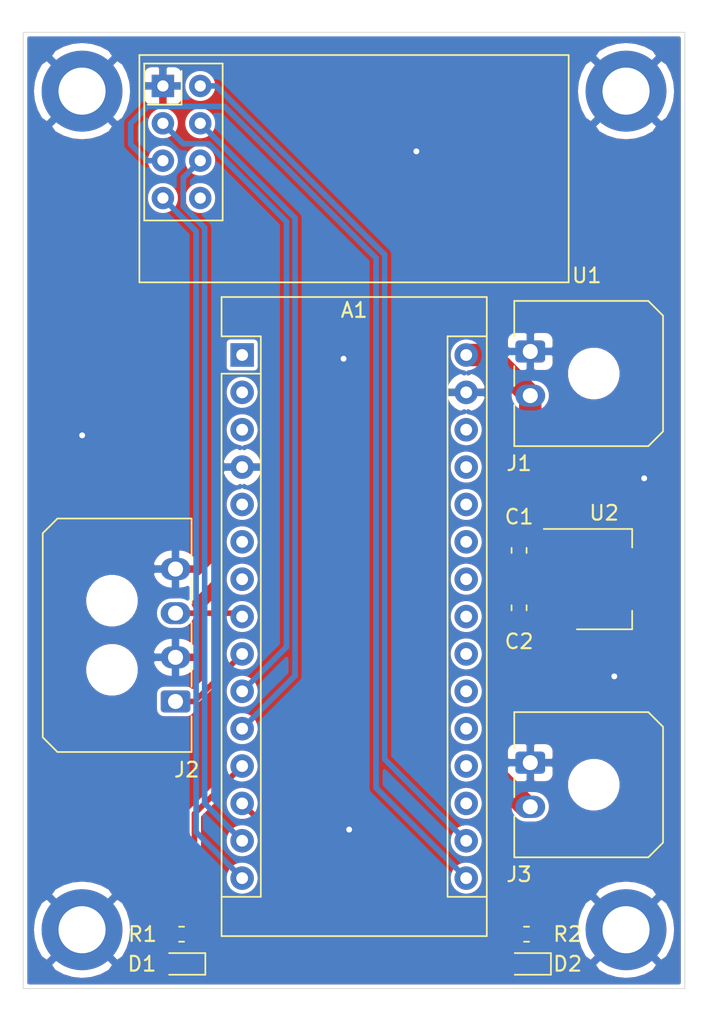
<source format=kicad_pcb>
(kicad_pcb (version 20171130) (host pcbnew "(5.1.5)-3")

  (general
    (thickness 1.6)
    (drawings 8)
    (tracks 64)
    (zones 0)
    (modules 16)
    (nets 16)
  )

  (page A4)
  (layers
    (0 F.Cu signal)
    (31 B.Cu signal)
    (32 B.Adhes user)
    (33 F.Adhes user)
    (34 B.Paste user)
    (35 F.Paste user)
    (36 B.SilkS user)
    (37 F.SilkS user)
    (38 B.Mask user)
    (39 F.Mask user)
    (40 Dwgs.User user)
    (41 Cmts.User user)
    (42 Eco1.User user)
    (43 Eco2.User user)
    (44 Edge.Cuts user)
    (45 Margin user)
    (46 B.CrtYd user)
    (47 F.CrtYd user)
    (48 B.Fab user)
    (49 F.Fab user hide)
  )

  (setup
    (last_trace_width 0.381)
    (user_trace_width 1.27)
    (user_trace_width 1.524)
    (user_trace_width 1.778)
    (user_trace_width 1.905)
    (user_trace_width 2.54)
    (trace_clearance 0.2)
    (zone_clearance 0.254)
    (zone_45_only no)
    (trace_min 0.2)
    (via_size 0.8)
    (via_drill 0.4)
    (via_min_size 0.4)
    (via_min_drill 0.3)
    (uvia_size 0.3)
    (uvia_drill 0.1)
    (uvias_allowed no)
    (uvia_min_size 0.2)
    (uvia_min_drill 0.1)
    (edge_width 0.05)
    (segment_width 0.2)
    (pcb_text_width 0.3)
    (pcb_text_size 1.5 1.5)
    (mod_edge_width 0.12)
    (mod_text_size 1 1)
    (mod_text_width 0.15)
    (pad_size 1.524 1.524)
    (pad_drill 0.762)
    (pad_to_mask_clearance 0.051)
    (solder_mask_min_width 0.25)
    (aux_axis_origin 0 0)
    (visible_elements 7FFFFFFF)
    (pcbplotparams
      (layerselection 0x010fc_ffffffff)
      (usegerberextensions false)
      (usegerberattributes false)
      (usegerberadvancedattributes false)
      (creategerberjobfile false)
      (excludeedgelayer true)
      (linewidth 0.100000)
      (plotframeref false)
      (viasonmask false)
      (mode 1)
      (useauxorigin false)
      (hpglpennumber 1)
      (hpglpenspeed 20)
      (hpglpendiameter 15.000000)
      (psnegative false)
      (psa4output false)
      (plotreference true)
      (plotvalue true)
      (plotinvisibletext false)
      (padsonsilk false)
      (subtractmaskfromsilk false)
      (outputformat 1)
      (mirror false)
      (drillshape 1)
      (scaleselection 1)
      (outputdirectory ""))
  )

  (net 0 "")
  (net 1 +3V3)
  (net 2 GND)
  (net 3 CE)
  (net 4 CSN)
  (net 5 D9)
  (net 6 D10)
  (net 7 MOSI)
  (net 8 VCC)
  (net 9 MISO)
  (net 10 SCK)
  (net 11 "Net-(D1-Pad2)")
  (net 12 "Net-(D2-Pad2)")
  (net 13 Vdrive)
  (net 14 D5)
  (net 15 D6)

  (net_class Default "This is the default net class."
    (clearance 0.2)
    (trace_width 0.381)
    (via_dia 0.8)
    (via_drill 0.4)
    (uvia_dia 0.3)
    (uvia_drill 0.1)
    (add_net +3V3)
    (add_net CE)
    (add_net CSN)
    (add_net D10)
    (add_net D5)
    (add_net D6)
    (add_net D9)
    (add_net GND)
    (add_net MISO)
    (add_net MOSI)
    (add_net "Net-(D1-Pad2)")
    (add_net "Net-(D2-Pad2)")
    (add_net SCK)
    (add_net VCC)
    (add_net Vdrive)
  )

  (module Module:Arduino_Nano (layer F.Cu) (tedit 58ACAF70) (tstamp 5EB32133)
    (at 74.89 106.934)
    (descr "Arduino Nano, http://www.mouser.com/pdfdocs/Gravitech_Arduino_Nano3_0.pdf")
    (tags "Arduino Nano")
    (path /5EB2E547)
    (fp_text reference A1 (at 7.62 -3.048) (layer F.SilkS)
      (effects (font (size 1 1) (thickness 0.15)))
    )
    (fp_text value Arduino_Nano_v3.x (at 8.89 19.05 90) (layer F.Fab)
      (effects (font (size 1 1) (thickness 0.15)))
    )
    (fp_text user %R (at 6.35 19.05 90) (layer F.Fab)
      (effects (font (size 1 1) (thickness 0.15)))
    )
    (fp_line (start 1.27 1.27) (end 1.27 -1.27) (layer F.SilkS) (width 0.12))
    (fp_line (start 1.27 -1.27) (end -1.4 -1.27) (layer F.SilkS) (width 0.12))
    (fp_line (start -1.4 1.27) (end -1.4 39.5) (layer F.SilkS) (width 0.12))
    (fp_line (start -1.4 -3.94) (end -1.4 -1.27) (layer F.SilkS) (width 0.12))
    (fp_line (start 13.97 -1.27) (end 16.64 -1.27) (layer F.SilkS) (width 0.12))
    (fp_line (start 13.97 -1.27) (end 13.97 36.83) (layer F.SilkS) (width 0.12))
    (fp_line (start 13.97 36.83) (end 16.64 36.83) (layer F.SilkS) (width 0.12))
    (fp_line (start 1.27 1.27) (end -1.4 1.27) (layer F.SilkS) (width 0.12))
    (fp_line (start 1.27 1.27) (end 1.27 36.83) (layer F.SilkS) (width 0.12))
    (fp_line (start 1.27 36.83) (end -1.4 36.83) (layer F.SilkS) (width 0.12))
    (fp_line (start 3.81 31.75) (end 11.43 31.75) (layer F.Fab) (width 0.1))
    (fp_line (start 11.43 31.75) (end 11.43 41.91) (layer F.Fab) (width 0.1))
    (fp_line (start 11.43 41.91) (end 3.81 41.91) (layer F.Fab) (width 0.1))
    (fp_line (start 3.81 41.91) (end 3.81 31.75) (layer F.Fab) (width 0.1))
    (fp_line (start -1.4 39.5) (end 16.64 39.5) (layer F.SilkS) (width 0.12))
    (fp_line (start 16.64 39.5) (end 16.64 -3.94) (layer F.SilkS) (width 0.12))
    (fp_line (start 16.64 -3.94) (end -1.4 -3.94) (layer F.SilkS) (width 0.12))
    (fp_line (start 16.51 39.37) (end -1.27 39.37) (layer F.Fab) (width 0.1))
    (fp_line (start -1.27 39.37) (end -1.27 -2.54) (layer F.Fab) (width 0.1))
    (fp_line (start -1.27 -2.54) (end 0 -3.81) (layer F.Fab) (width 0.1))
    (fp_line (start 0 -3.81) (end 16.51 -3.81) (layer F.Fab) (width 0.1))
    (fp_line (start 16.51 -3.81) (end 16.51 39.37) (layer F.Fab) (width 0.1))
    (fp_line (start -1.53 -4.06) (end 16.75 -4.06) (layer F.CrtYd) (width 0.05))
    (fp_line (start -1.53 -4.06) (end -1.53 42.16) (layer F.CrtYd) (width 0.05))
    (fp_line (start 16.75 42.16) (end 16.75 -4.06) (layer F.CrtYd) (width 0.05))
    (fp_line (start 16.75 42.16) (end -1.53 42.16) (layer F.CrtYd) (width 0.05))
    (pad 1 thru_hole rect (at 0 0) (size 1.6 1.6) (drill 0.8) (layers *.Cu *.Mask))
    (pad 17 thru_hole oval (at 15.24 33.02) (size 1.6 1.6) (drill 0.8) (layers *.Cu *.Mask)
      (net 1 +3V3))
    (pad 2 thru_hole oval (at 0 2.54) (size 1.6 1.6) (drill 0.8) (layers *.Cu *.Mask))
    (pad 18 thru_hole oval (at 15.24 30.48) (size 1.6 1.6) (drill 0.8) (layers *.Cu *.Mask))
    (pad 3 thru_hole oval (at 0 5.08) (size 1.6 1.6) (drill 0.8) (layers *.Cu *.Mask))
    (pad 19 thru_hole oval (at 15.24 27.94) (size 1.6 1.6) (drill 0.8) (layers *.Cu *.Mask))
    (pad 4 thru_hole oval (at 0 7.62) (size 1.6 1.6) (drill 0.8) (layers *.Cu *.Mask)
      (net 2 GND))
    (pad 20 thru_hole oval (at 15.24 25.4) (size 1.6 1.6) (drill 0.8) (layers *.Cu *.Mask))
    (pad 5 thru_hole oval (at 0 10.16) (size 1.6 1.6) (drill 0.8) (layers *.Cu *.Mask))
    (pad 21 thru_hole oval (at 15.24 22.86) (size 1.6 1.6) (drill 0.8) (layers *.Cu *.Mask))
    (pad 6 thru_hole oval (at 0 12.7) (size 1.6 1.6) (drill 0.8) (layers *.Cu *.Mask))
    (pad 22 thru_hole oval (at 15.24 20.32) (size 1.6 1.6) (drill 0.8) (layers *.Cu *.Mask))
    (pad 7 thru_hole oval (at 0 15.24) (size 1.6 1.6) (drill 0.8) (layers *.Cu *.Mask))
    (pad 23 thru_hole oval (at 15.24 17.78) (size 1.6 1.6) (drill 0.8) (layers *.Cu *.Mask))
    (pad 8 thru_hole oval (at 0 17.78) (size 1.6 1.6) (drill 0.8) (layers *.Cu *.Mask)
      (net 14 D5))
    (pad 24 thru_hole oval (at 15.24 15.24) (size 1.6 1.6) (drill 0.8) (layers *.Cu *.Mask))
    (pad 9 thru_hole oval (at 0 20.32) (size 1.6 1.6) (drill 0.8) (layers *.Cu *.Mask)
      (net 15 D6))
    (pad 25 thru_hole oval (at 15.24 12.7) (size 1.6 1.6) (drill 0.8) (layers *.Cu *.Mask))
    (pad 10 thru_hole oval (at 0 22.86) (size 1.6 1.6) (drill 0.8) (layers *.Cu *.Mask)
      (net 3 CE))
    (pad 26 thru_hole oval (at 15.24 10.16) (size 1.6 1.6) (drill 0.8) (layers *.Cu *.Mask))
    (pad 11 thru_hole oval (at 0 25.4) (size 1.6 1.6) (drill 0.8) (layers *.Cu *.Mask)
      (net 4 CSN))
    (pad 27 thru_hole oval (at 15.24 7.62) (size 1.6 1.6) (drill 0.8) (layers *.Cu *.Mask))
    (pad 12 thru_hole oval (at 0 27.94) (size 1.6 1.6) (drill 0.8) (layers *.Cu *.Mask)
      (net 5 D9))
    (pad 28 thru_hole oval (at 15.24 5.08) (size 1.6 1.6) (drill 0.8) (layers *.Cu *.Mask))
    (pad 13 thru_hole oval (at 0 30.48) (size 1.6 1.6) (drill 0.8) (layers *.Cu *.Mask)
      (net 6 D10))
    (pad 29 thru_hole oval (at 15.24 2.54) (size 1.6 1.6) (drill 0.8) (layers *.Cu *.Mask)
      (net 2 GND))
    (pad 14 thru_hole oval (at 0 33.02) (size 1.6 1.6) (drill 0.8) (layers *.Cu *.Mask)
      (net 7 MOSI))
    (pad 30 thru_hole oval (at 15.24 0) (size 1.6 1.6) (drill 0.8) (layers *.Cu *.Mask)
      (net 8 VCC))
    (pad 15 thru_hole oval (at 0 35.56) (size 1.6 1.6) (drill 0.8) (layers *.Cu *.Mask)
      (net 9 MISO))
    (pad 16 thru_hole oval (at 15.24 35.56) (size 1.6 1.6) (drill 0.8) (layers *.Cu *.Mask)
      (net 10 SCK))
    (model ${KISYS3DMOD}/Module.3dshapes/Arduino_Nano_WithMountingHoles.wrl
      (at (xyz 0 0 0))
      (scale (xyz 1 1 1))
      (rotate (xyz 0 0 0))
    )
  )

  (module LED_SMD:LED_0603_1608Metric_Pad1.05x0.95mm_HandSolder (layer F.Cu) (tedit 5B4B45C9) (tstamp 5EB32146)
    (at 70.726 148.324 180)
    (descr "LED SMD 0603 (1608 Metric), square (rectangular) end terminal, IPC_7351 nominal, (Body size source: http://www.tortai-tech.com/upload/download/2011102023233369053.pdf), generated with kicad-footprint-generator")
    (tags "LED handsolder")
    (path /5EB407E9)
    (attr smd)
    (fp_text reference D1 (at 2.654 0) (layer F.SilkS)
      (effects (font (size 1 1) (thickness 0.15)))
    )
    (fp_text value R-LED (at 0 1.43) (layer F.Fab)
      (effects (font (size 1 1) (thickness 0.15)))
    )
    (fp_line (start 0.8 -0.4) (end -0.5 -0.4) (layer F.Fab) (width 0.1))
    (fp_line (start -0.5 -0.4) (end -0.8 -0.1) (layer F.Fab) (width 0.1))
    (fp_line (start -0.8 -0.1) (end -0.8 0.4) (layer F.Fab) (width 0.1))
    (fp_line (start -0.8 0.4) (end 0.8 0.4) (layer F.Fab) (width 0.1))
    (fp_line (start 0.8 0.4) (end 0.8 -0.4) (layer F.Fab) (width 0.1))
    (fp_line (start 0.8 -0.735) (end -1.66 -0.735) (layer F.SilkS) (width 0.12))
    (fp_line (start -1.66 -0.735) (end -1.66 0.735) (layer F.SilkS) (width 0.12))
    (fp_line (start -1.66 0.735) (end 0.8 0.735) (layer F.SilkS) (width 0.12))
    (fp_line (start -1.65 0.73) (end -1.65 -0.73) (layer F.CrtYd) (width 0.05))
    (fp_line (start -1.65 -0.73) (end 1.65 -0.73) (layer F.CrtYd) (width 0.05))
    (fp_line (start 1.65 -0.73) (end 1.65 0.73) (layer F.CrtYd) (width 0.05))
    (fp_line (start 1.65 0.73) (end -1.65 0.73) (layer F.CrtYd) (width 0.05))
    (fp_text user %R (at 0 0) (layer F.Fab)
      (effects (font (size 0.4 0.4) (thickness 0.06)))
    )
    (pad 1 smd roundrect (at -0.875 0 180) (size 1.05 0.95) (layers F.Cu F.Paste F.Mask) (roundrect_rratio 0.25)
      (net 2 GND))
    (pad 2 smd roundrect (at 0.875 0 180) (size 1.05 0.95) (layers F.Cu F.Paste F.Mask) (roundrect_rratio 0.25)
      (net 11 "Net-(D1-Pad2)"))
    (model ${KISYS3DMOD}/LED_SMD.3dshapes/LED_0603_1608Metric.wrl
      (at (xyz 0 0 0))
      (scale (xyz 1 1 1))
      (rotate (xyz 0 0 0))
    )
  )

  (module LED_SMD:LED_0603_1608Metric_Pad1.05x0.95mm_HandSolder (layer F.Cu) (tedit 5B4B45C9) (tstamp 5EB32159)
    (at 94.234 148.324 180)
    (descr "LED SMD 0603 (1608 Metric), square (rectangular) end terminal, IPC_7351 nominal, (Body size source: http://www.tortai-tech.com/upload/download/2011102023233369053.pdf), generated with kicad-footprint-generator")
    (tags "LED handsolder")
    (path /5EB48639)
    (attr smd)
    (fp_text reference D2 (at -2.794 0) (layer F.SilkS)
      (effects (font (size 1 1) (thickness 0.15)))
    )
    (fp_text value G-LED (at 0 1.43) (layer F.Fab)
      (effects (font (size 1 1) (thickness 0.15)))
    )
    (fp_text user %R (at 0 0) (layer F.Fab)
      (effects (font (size 0.4 0.4) (thickness 0.06)))
    )
    (fp_line (start 1.65 0.73) (end -1.65 0.73) (layer F.CrtYd) (width 0.05))
    (fp_line (start 1.65 -0.73) (end 1.65 0.73) (layer F.CrtYd) (width 0.05))
    (fp_line (start -1.65 -0.73) (end 1.65 -0.73) (layer F.CrtYd) (width 0.05))
    (fp_line (start -1.65 0.73) (end -1.65 -0.73) (layer F.CrtYd) (width 0.05))
    (fp_line (start -1.66 0.735) (end 0.8 0.735) (layer F.SilkS) (width 0.12))
    (fp_line (start -1.66 -0.735) (end -1.66 0.735) (layer F.SilkS) (width 0.12))
    (fp_line (start 0.8 -0.735) (end -1.66 -0.735) (layer F.SilkS) (width 0.12))
    (fp_line (start 0.8 0.4) (end 0.8 -0.4) (layer F.Fab) (width 0.1))
    (fp_line (start -0.8 0.4) (end 0.8 0.4) (layer F.Fab) (width 0.1))
    (fp_line (start -0.8 -0.1) (end -0.8 0.4) (layer F.Fab) (width 0.1))
    (fp_line (start -0.5 -0.4) (end -0.8 -0.1) (layer F.Fab) (width 0.1))
    (fp_line (start 0.8 -0.4) (end -0.5 -0.4) (layer F.Fab) (width 0.1))
    (pad 2 smd roundrect (at 0.875 0 180) (size 1.05 0.95) (layers F.Cu F.Paste F.Mask) (roundrect_rratio 0.25)
      (net 12 "Net-(D2-Pad2)"))
    (pad 1 smd roundrect (at -0.875 0 180) (size 1.05 0.95) (layers F.Cu F.Paste F.Mask) (roundrect_rratio 0.25)
      (net 2 GND))
    (model ${KISYS3DMOD}/LED_SMD.3dshapes/LED_0603_1608Metric.wrl
      (at (xyz 0 0 0))
      (scale (xyz 1 1 1))
      (rotate (xyz 0 0 0))
    )
  )

  (module MountingHole:MountingHole_3.2mm_M3_ISO14580_Pad (layer F.Cu) (tedit 56D1B4CB) (tstamp 5EB32161)
    (at 64 146)
    (descr "Mounting Hole 3.2mm, M3, ISO14580")
    (tags "mounting hole 3.2mm m3 iso14580")
    (path /5EB55153)
    (attr virtual)
    (fp_text reference H1 (at 0 -3.75) (layer F.Fab) hide
      (effects (font (size 1 1) (thickness 0.15)))
    )
    (fp_text value MountingHole_Pad (at 0 3.75) (layer F.Fab)
      (effects (font (size 1 1) (thickness 0.15)))
    )
    (fp_text user %R (at 0.3 0) (layer F.Fab)
      (effects (font (size 1 1) (thickness 0.15)))
    )
    (fp_circle (center 0 0) (end 2.75 0) (layer Cmts.User) (width 0.15))
    (fp_circle (center 0 0) (end 3 0) (layer F.CrtYd) (width 0.05))
    (pad 1 thru_hole circle (at 0 0) (size 5.5 5.5) (drill 3.2) (layers *.Cu *.Mask)
      (net 2 GND))
  )

  (module MountingHole:MountingHole_3.2mm_M3_ISO14580_Pad (layer F.Cu) (tedit 56D1B4CB) (tstamp 5EB32169)
    (at 64 89)
    (descr "Mounting Hole 3.2mm, M3, ISO14580")
    (tags "mounting hole 3.2mm m3 iso14580")
    (path /5EB5A561)
    (attr virtual)
    (fp_text reference H2 (at 0 -3.75) (layer F.Fab) hide
      (effects (font (size 1 1) (thickness 0.15)))
    )
    (fp_text value MountingHole_Pad (at 0 3.75) (layer F.Fab)
      (effects (font (size 1 1) (thickness 0.15)))
    )
    (fp_text user %R (at 0.3 0) (layer F.Fab)
      (effects (font (size 1 1) (thickness 0.15)))
    )
    (fp_circle (center 0 0) (end 2.75 0) (layer Cmts.User) (width 0.15))
    (fp_circle (center 0 0) (end 3 0) (layer F.CrtYd) (width 0.05))
    (pad 1 thru_hole circle (at 0 0) (size 5.5 5.5) (drill 3.2) (layers *.Cu *.Mask)
      (net 2 GND))
  )

  (module MountingHole:MountingHole_3.2mm_M3_ISO14580_Pad (layer F.Cu) (tedit 56D1B4CB) (tstamp 5EB32171)
    (at 101 89)
    (descr "Mounting Hole 3.2mm, M3, ISO14580")
    (tags "mounting hole 3.2mm m3 iso14580")
    (path /5EB595D8)
    (attr virtual)
    (fp_text reference H3 (at 0 -3.75) (layer F.Fab) hide
      (effects (font (size 1 1) (thickness 0.15)))
    )
    (fp_text value MountingHole_Pad (at 0 3.75) (layer F.Fab)
      (effects (font (size 1 1) (thickness 0.15)))
    )
    (fp_circle (center 0 0) (end 3 0) (layer F.CrtYd) (width 0.05))
    (fp_circle (center 0 0) (end 2.75 0) (layer Cmts.User) (width 0.15))
    (fp_text user %R (at 0.3 0) (layer F.Fab)
      (effects (font (size 1 1) (thickness 0.15)))
    )
    (pad 1 thru_hole circle (at 0 0) (size 5.5 5.5) (drill 3.2) (layers *.Cu *.Mask)
      (net 2 GND))
  )

  (module MountingHole:MountingHole_3.2mm_M3_ISO14580_Pad (layer F.Cu) (tedit 56D1B4CB) (tstamp 5EB32179)
    (at 101 146)
    (descr "Mounting Hole 3.2mm, M3, ISO14580")
    (tags "mounting hole 3.2mm m3 iso14580")
    (path /5EB5AD99)
    (attr virtual)
    (fp_text reference H4 (at 0 -3.75) (layer F.Fab) hide
      (effects (font (size 1 1) (thickness 0.15)))
    )
    (fp_text value MountingHole_Pad (at 0 3.75) (layer F.Fab)
      (effects (font (size 1 1) (thickness 0.15)))
    )
    (fp_circle (center 0 0) (end 3 0) (layer F.CrtYd) (width 0.05))
    (fp_circle (center 0 0) (end 2.75 0) (layer Cmts.User) (width 0.15))
    (fp_text user %R (at 0.3 0) (layer F.Fab)
      (effects (font (size 1 1) (thickness 0.15)))
    )
    (pad 1 thru_hole circle (at 0 0) (size 5.5 5.5) (drill 3.2) (layers *.Cu *.Mask)
      (net 2 GND))
  )

  (module Connector_Molex:Molex_Micro-Fit_3.0_43650-0200_1x02_P3.00mm_Horizontal (layer F.Cu) (tedit 5B79A392) (tstamp 5EB32195)
    (at 94.488 106.694 270)
    (descr "Molex Micro-Fit 3.0 Connector System, 43650-0200 (compatible alternatives: 43650-0201, 43650-0202), 2 Pins per row (https://www.molex.com/pdm_docs/sd/436500300_sd.pdf), generated with kicad-footprint-generator")
    (tags "connector Molex Micro-Fit_3.0 top entry")
    (path /5EB51CDD)
    (fp_text reference J1 (at 7.606 0.762 180) (layer F.SilkS)
      (effects (font (size 1 1) (thickness 0.15)))
    )
    (fp_text value Conn_01x02 (at 1.5 3.22 90) (layer F.Fab)
      (effects (font (size 1 1) (thickness 0.15)))
    )
    (fp_line (start -3.325 0.98) (end -3.325 -7.92) (layer F.Fab) (width 0.1))
    (fp_line (start -3.325 -7.92) (end -2.325 -8.92) (layer F.Fab) (width 0.1))
    (fp_line (start -2.325 -8.92) (end 5.325 -8.92) (layer F.Fab) (width 0.1))
    (fp_line (start 5.325 -8.92) (end 6.325 -7.92) (layer F.Fab) (width 0.1))
    (fp_line (start 6.325 -7.92) (end 6.325 0.98) (layer F.Fab) (width 0.1))
    (fp_line (start 6.325 0.98) (end -3.325 0.98) (layer F.Fab) (width 0.1))
    (fp_line (start -0.75 0.98) (end 0 0) (layer F.Fab) (width 0.1))
    (fp_line (start 0 0) (end 0.75 0.98) (layer F.Fab) (width 0.1))
    (fp_line (start -3.435 1.09) (end -3.435 -8.03) (layer F.SilkS) (width 0.12))
    (fp_line (start -3.435 -8.03) (end -2.435 -9.03) (layer F.SilkS) (width 0.12))
    (fp_line (start -2.435 -9.03) (end 5.435 -9.03) (layer F.SilkS) (width 0.12))
    (fp_line (start 5.435 -9.03) (end 6.435 -8.03) (layer F.SilkS) (width 0.12))
    (fp_line (start 6.435 -8.03) (end 6.435 1.09) (layer F.SilkS) (width 0.12))
    (fp_line (start -3.435 1.09) (end -1.01 1.09) (layer F.SilkS) (width 0.12))
    (fp_line (start 6.435 1.09) (end 3.651767 1.09) (layer F.SilkS) (width 0.12))
    (fp_line (start 1.01 1.09) (end 2.348233 1.09) (layer F.SilkS) (width 0.12))
    (fp_line (start -3.82 1.48) (end -3.82 -9.42) (layer F.CrtYd) (width 0.05))
    (fp_line (start -3.82 -9.42) (end 6.82 -9.42) (layer F.CrtYd) (width 0.05))
    (fp_line (start 6.82 -9.42) (end 6.82 1.48) (layer F.CrtYd) (width 0.05))
    (fp_line (start 6.82 1.48) (end -3.82 1.48) (layer F.CrtYd) (width 0.05))
    (fp_text user %R (at 1.5 -8.22 90) (layer F.Fab)
      (effects (font (size 1 1) (thickness 0.15)))
    )
    (pad "" np_thru_hole circle (at 1.5 -4.32 270) (size 3 3) (drill 3) (layers *.Cu *.Mask))
    (pad 1 thru_hole roundrect (at 0 0 270) (size 1.5 2.02) (drill 1.02) (layers *.Cu *.Mask) (roundrect_rratio 0.166667)
      (net 2 GND))
    (pad 2 thru_hole oval (at 3 0 270) (size 1.5 2.02) (drill 1.02) (layers *.Cu *.Mask)
      (net 8 VCC))
    (model ${KISYS3DMOD}/Connector_Molex.3dshapes/Molex_Micro-Fit_3.0_43650-0200_1x02_P3.00mm_Horizontal.wrl
      (at (xyz 0 0 0))
      (scale (xyz 1 1 1))
      (rotate (xyz 0 0 0))
    )
  )

  (module Resistor_SMD:R_0603_1608Metric_Pad1.05x0.95mm_HandSolder (layer F.Cu) (tedit 5B301BBD) (tstamp 5EB321C4)
    (at 70.771 146.304)
    (descr "Resistor SMD 0603 (1608 Metric), square (rectangular) end terminal, IPC_7351 nominal with elongated pad for handsoldering. (Body size source: http://www.tortai-tech.com/upload/download/2011102023233369053.pdf), generated with kicad-footprint-generator")
    (tags "resistor handsolder")
    (path /5EB40232)
    (attr smd)
    (fp_text reference R1 (at -2.654 0) (layer F.SilkS)
      (effects (font (size 1 1) (thickness 0.15)))
    )
    (fp_text value "220 ohm" (at 0 1.43) (layer F.Fab)
      (effects (font (size 1 1) (thickness 0.15)))
    )
    (fp_line (start -0.8 0.4) (end -0.8 -0.4) (layer F.Fab) (width 0.1))
    (fp_line (start -0.8 -0.4) (end 0.8 -0.4) (layer F.Fab) (width 0.1))
    (fp_line (start 0.8 -0.4) (end 0.8 0.4) (layer F.Fab) (width 0.1))
    (fp_line (start 0.8 0.4) (end -0.8 0.4) (layer F.Fab) (width 0.1))
    (fp_line (start -0.171267 -0.51) (end 0.171267 -0.51) (layer F.SilkS) (width 0.12))
    (fp_line (start -0.171267 0.51) (end 0.171267 0.51) (layer F.SilkS) (width 0.12))
    (fp_line (start -1.65 0.73) (end -1.65 -0.73) (layer F.CrtYd) (width 0.05))
    (fp_line (start -1.65 -0.73) (end 1.65 -0.73) (layer F.CrtYd) (width 0.05))
    (fp_line (start 1.65 -0.73) (end 1.65 0.73) (layer F.CrtYd) (width 0.05))
    (fp_line (start 1.65 0.73) (end -1.65 0.73) (layer F.CrtYd) (width 0.05))
    (fp_text user %R (at 0 0) (layer F.Fab)
      (effects (font (size 0.4 0.4) (thickness 0.06)))
    )
    (pad 1 smd roundrect (at -0.875 0) (size 1.05 0.95) (layers F.Cu F.Paste F.Mask) (roundrect_rratio 0.25)
      (net 11 "Net-(D1-Pad2)"))
    (pad 2 smd roundrect (at 0.875 0) (size 1.05 0.95) (layers F.Cu F.Paste F.Mask) (roundrect_rratio 0.25)
      (net 5 D9))
    (model ${KISYS3DMOD}/Resistor_SMD.3dshapes/R_0603_1608Metric.wrl
      (at (xyz 0 0 0))
      (scale (xyz 1 1 1))
      (rotate (xyz 0 0 0))
    )
  )

  (module RF_Module:nRF24L01_Breakout (layer F.Cu) (tedit 5A056C61) (tstamp 5EB321FF)
    (at 69.5 88.646)
    (descr "nRF24L01 breakout board")
    (tags "nRF24L01 adapter breakout")
    (path /5EB37153)
    (fp_text reference U1 (at 28.829 12.885) (layer F.SilkS)
      (effects (font (size 1 1) (thickness 0.15)))
    )
    (fp_text value NRF24L01_Breakout (at 13 5) (layer F.Fab)
      (effects (font (size 1 1) (thickness 0.15)))
    )
    (fp_line (start -1.5 -2) (end 27.5 -2) (layer F.Fab) (width 0.1))
    (fp_line (start 27.5 -2) (end 27.5 13.25) (layer F.Fab) (width 0.1))
    (fp_line (start 27.5 13.25) (end -1.5 13.25) (layer F.Fab) (width 0.1))
    (fp_line (start -1.5 13.25) (end -1.5 -2) (layer F.Fab) (width 0.1))
    (fp_line (start -1.5 -2) (end -1.5 -2) (layer F.Fab) (width 0.1))
    (fp_line (start -1.27 -1.27) (end 3.81 -1.27) (layer F.Fab) (width 0.1))
    (fp_line (start 3.81 -1.27) (end 3.81 8.89) (layer F.Fab) (width 0.1))
    (fp_line (start 3.81 8.89) (end -1.27 8.89) (layer F.Fab) (width 0.1))
    (fp_line (start -1.27 8.89) (end -1.27 -1.27) (layer F.Fab) (width 0.1))
    (fp_line (start -1.27 -1.27) (end -1.27 -1.27) (layer F.Fab) (width 0.1))
    (fp_line (start -1.27 -1.524) (end 4.064 -1.524) (layer F.SilkS) (width 0.12))
    (fp_line (start 4.064 -1.524) (end 4.064 9.144) (layer F.SilkS) (width 0.12))
    (fp_line (start 4.064 9.144) (end -1.27 9.144) (layer F.SilkS) (width 0.12))
    (fp_line (start -1.27 9.144) (end -1.27 9.144) (layer F.SilkS) (width 0.12))
    (fp_line (start 1.27 -1.016) (end 1.27 1.27) (layer F.SilkS) (width 0.12))
    (fp_line (start 1.27 1.27) (end -1.016 1.27) (layer F.SilkS) (width 0.12))
    (fp_line (start -1.016 1.27) (end -1.016 1.27) (layer F.SilkS) (width 0.12))
    (fp_line (start -1.6 -2.1) (end 27.6 -2.1) (layer F.SilkS) (width 0.12))
    (fp_line (start 27.6 -2.1) (end 27.6 13.35) (layer F.SilkS) (width 0.12))
    (fp_line (start 27.6 13.35) (end -1.6 13.35) (layer F.SilkS) (width 0.12))
    (fp_line (start -1.6 13.35) (end -1.6 -2.1) (layer F.SilkS) (width 0.12))
    (fp_line (start -1.6 -2.1) (end -1.6 -2.1) (layer F.SilkS) (width 0.12))
    (fp_line (start -1.27 9.144) (end -1.27 -1.524) (layer F.SilkS) (width 0.12))
    (fp_line (start -1.27 -1.524) (end -1.27 -1.524) (layer F.SilkS) (width 0.12))
    (fp_line (start 27.75 -2.25) (end -1.75 -2.25) (layer F.CrtYd) (width 0.05))
    (fp_line (start -1.75 -2.25) (end -1.75 13.5) (layer F.CrtYd) (width 0.05))
    (fp_line (start -1.75 13.5) (end 27.75 13.5) (layer F.CrtYd) (width 0.05))
    (fp_line (start 27.75 13.5) (end 27.75 -2.25) (layer F.CrtYd) (width 0.05))
    (fp_line (start 27.75 -2.25) (end 27.75 -2.25) (layer F.CrtYd) (width 0.05))
    (fp_text user %R (at 12.5 2.5) (layer F.Fab)
      (effects (font (size 1 1) (thickness 0.15)))
    )
    (pad 1 thru_hole rect (at 0 0) (size 1.524 1.524) (drill 0.762) (layers *.Cu *.Mask)
      (net 2 GND))
    (pad 2 thru_hole circle (at 2.54 0) (size 1.524 1.524) (drill 0.762) (layers *.Cu *.Mask)
      (net 1 +3V3))
    (pad 3 thru_hole circle (at 0 2.54) (size 1.524 1.524) (drill 0.762) (layers *.Cu *.Mask)
      (net 3 CE))
    (pad 4 thru_hole circle (at 2.54 2.54) (size 1.524 1.524) (drill 0.762) (layers *.Cu *.Mask)
      (net 4 CSN))
    (pad 5 thru_hole circle (at 0 5.08) (size 1.524 1.524) (drill 0.762) (layers *.Cu *.Mask)
      (net 10 SCK))
    (pad 6 thru_hole circle (at 2.54 5.08) (size 1.524 1.524) (drill 0.762) (layers *.Cu *.Mask)
      (net 7 MOSI))
    (pad 7 thru_hole circle (at 0 7.62) (size 1.524 1.524) (drill 0.762) (layers *.Cu *.Mask)
      (net 9 MISO))
    (pad 8 thru_hole circle (at 2.54 7.62) (size 1.524 1.524) (drill 0.762) (layers *.Cu *.Mask))
    (model ${KISYS3DMOD}/RF_Module.3dshapes/nRF24L01_Breakout.wrl
      (at (xyz 0 0 0))
      (scale (xyz 1 1 1))
      (rotate (xyz 0 0 0))
    )
  )

  (module Capacitor_SMD:C_0603_1608Metric_Pad1.05x0.95mm_HandSolder (layer F.Cu) (tedit 5B301BBE) (tstamp 5EB479E6)
    (at 93.726 120.219 270)
    (descr "Capacitor SMD 0603 (1608 Metric), square (rectangular) end terminal, IPC_7351 nominal with elongated pad for handsoldering. (Body size source: http://www.tortai-tech.com/upload/download/2011102023233369053.pdf), generated with kicad-footprint-generator")
    (tags "capacitor handsolder")
    (path /5EB6B1F1)
    (attr smd)
    (fp_text reference C1 (at -2.286 0 180) (layer F.SilkS)
      (effects (font (size 1 1) (thickness 0.15)))
    )
    (fp_text value "0.22 uF" (at 0 1.43 90) (layer F.Fab)
      (effects (font (size 1 1) (thickness 0.15)))
    )
    (fp_line (start -0.8 0.4) (end -0.8 -0.4) (layer F.Fab) (width 0.1))
    (fp_line (start -0.8 -0.4) (end 0.8 -0.4) (layer F.Fab) (width 0.1))
    (fp_line (start 0.8 -0.4) (end 0.8 0.4) (layer F.Fab) (width 0.1))
    (fp_line (start 0.8 0.4) (end -0.8 0.4) (layer F.Fab) (width 0.1))
    (fp_line (start -0.171267 -0.51) (end 0.171267 -0.51) (layer F.SilkS) (width 0.12))
    (fp_line (start -0.171267 0.51) (end 0.171267 0.51) (layer F.SilkS) (width 0.12))
    (fp_line (start -1.65 0.73) (end -1.65 -0.73) (layer F.CrtYd) (width 0.05))
    (fp_line (start -1.65 -0.73) (end 1.65 -0.73) (layer F.CrtYd) (width 0.05))
    (fp_line (start 1.65 -0.73) (end 1.65 0.73) (layer F.CrtYd) (width 0.05))
    (fp_line (start 1.65 0.73) (end -1.65 0.73) (layer F.CrtYd) (width 0.05))
    (fp_text user %R (at 0 0 90) (layer F.Fab)
      (effects (font (size 0.4 0.4) (thickness 0.06)))
    )
    (pad 1 smd roundrect (at -0.875 0 270) (size 1.05 0.95) (layers F.Cu F.Paste F.Mask) (roundrect_rratio 0.25)
      (net 8 VCC))
    (pad 2 smd roundrect (at 0.875 0 270) (size 1.05 0.95) (layers F.Cu F.Paste F.Mask) (roundrect_rratio 0.25)
      (net 2 GND))
    (model ${KISYS3DMOD}/Capacitor_SMD.3dshapes/C_0603_1608Metric.wrl
      (at (xyz 0 0 0))
      (scale (xyz 1 1 1))
      (rotate (xyz 0 0 0))
    )
  )

  (module Capacitor_SMD:C_0603_1608Metric_Pad1.05x0.95mm_HandSolder (layer F.Cu) (tedit 5B301BBE) (tstamp 5EB479F7)
    (at 93.726 124.119 90)
    (descr "Capacitor SMD 0603 (1608 Metric), square (rectangular) end terminal, IPC_7351 nominal with elongated pad for handsoldering. (Body size source: http://www.tortai-tech.com/upload/download/2011102023233369053.pdf), generated with kicad-footprint-generator")
    (tags "capacitor handsolder")
    (path /5EB73AAE)
    (attr smd)
    (fp_text reference C2 (at -2.286 0 180) (layer F.SilkS)
      (effects (font (size 1 1) (thickness 0.15)))
    )
    (fp_text value "0.1 uF" (at 0 1.43 90) (layer F.Fab)
      (effects (font (size 1 1) (thickness 0.15)))
    )
    (fp_text user %R (at 0 0 90) (layer F.Fab)
      (effects (font (size 0.4 0.4) (thickness 0.06)))
    )
    (fp_line (start 1.65 0.73) (end -1.65 0.73) (layer F.CrtYd) (width 0.05))
    (fp_line (start 1.65 -0.73) (end 1.65 0.73) (layer F.CrtYd) (width 0.05))
    (fp_line (start -1.65 -0.73) (end 1.65 -0.73) (layer F.CrtYd) (width 0.05))
    (fp_line (start -1.65 0.73) (end -1.65 -0.73) (layer F.CrtYd) (width 0.05))
    (fp_line (start -0.171267 0.51) (end 0.171267 0.51) (layer F.SilkS) (width 0.12))
    (fp_line (start -0.171267 -0.51) (end 0.171267 -0.51) (layer F.SilkS) (width 0.12))
    (fp_line (start 0.8 0.4) (end -0.8 0.4) (layer F.Fab) (width 0.1))
    (fp_line (start 0.8 -0.4) (end 0.8 0.4) (layer F.Fab) (width 0.1))
    (fp_line (start -0.8 -0.4) (end 0.8 -0.4) (layer F.Fab) (width 0.1))
    (fp_line (start -0.8 0.4) (end -0.8 -0.4) (layer F.Fab) (width 0.1))
    (pad 2 smd roundrect (at 0.875 0 90) (size 1.05 0.95) (layers F.Cu F.Paste F.Mask) (roundrect_rratio 0.25)
      (net 2 GND))
    (pad 1 smd roundrect (at -0.875 0 90) (size 1.05 0.95) (layers F.Cu F.Paste F.Mask) (roundrect_rratio 0.25)
      (net 13 Vdrive))
    (model ${KISYS3DMOD}/Capacitor_SMD.3dshapes/C_0603_1608Metric.wrl
      (at (xyz 0 0 0))
      (scale (xyz 1 1 1))
      (rotate (xyz 0 0 0))
    )
  )

  (module Connector_Molex:Molex_Micro-Fit_3.0_43650-0400_1x04_P3.00mm_Horizontal (layer F.Cu) (tedit 5B79A392) (tstamp 5EB47A18)
    (at 70.358 130.484 90)
    (descr "Molex Micro-Fit 3.0 Connector System, 43650-0400 (compatible alternatives: 43650-0401, 43650-0402), 4 Pins per row (https://www.molex.com/pdm_docs/sd/436500300_sd.pdf), generated with kicad-footprint-generator")
    (tags "connector Molex Micro-Fit_3.0 top entry")
    (path /5EB4902B)
    (fp_text reference J2 (at -4.644 0.762 180) (layer F.SilkS)
      (effects (font (size 1 1) (thickness 0.15)))
    )
    (fp_text value Conn_01x04 (at 4.5 3.22 90) (layer F.Fab)
      (effects (font (size 1 1) (thickness 0.15)))
    )
    (fp_line (start -3.325 0.98) (end -3.325 -7.92) (layer F.Fab) (width 0.1))
    (fp_line (start -3.325 -7.92) (end -2.325 -8.92) (layer F.Fab) (width 0.1))
    (fp_line (start -2.325 -8.92) (end 11.325 -8.92) (layer F.Fab) (width 0.1))
    (fp_line (start 11.325 -8.92) (end 12.325 -7.92) (layer F.Fab) (width 0.1))
    (fp_line (start 12.325 -7.92) (end 12.325 0.98) (layer F.Fab) (width 0.1))
    (fp_line (start 12.325 0.98) (end -3.325 0.98) (layer F.Fab) (width 0.1))
    (fp_line (start -0.75 0.98) (end 0 0) (layer F.Fab) (width 0.1))
    (fp_line (start 0 0) (end 0.75 0.98) (layer F.Fab) (width 0.1))
    (fp_line (start -3.435 1.09) (end -3.435 -8.03) (layer F.SilkS) (width 0.12))
    (fp_line (start -3.435 -8.03) (end -2.435 -9.03) (layer F.SilkS) (width 0.12))
    (fp_line (start -2.435 -9.03) (end 11.435 -9.03) (layer F.SilkS) (width 0.12))
    (fp_line (start 11.435 -9.03) (end 12.435 -8.03) (layer F.SilkS) (width 0.12))
    (fp_line (start 12.435 -8.03) (end 12.435 1.09) (layer F.SilkS) (width 0.12))
    (fp_line (start -3.435 1.09) (end -1.01 1.09) (layer F.SilkS) (width 0.12))
    (fp_line (start 12.435 1.09) (end 9.651767 1.09) (layer F.SilkS) (width 0.12))
    (fp_line (start 1.01 1.09) (end 2.348233 1.09) (layer F.SilkS) (width 0.12))
    (fp_line (start 3.651767 1.09) (end 5.348233 1.09) (layer F.SilkS) (width 0.12))
    (fp_line (start 6.651767 1.09) (end 8.348233 1.09) (layer F.SilkS) (width 0.12))
    (fp_line (start -3.82 1.48) (end -3.82 -9.42) (layer F.CrtYd) (width 0.05))
    (fp_line (start -3.82 -9.42) (end 12.82 -9.42) (layer F.CrtYd) (width 0.05))
    (fp_line (start 12.82 -9.42) (end 12.82 1.48) (layer F.CrtYd) (width 0.05))
    (fp_line (start 12.82 1.48) (end -3.82 1.48) (layer F.CrtYd) (width 0.05))
    (fp_text user %R (at 4.5 -8.22 90) (layer F.Fab)
      (effects (font (size 1 1) (thickness 0.15)))
    )
    (pad "" np_thru_hole circle (at 2.15 -4.32 90) (size 3 3) (drill 3) (layers *.Cu *.Mask))
    (pad "" np_thru_hole circle (at 6.85 -4.32 90) (size 3 3) (drill 3) (layers *.Cu *.Mask))
    (pad 1 thru_hole roundrect (at 0 0 90) (size 1.5 2.02) (drill 1.02) (layers *.Cu *.Mask) (roundrect_rratio 0.166667)
      (net 15 D6))
    (pad 2 thru_hole oval (at 3 0 90) (size 1.5 2.02) (drill 1.02) (layers *.Cu *.Mask)
      (net 2 GND))
    (pad 3 thru_hole oval (at 6 0 90) (size 1.5 2.02) (drill 1.02) (layers *.Cu *.Mask)
      (net 14 D5))
    (pad 4 thru_hole oval (at 9 0 90) (size 1.5 2.02) (drill 1.02) (layers *.Cu *.Mask)
      (net 2 GND))
    (model ${KISYS3DMOD}/Connector_Molex.3dshapes/Molex_Micro-Fit_3.0_43650-0400_1x04_P3.00mm_Horizontal.wrl
      (at (xyz 0 0 0))
      (scale (xyz 1 1 1))
      (rotate (xyz 0 0 0))
    )
  )

  (module Connector_Molex:Molex_Micro-Fit_3.0_43650-0200_1x02_P3.00mm_Horizontal (layer F.Cu) (tedit 5B79A392) (tstamp 5EB4D315)
    (at 94.488 134.644 270)
    (descr "Molex Micro-Fit 3.0 Connector System, 43650-0200 (compatible alternatives: 43650-0201, 43650-0202), 2 Pins per row (https://www.molex.com/pdm_docs/sd/436500300_sd.pdf), generated with kicad-footprint-generator")
    (tags "connector Molex Micro-Fit_3.0 top entry")
    (path /5EB98EBE)
    (fp_text reference J3 (at 7.596 0.762 180) (layer F.SilkS)
      (effects (font (size 1 1) (thickness 0.15)))
    )
    (fp_text value Conn_01x02 (at 1.5 3.22 90) (layer F.Fab)
      (effects (font (size 1 1) (thickness 0.15)))
    )
    (fp_line (start -3.325 0.98) (end -3.325 -7.92) (layer F.Fab) (width 0.1))
    (fp_line (start -3.325 -7.92) (end -2.325 -8.92) (layer F.Fab) (width 0.1))
    (fp_line (start -2.325 -8.92) (end 5.325 -8.92) (layer F.Fab) (width 0.1))
    (fp_line (start 5.325 -8.92) (end 6.325 -7.92) (layer F.Fab) (width 0.1))
    (fp_line (start 6.325 -7.92) (end 6.325 0.98) (layer F.Fab) (width 0.1))
    (fp_line (start 6.325 0.98) (end -3.325 0.98) (layer F.Fab) (width 0.1))
    (fp_line (start -0.75 0.98) (end 0 0) (layer F.Fab) (width 0.1))
    (fp_line (start 0 0) (end 0.75 0.98) (layer F.Fab) (width 0.1))
    (fp_line (start -3.435 1.09) (end -3.435 -8.03) (layer F.SilkS) (width 0.12))
    (fp_line (start -3.435 -8.03) (end -2.435 -9.03) (layer F.SilkS) (width 0.12))
    (fp_line (start -2.435 -9.03) (end 5.435 -9.03) (layer F.SilkS) (width 0.12))
    (fp_line (start 5.435 -9.03) (end 6.435 -8.03) (layer F.SilkS) (width 0.12))
    (fp_line (start 6.435 -8.03) (end 6.435 1.09) (layer F.SilkS) (width 0.12))
    (fp_line (start -3.435 1.09) (end -1.01 1.09) (layer F.SilkS) (width 0.12))
    (fp_line (start 6.435 1.09) (end 3.651767 1.09) (layer F.SilkS) (width 0.12))
    (fp_line (start 1.01 1.09) (end 2.348233 1.09) (layer F.SilkS) (width 0.12))
    (fp_line (start -3.82 1.48) (end -3.82 -9.42) (layer F.CrtYd) (width 0.05))
    (fp_line (start -3.82 -9.42) (end 6.82 -9.42) (layer F.CrtYd) (width 0.05))
    (fp_line (start 6.82 -9.42) (end 6.82 1.48) (layer F.CrtYd) (width 0.05))
    (fp_line (start 6.82 1.48) (end -3.82 1.48) (layer F.CrtYd) (width 0.05))
    (fp_text user %R (at 1.5 -8.22 90) (layer F.Fab)
      (effects (font (size 1 1) (thickness 0.15)))
    )
    (pad "" np_thru_hole circle (at 1.5 -4.32 270) (size 3 3) (drill 3) (layers *.Cu *.Mask))
    (pad 1 thru_hole roundrect (at 0 0 270) (size 1.5 2.02) (drill 1.02) (layers *.Cu *.Mask) (roundrect_rratio 0.166667)
      (net 2 GND))
    (pad 2 thru_hole oval (at 3 0 270) (size 1.5 2.02) (drill 1.02) (layers *.Cu *.Mask)
      (net 13 Vdrive))
    (model ${KISYS3DMOD}/Connector_Molex.3dshapes/Molex_Micro-Fit_3.0_43650-0200_1x02_P3.00mm_Horizontal.wrl
      (at (xyz 0 0 0))
      (scale (xyz 1 1 1))
      (rotate (xyz 0 0 0))
    )
  )

  (module Resistor_SMD:R_0603_1608Metric_Pad1.05x0.95mm_HandSolder (layer F.Cu) (tedit 5B301BBD) (tstamp 5EB4D326)
    (at 94.234 146.304)
    (descr "Resistor SMD 0603 (1608 Metric), square (rectangular) end terminal, IPC_7351 nominal with elongated pad for handsoldering. (Body size source: http://www.tortai-tech.com/upload/download/2011102023233369053.pdf), generated with kicad-footprint-generator")
    (tags "resistor handsolder")
    (path /5EB92A44)
    (attr smd)
    (fp_text reference R2 (at 2.794 0) (layer F.SilkS)
      (effects (font (size 1 1) (thickness 0.15)))
    )
    (fp_text value "220 ohm" (at 0 1.43) (layer F.Fab)
      (effects (font (size 1 1) (thickness 0.15)))
    )
    (fp_line (start -0.8 0.4) (end -0.8 -0.4) (layer F.Fab) (width 0.1))
    (fp_line (start -0.8 -0.4) (end 0.8 -0.4) (layer F.Fab) (width 0.1))
    (fp_line (start 0.8 -0.4) (end 0.8 0.4) (layer F.Fab) (width 0.1))
    (fp_line (start 0.8 0.4) (end -0.8 0.4) (layer F.Fab) (width 0.1))
    (fp_line (start -0.171267 -0.51) (end 0.171267 -0.51) (layer F.SilkS) (width 0.12))
    (fp_line (start -0.171267 0.51) (end 0.171267 0.51) (layer F.SilkS) (width 0.12))
    (fp_line (start -1.65 0.73) (end -1.65 -0.73) (layer F.CrtYd) (width 0.05))
    (fp_line (start -1.65 -0.73) (end 1.65 -0.73) (layer F.CrtYd) (width 0.05))
    (fp_line (start 1.65 -0.73) (end 1.65 0.73) (layer F.CrtYd) (width 0.05))
    (fp_line (start 1.65 0.73) (end -1.65 0.73) (layer F.CrtYd) (width 0.05))
    (fp_text user %R (at 0 0) (layer F.Fab)
      (effects (font (size 0.4 0.4) (thickness 0.06)))
    )
    (pad 1 smd roundrect (at -0.875 0) (size 1.05 0.95) (layers F.Cu F.Paste F.Mask) (roundrect_rratio 0.25)
      (net 12 "Net-(D2-Pad2)"))
    (pad 2 smd roundrect (at 0.875 0) (size 1.05 0.95) (layers F.Cu F.Paste F.Mask) (roundrect_rratio 0.25)
      (net 6 D10))
    (model ${KISYS3DMOD}/Resistor_SMD.3dshapes/R_0603_1608Metric.wrl
      (at (xyz 0 0 0))
      (scale (xyz 1 1 1))
      (rotate (xyz 0 0 0))
    )
  )

  (module Package_TO_SOT_SMD:SOT-223-3_TabPin2 (layer F.Cu) (tedit 5A02FF57) (tstamp 5EB4D327)
    (at 99.508 122.169)
    (descr "module CMS SOT223 4 pins")
    (tags "CMS SOT")
    (path /5EB67BEF)
    (attr smd)
    (fp_text reference U2 (at 0 -4.5) (layer F.SilkS)
      (effects (font (size 1 1) (thickness 0.15)))
    )
    (fp_text value LM7805 (at 0 4.5) (layer F.Fab)
      (effects (font (size 1 1) (thickness 0.15)))
    )
    (fp_text user %R (at 0 0 90) (layer F.Fab)
      (effects (font (size 0.8 0.8) (thickness 0.12)))
    )
    (fp_line (start 1.91 3.41) (end 1.91 2.15) (layer F.SilkS) (width 0.12))
    (fp_line (start 1.91 -3.41) (end 1.91 -2.15) (layer F.SilkS) (width 0.12))
    (fp_line (start 4.4 -3.6) (end -4.4 -3.6) (layer F.CrtYd) (width 0.05))
    (fp_line (start 4.4 3.6) (end 4.4 -3.6) (layer F.CrtYd) (width 0.05))
    (fp_line (start -4.4 3.6) (end 4.4 3.6) (layer F.CrtYd) (width 0.05))
    (fp_line (start -4.4 -3.6) (end -4.4 3.6) (layer F.CrtYd) (width 0.05))
    (fp_line (start -1.85 -2.35) (end -0.85 -3.35) (layer F.Fab) (width 0.1))
    (fp_line (start -1.85 -2.35) (end -1.85 3.35) (layer F.Fab) (width 0.1))
    (fp_line (start -1.85 3.41) (end 1.91 3.41) (layer F.SilkS) (width 0.12))
    (fp_line (start -0.85 -3.35) (end 1.85 -3.35) (layer F.Fab) (width 0.1))
    (fp_line (start -4.1 -3.41) (end 1.91 -3.41) (layer F.SilkS) (width 0.12))
    (fp_line (start -1.85 3.35) (end 1.85 3.35) (layer F.Fab) (width 0.1))
    (fp_line (start 1.85 -3.35) (end 1.85 3.35) (layer F.Fab) (width 0.1))
    (pad 2 smd rect (at 3.15 0) (size 2 3.8) (layers F.Cu F.Paste F.Mask)
      (net 2 GND))
    (pad 2 smd rect (at -3.15 0) (size 2 1.5) (layers F.Cu F.Paste F.Mask)
      (net 2 GND))
    (pad 3 smd rect (at -3.15 2.3) (size 2 1.5) (layers F.Cu F.Paste F.Mask)
      (net 13 Vdrive))
    (pad 1 smd rect (at -3.15 -2.3) (size 2 1.5) (layers F.Cu F.Paste F.Mask)
      (net 8 VCC))
    (model ${KISYS3DMOD}/Package_TO_SOT_SMD.3dshapes/SOT-223.wrl
      (at (xyz 0 0 0))
      (scale (xyz 1 1 1))
      (rotate (xyz 0 0 0))
    )
  )

  (dimension 57 (width 0.15) (layer F.Fab)
    (gr_text "57.000 mm" (at 51.532001 117.5 270) (layer F.Fab)
      (effects (font (size 1 1) (thickness 0.15)))
    )
    (feature1 (pts (xy 64 146) (xy 52.24558 146)))
    (feature2 (pts (xy 64 89) (xy 52.24558 89)))
    (crossbar (pts (xy 52.832001 89) (xy 52.832001 146)))
    (arrow1a (pts (xy 52.832001 146) (xy 52.24558 144.873496)))
    (arrow1b (pts (xy 52.832001 146) (xy 53.418422 144.873496)))
    (arrow2a (pts (xy 52.832001 89) (xy 52.24558 90.126504)))
    (arrow2b (pts (xy 52.832001 89) (xy 53.418422 90.126504)))
  )
  (dimension 65 (width 0.15) (layer F.Fab)
    (gr_text "65.000 mm" (at 43.658 117.5 90) (layer F.Fab)
      (effects (font (size 1 1) (thickness 0.15)))
    )
    (feature1 (pts (xy 60 85) (xy 44.371579 85)))
    (feature2 (pts (xy 60 150) (xy 44.371579 150)))
    (crossbar (pts (xy 44.958 150) (xy 44.958 85)))
    (arrow1a (pts (xy 44.958 85) (xy 45.544421 86.126504)))
    (arrow1b (pts (xy 44.958 85) (xy 44.371579 86.126504)))
    (arrow2a (pts (xy 44.958 150) (xy 45.544421 148.873496)))
    (arrow2b (pts (xy 44.958 150) (xy 44.371579 148.873496)))
  )
  (dimension 45 (width 0.15) (layer F.Fab)
    (gr_text "45.000 mm" (at 82.5 164.876) (layer F.Fab)
      (effects (font (size 1 1) (thickness 0.15)))
    )
    (feature1 (pts (xy 60 150) (xy 60 164.162421)))
    (feature2 (pts (xy 105 150) (xy 105 164.162421)))
    (crossbar (pts (xy 105 163.576) (xy 60 163.576)))
    (arrow1a (pts (xy 60 163.576) (xy 61.126504 162.989579)))
    (arrow1b (pts (xy 60 163.576) (xy 61.126504 164.162421)))
    (arrow2a (pts (xy 105 163.576) (xy 103.873496 162.989579)))
    (arrow2b (pts (xy 105 163.576) (xy 103.873496 164.162421)))
  )
  (dimension 37 (width 0.15) (layer F.Fab)
    (gr_text "37.000 mm" (at 82.5 157.763999) (layer F.Fab)
      (effects (font (size 1 1) (thickness 0.15)))
    )
    (feature1 (pts (xy 101 146) (xy 101 157.05042)))
    (feature2 (pts (xy 64 146) (xy 64 157.05042)))
    (crossbar (pts (xy 64 156.463999) (xy 101 156.463999)))
    (arrow1a (pts (xy 101 156.463999) (xy 99.873496 157.05042)))
    (arrow1b (pts (xy 101 156.463999) (xy 99.873496 155.877578)))
    (arrow2a (pts (xy 64 156.463999) (xy 65.126504 157.05042)))
    (arrow2b (pts (xy 64 156.463999) (xy 65.126504 155.877578)))
  )
  (gr_line (start 60 85) (end 105 85) (layer Edge.Cuts) (width 0.05) (tstamp 5EB39AD3))
  (gr_line (start 105 150) (end 105 85) (layer Edge.Cuts) (width 0.05))
  (gr_line (start 60 150) (end 105 150) (layer Edge.Cuts) (width 0.05))
  (gr_line (start 60 85) (end 60 150) (layer Edge.Cuts) (width 0.05))

  (segment (start 84.582 134.406) (end 90.13 139.954) (width 0.381) (layer B.Cu) (net 1) (status 20))
  (segment (start 84.582 100.11037) (end 84.582 134.406) (width 0.381) (layer B.Cu) (net 1))
  (segment (start 72.04 88.646) (end 73.11763 88.646) (width 0.381) (layer B.Cu) (net 1) (status 10))
  (segment (start 73.11763 88.646) (end 84.582 100.11037) (width 0.381) (layer B.Cu) (net 1))
  (via (at 81.788 107.188) (size 0.8) (drill 0.4) (layers F.Cu B.Cu) (net 2))
  (via (at 82.169 139.192) (size 0.8) (drill 0.4) (layers F.Cu B.Cu) (net 2))
  (via (at 64.008 112.395) (size 0.8) (drill 0.4) (layers F.Cu B.Cu) (net 2))
  (via (at 102.235 115.316) (size 0.8) (drill 0.4) (layers F.Cu B.Cu) (net 2))
  (via (at 100.203 128.778) (size 0.8) (drill 0.4) (layers F.Cu B.Cu) (net 2))
  (via (at 86.741 93.091) (size 0.8) (drill 0.4) (layers F.Cu B.Cu) (net 2))
  (segment (start 77.90499 97.872662) (end 77.90499 126.77901) (width 0.381) (layer B.Cu) (net 3))
  (segment (start 72.605827 92.573499) (end 77.90499 97.872662) (width 0.381) (layer B.Cu) (net 3))
  (segment (start 77.90499 126.77901) (end 74.89 129.794) (width 0.381) (layer B.Cu) (net 3) (status 20))
  (segment (start 69.5 91.186) (end 70.887499 92.573499) (width 0.381) (layer B.Cu) (net 3) (status 10))
  (segment (start 70.887499 92.573499) (end 72.605827 92.573499) (width 0.381) (layer B.Cu) (net 3))
  (segment (start 72.04 91.186) (end 78.486 97.632) (width 0.381) (layer B.Cu) (net 4) (status 10))
  (segment (start 78.486 128.738) (end 74.89 132.334) (width 0.381) (layer B.Cu) (net 4) (status 20))
  (segment (start 78.486 97.632) (end 78.486 128.738) (width 0.381) (layer B.Cu) (net 4))
  (segment (start 71.646 138.118) (end 71.646 146.304) (width 0.381) (layer F.Cu) (net 5) (status 20))
  (segment (start 74.89 134.874) (end 71.646 138.118) (width 0.381) (layer F.Cu) (net 5) (status 10))
  (segment (start 74.89 137.414) (end 77.089 139.613) (width 0.381) (layer F.Cu) (net 6) (status 10))
  (segment (start 77.089 139.613) (end 77.089 142.367) (width 0.381) (layer F.Cu) (net 6))
  (segment (start 94.772142 146.304) (end 93.121142 144.653) (width 0.381) (layer F.Cu) (net 6) (status 10))
  (segment (start 95.109 146.304) (end 94.772142 146.304) (width 0.381) (layer F.Cu) (net 6) (status 30))
  (segment (start 79.375 144.653) (end 77.089 142.367) (width 0.381) (layer F.Cu) (net 6))
  (segment (start 93.121142 144.653) (end 79.375 144.653) (width 0.381) (layer F.Cu) (net 6))
  (segment (start 70.887499 96.831827) (end 72.33952 98.283848) (width 0.381) (layer B.Cu) (net 7))
  (segment (start 72.04 93.726) (end 70.887499 94.878501) (width 0.381) (layer B.Cu) (net 7) (status 10))
  (segment (start 70.887499 94.878501) (end 70.887499 96.831827) (width 0.381) (layer B.Cu) (net 7))
  (segment (start 72.33952 137.40352) (end 74.89 139.954) (width 0.381) (layer B.Cu) (net 7) (status 20))
  (segment (start 72.33952 98.283848) (end 72.33952 137.40352) (width 0.381) (layer B.Cu) (net 7))
  (segment (start 95.833 119.344) (end 93.726 119.344) (width 1.524) (layer F.Cu) (net 8) (status 30))
  (segment (start 96.358 119.869) (end 95.833 119.344) (width 1.524) (layer F.Cu) (net 8) (status 30))
  (segment (start 91.728 106.934) (end 94.488 109.694) (width 1.524) (layer F.Cu) (net 8) (status 20))
  (segment (start 90.13 106.934) (end 91.728 106.934) (width 1.524) (layer F.Cu) (net 8) (status 10))
  (segment (start 94.488 118.582) (end 93.726 119.344) (width 1.524) (layer F.Cu) (net 8) (status 20))
  (segment (start 94.488 109.694) (end 94.488 118.582) (width 1.524) (layer F.Cu) (net 8) (status 10))
  (segment (start 74.090001 141.694001) (end 74.89 142.494) (width 0.381) (layer B.Cu) (net 9) (status 20))
  (segment (start 71.75851 139.36251) (end 74.090001 141.694001) (width 0.381) (layer B.Cu) (net 9))
  (segment (start 71.75851 98.52451) (end 71.75851 139.36251) (width 0.381) (layer B.Cu) (net 9))
  (segment (start 69.5 96.266) (end 71.75851 98.52451) (width 0.381) (layer B.Cu) (net 9) (status 10))
  (segment (start 73.683457 90.033499) (end 84.00099 100.351032) (width 0.381) (layer B.Cu) (net 10))
  (segment (start 68.42237 93.726) (end 67.31 92.61363) (width 0.381) (layer B.Cu) (net 10))
  (segment (start 84.00099 136.36499) (end 90.13 142.494) (width 0.381) (layer B.Cu) (net 10) (status 20))
  (segment (start 69.5 93.726) (end 68.42237 93.726) (width 0.381) (layer B.Cu) (net 10) (status 10))
  (segment (start 67.31 92.61363) (end 67.31 91.186) (width 0.381) (layer B.Cu) (net 10))
  (segment (start 84.00099 100.351032) (end 84.00099 136.36499) (width 0.381) (layer B.Cu) (net 10))
  (segment (start 67.31 91.186) (end 68.462501 90.033499) (width 0.381) (layer B.Cu) (net 10))
  (segment (start 68.462501 90.033499) (end 73.683457 90.033499) (width 0.381) (layer B.Cu) (net 10))
  (segment (start 69.896 148.279) (end 69.851 148.324) (width 0.381) (layer F.Cu) (net 11) (status 30))
  (segment (start 69.896 146.304) (end 69.896 148.279) (width 0.381) (layer F.Cu) (net 11) (status 30))
  (segment (start 93.359 146.304) (end 93.359 148.324) (width 0.381) (layer F.Cu) (net 12) (status 30))
  (segment (start 70.358 124.166) (end 70.358 124.484) (width 0.381) (layer F.Cu) (net 14) (status 30))
  (segment (start 95.833 124.994) (end 93.726 124.994) (width 1.524) (layer F.Cu) (net 13) (status 30))
  (segment (start 96.358 124.469) (end 95.833 124.994) (width 1.524) (layer F.Cu) (net 13) (status 30))
  (segment (start 94.228 137.644) (end 94.488 137.644) (width 1.524) (layer F.Cu) (net 13) (status 30))
  (segment (start 91.954 135.37) (end 94.228 137.644) (width 1.524) (layer F.Cu) (net 13) (status 20))
  (segment (start 93.251 124.994) (end 91.954 126.291) (width 1.524) (layer F.Cu) (net 13) (status 10))
  (segment (start 91.954 126.291) (end 91.954 135.37) (width 1.524) (layer F.Cu) (net 13))
  (segment (start 93.726 124.994) (end 93.251 124.994) (width 1.524) (layer F.Cu) (net 13) (status 30))
  (segment (start 74.66 124.484) (end 74.89 124.714) (width 0.381) (layer F.Cu) (net 14))
  (segment (start 70.358 124.484) (end 74.66 124.484) (width 0.381) (layer F.Cu) (net 14))
  (segment (start 71.66 130.484) (end 70.358 130.484) (width 0.381) (layer F.Cu) (net 15))
  (segment (start 74.89 127.254) (end 71.66 130.484) (width 0.381) (layer F.Cu) (net 15))

  (zone (net 2) (net_name GND) (layer B.Cu) (tstamp 0) (hatch edge 0.508)
    (connect_pads (clearance 0.254))
    (min_thickness 0.254)
    (fill yes (arc_segments 32) (thermal_gap 0.508) (thermal_bridge_width 0.508))
    (polygon
      (pts
        (xy 107.188 152.4) (xy 58.42 152.4) (xy 58.42 82.804) (xy 107.188 82.804)
      )
    )
    (filled_polygon
      (pts
        (xy 104.594 149.594) (xy 60.406 149.594) (xy 60.406 148.380928) (xy 61.798677 148.380928) (xy 62.104859 148.824503)
        (xy 62.692306 149.139954) (xy 63.330008 149.33474) (xy 63.993457 149.401372) (xy 64.657158 149.337292) (xy 65.295605 149.144962)
        (xy 65.884262 148.831772) (xy 65.895141 148.824503) (xy 66.201323 148.380928) (xy 98.798677 148.380928) (xy 99.104859 148.824503)
        (xy 99.692306 149.139954) (xy 100.330008 149.33474) (xy 100.993457 149.401372) (xy 101.657158 149.337292) (xy 102.295605 149.144962)
        (xy 102.884262 148.831772) (xy 102.895141 148.824503) (xy 103.201323 148.380928) (xy 101 146.179605) (xy 98.798677 148.380928)
        (xy 66.201323 148.380928) (xy 64 146.179605) (xy 61.798677 148.380928) (xy 60.406 148.380928) (xy 60.406 145.993457)
        (xy 60.598628 145.993457) (xy 60.662708 146.657158) (xy 60.855038 147.295605) (xy 61.168228 147.884262) (xy 61.175497 147.895141)
        (xy 61.619072 148.201323) (xy 63.820395 146) (xy 64.179605 146) (xy 66.380928 148.201323) (xy 66.824503 147.895141)
        (xy 67.139954 147.307694) (xy 67.33474 146.669992) (xy 67.401372 146.006543) (xy 67.400109 145.993457) (xy 97.598628 145.993457)
        (xy 97.662708 146.657158) (xy 97.855038 147.295605) (xy 98.168228 147.884262) (xy 98.175497 147.895141) (xy 98.619072 148.201323)
        (xy 100.820395 146) (xy 101.179605 146) (xy 103.380928 148.201323) (xy 103.824503 147.895141) (xy 104.139954 147.307694)
        (xy 104.33474 146.669992) (xy 104.401372 146.006543) (xy 104.337292 145.342842) (xy 104.144962 144.704395) (xy 103.831772 144.115738)
        (xy 103.824503 144.104859) (xy 103.380928 143.798677) (xy 101.179605 146) (xy 100.820395 146) (xy 98.619072 143.798677)
        (xy 98.175497 144.104859) (xy 97.860046 144.692306) (xy 97.66526 145.330008) (xy 97.598628 145.993457) (xy 67.400109 145.993457)
        (xy 67.337292 145.342842) (xy 67.144962 144.704395) (xy 66.831772 144.115738) (xy 66.824503 144.104859) (xy 66.380928 143.798677)
        (xy 64.179605 146) (xy 63.820395 146) (xy 61.619072 143.798677) (xy 61.175497 144.104859) (xy 60.860046 144.692306)
        (xy 60.66526 145.330008) (xy 60.598628 145.993457) (xy 60.406 145.993457) (xy 60.406 143.619072) (xy 61.798677 143.619072)
        (xy 64 145.820395) (xy 66.201323 143.619072) (xy 65.895141 143.175497) (xy 65.307694 142.860046) (xy 64.669992 142.66526)
        (xy 64.006543 142.598628) (xy 63.342842 142.662708) (xy 62.704395 142.855038) (xy 62.115738 143.168228) (xy 62.104859 143.175497)
        (xy 61.798677 143.619072) (xy 60.406 143.619072) (xy 60.406 128.148738) (xy 64.157 128.148738) (xy 64.157 128.519262)
        (xy 64.229286 128.882667) (xy 64.37108 129.224987) (xy 64.576932 129.533067) (xy 64.838933 129.795068) (xy 65.147013 130.00092)
        (xy 65.489333 130.142714) (xy 65.852738 130.215) (xy 66.223262 130.215) (xy 66.586667 130.142714) (xy 66.928987 130.00092)
        (xy 67.237067 129.795068) (xy 67.499068 129.533067) (xy 67.70492 129.224987) (xy 67.846714 128.882667) (xy 67.919 128.519262)
        (xy 67.919 128.148738) (xy 67.854642 127.825185) (xy 68.755682 127.825185) (xy 68.769827 127.896684) (xy 68.875858 128.147868)
        (xy 69.028855 128.37354) (xy 69.222939 128.565028) (xy 69.450651 128.714972) (xy 69.70324 128.817611) (xy 69.971 128.869)
        (xy 70.231 128.869) (xy 70.231 127.611) (xy 68.878344 127.611) (xy 68.755682 127.825185) (xy 67.854642 127.825185)
        (xy 67.846714 127.785333) (xy 67.70492 127.443013) (xy 67.504335 127.142815) (xy 68.755682 127.142815) (xy 68.878344 127.357)
        (xy 70.231 127.357) (xy 70.231 126.099) (xy 69.971 126.099) (xy 69.70324 126.150389) (xy 69.450651 126.253028)
        (xy 69.222939 126.402972) (xy 69.028855 126.59446) (xy 68.875858 126.820132) (xy 68.769827 127.071316) (xy 68.755682 127.142815)
        (xy 67.504335 127.142815) (xy 67.499068 127.134933) (xy 67.237067 126.872932) (xy 66.928987 126.66708) (xy 66.586667 126.525286)
        (xy 66.223262 126.453) (xy 65.852738 126.453) (xy 65.489333 126.525286) (xy 65.147013 126.66708) (xy 64.838933 126.872932)
        (xy 64.576932 127.134933) (xy 64.37108 127.443013) (xy 64.229286 127.785333) (xy 64.157 128.148738) (xy 60.406 128.148738)
        (xy 60.406 123.448738) (xy 64.157 123.448738) (xy 64.157 123.819262) (xy 64.229286 124.182667) (xy 64.37108 124.524987)
        (xy 64.576932 124.833067) (xy 64.838933 125.095068) (xy 65.147013 125.30092) (xy 65.489333 125.442714) (xy 65.852738 125.515)
        (xy 66.223262 125.515) (xy 66.586667 125.442714) (xy 66.928987 125.30092) (xy 67.237067 125.095068) (xy 67.499068 124.833067)
        (xy 67.70492 124.524987) (xy 67.846714 124.182667) (xy 67.919 123.819262) (xy 67.919 123.448738) (xy 67.846714 123.085333)
        (xy 67.70492 122.743013) (xy 67.499068 122.434933) (xy 67.237067 122.172932) (xy 66.928987 121.96708) (xy 66.586667 121.825286)
        (xy 66.58616 121.825185) (xy 68.755682 121.825185) (xy 68.769827 121.896684) (xy 68.875858 122.147868) (xy 69.028855 122.37354)
        (xy 69.222939 122.565028) (xy 69.450651 122.714972) (xy 69.70324 122.817611) (xy 69.971 122.869) (xy 70.231 122.869)
        (xy 70.231 121.611) (xy 68.878344 121.611) (xy 68.755682 121.825185) (xy 66.58616 121.825185) (xy 66.223262 121.753)
        (xy 65.852738 121.753) (xy 65.489333 121.825286) (xy 65.147013 121.96708) (xy 64.838933 122.172932) (xy 64.576932 122.434933)
        (xy 64.37108 122.743013) (xy 64.229286 123.085333) (xy 64.157 123.448738) (xy 60.406 123.448738) (xy 60.406 121.142815)
        (xy 68.755682 121.142815) (xy 68.878344 121.357) (xy 70.231 121.357) (xy 70.231 120.099) (xy 69.971 120.099)
        (xy 69.70324 120.150389) (xy 69.450651 120.253028) (xy 69.222939 120.402972) (xy 69.028855 120.59446) (xy 68.875858 120.820132)
        (xy 68.769827 121.071316) (xy 68.755682 121.142815) (xy 60.406 121.142815) (xy 60.406 91.380928) (xy 61.798677 91.380928)
        (xy 62.104859 91.824503) (xy 62.692306 92.139954) (xy 63.330008 92.33474) (xy 63.993457 92.401372) (xy 64.657158 92.337292)
        (xy 65.295605 92.144962) (xy 65.884262 91.831772) (xy 65.895141 91.824503) (xy 66.201323 91.380928) (xy 64 89.179605)
        (xy 61.798677 91.380928) (xy 60.406 91.380928) (xy 60.406 88.993457) (xy 60.598628 88.993457) (xy 60.662708 89.657158)
        (xy 60.855038 90.295605) (xy 61.168228 90.884262) (xy 61.175497 90.895141) (xy 61.619072 91.201323) (xy 63.820395 89)
        (xy 64.179605 89) (xy 66.380928 91.201323) (xy 66.813328 90.902855) (xy 66.779448 90.966239) (xy 66.746769 91.073967)
        (xy 66.735735 91.186) (xy 66.738501 91.214084) (xy 66.7385 92.585555) (xy 66.735735 92.61363) (xy 66.7385 92.641703)
        (xy 66.746769 92.725663) (xy 66.779448 92.833391) (xy 66.832516 92.932674) (xy 66.903933 93.019697) (xy 66.925748 93.0376)
        (xy 67.998406 94.11026) (xy 68.016303 94.132067) (xy 68.038107 94.149961) (xy 68.038109 94.149963) (xy 68.103325 94.203484)
        (xy 68.202608 94.256552) (xy 68.310336 94.289231) (xy 68.42237 94.300265) (xy 68.450444 94.2975) (xy 68.50719 94.2975)
        (xy 68.612174 94.45462) (xy 68.77138 94.613826) (xy 68.958587 94.738913) (xy 69.166599 94.825075) (xy 69.387424 94.869)
        (xy 69.612576 94.869) (xy 69.833401 94.825075) (xy 70.041413 94.738913) (xy 70.22862 94.613826) (xy 70.387826 94.45462)
        (xy 70.512913 94.267413) (xy 70.599075 94.059401) (xy 70.643 93.838576) (xy 70.643 93.613424) (xy 70.599075 93.392599)
        (xy 70.512913 93.184587) (xy 70.387826 92.99738) (xy 70.22862 92.838174) (xy 70.041413 92.713087) (xy 69.833401 92.626925)
        (xy 69.612576 92.583) (xy 69.387424 92.583) (xy 69.166599 92.626925) (xy 68.958587 92.713087) (xy 68.77138 92.838174)
        (xy 68.612174 92.99738) (xy 68.568034 93.063441) (xy 67.8815 92.376908) (xy 67.8815 91.422722) (xy 68.388336 90.915886)
        (xy 68.357 91.073424) (xy 68.357 91.298576) (xy 68.400925 91.519401) (xy 68.487087 91.727413) (xy 68.612174 91.91462)
        (xy 68.77138 92.073826) (xy 68.958587 92.198913) (xy 69.166599 92.285075) (xy 69.387424 92.329) (xy 69.612576 92.329)
        (xy 69.797912 92.292134) (xy 70.463533 92.957756) (xy 70.481432 92.979566) (xy 70.530332 93.019697) (xy 70.568454 93.050983)
        (xy 70.667737 93.104051) (xy 70.775465 93.13673) (xy 70.887499 93.147764) (xy 70.915573 93.144999) (xy 71.053539 93.144999)
        (xy 71.027087 93.184587) (xy 70.940925 93.392599) (xy 70.897 93.613424) (xy 70.897 93.838576) (xy 70.933866 94.023912)
        (xy 70.503247 94.454531) (xy 70.481432 94.472434) (xy 70.410016 94.559456) (xy 70.410015 94.559457) (xy 70.356947 94.65874)
        (xy 70.324268 94.766468) (xy 70.313234 94.878501) (xy 70.315999 94.906576) (xy 70.315999 95.465553) (xy 70.22862 95.378174)
        (xy 70.041413 95.253087) (xy 69.833401 95.166925) (xy 69.612576 95.123) (xy 69.387424 95.123) (xy 69.166599 95.166925)
        (xy 68.958587 95.253087) (xy 68.77138 95.378174) (xy 68.612174 95.53738) (xy 68.487087 95.724587) (xy 68.400925 95.932599)
        (xy 68.357 96.153424) (xy 68.357 96.378576) (xy 68.400925 96.599401) (xy 68.487087 96.807413) (xy 68.612174 96.99462)
        (xy 68.77138 97.153826) (xy 68.958587 97.278913) (xy 69.166599 97.365075) (xy 69.387424 97.409) (xy 69.612576 97.409)
        (xy 69.797912 97.372134) (xy 71.18701 98.761233) (xy 71.187011 120.221195) (xy 71.01276 120.150389) (xy 70.745 120.099)
        (xy 70.485 120.099) (xy 70.485 121.357) (xy 70.505 121.357) (xy 70.505 121.611) (xy 70.485 121.611)
        (xy 70.485 122.869) (xy 70.745 122.869) (xy 71.01276 122.817611) (xy 71.187011 122.746805) (xy 71.187011 123.505716)
        (xy 71.052909 123.434037) (xy 70.839715 123.369365) (xy 70.673558 123.353) (xy 70.042442 123.353) (xy 69.876285 123.369365)
        (xy 69.663091 123.434037) (xy 69.46661 123.539058) (xy 69.294393 123.680393) (xy 69.153058 123.85261) (xy 69.048037 124.049091)
        (xy 68.983365 124.262285) (xy 68.961528 124.484) (xy 68.983365 124.705715) (xy 69.048037 124.918909) (xy 69.153058 125.11539)
        (xy 69.294393 125.287607) (xy 69.46661 125.428942) (xy 69.663091 125.533963) (xy 69.876285 125.598635) (xy 70.042442 125.615)
        (xy 70.673558 125.615) (xy 70.839715 125.598635) (xy 71.052909 125.533963) (xy 71.187011 125.462284) (xy 71.187011 126.221195)
        (xy 71.01276 126.150389) (xy 70.745 126.099) (xy 70.485 126.099) (xy 70.485 127.357) (xy 70.505 127.357)
        (xy 70.505 127.611) (xy 70.485 127.611) (xy 70.485 128.869) (xy 70.745 128.869) (xy 71.01276 128.817611)
        (xy 71.187011 128.746805) (xy 71.187011 129.357954) (xy 71.118 129.351157) (xy 69.598 129.351157) (xy 69.474538 129.363317)
        (xy 69.355821 129.399329) (xy 69.246411 129.45781) (xy 69.150512 129.536512) (xy 69.07181 129.632411) (xy 69.013329 129.741821)
        (xy 68.977317 129.860538) (xy 68.965157 129.984) (xy 68.965157 130.984) (xy 68.977317 131.107462) (xy 69.013329 131.226179)
        (xy 69.07181 131.335589) (xy 69.150512 131.431488) (xy 69.246411 131.51019) (xy 69.355821 131.568671) (xy 69.474538 131.604683)
        (xy 69.598 131.616843) (xy 71.118 131.616843) (xy 71.187011 131.610046) (xy 71.187011 139.334426) (xy 71.184245 139.36251)
        (xy 71.195279 139.474543) (xy 71.227958 139.582271) (xy 71.281026 139.681554) (xy 71.281027 139.681555) (xy 71.352444 139.768577)
        (xy 71.374254 139.786476) (xy 73.70574 142.117963) (xy 73.705745 142.117967) (xy 73.75155 142.163772) (xy 73.709 142.377682)
        (xy 73.709 142.610318) (xy 73.754386 142.838485) (xy 73.843412 143.053413) (xy 73.972658 143.246843) (xy 74.137157 143.411342)
        (xy 74.330587 143.540588) (xy 74.545515 143.629614) (xy 74.773682 143.675) (xy 75.006318 143.675) (xy 75.234485 143.629614)
        (xy 75.449413 143.540588) (xy 75.642843 143.411342) (xy 75.807342 143.246843) (xy 75.936588 143.053413) (xy 76.025614 142.838485)
        (xy 76.071 142.610318) (xy 76.071 142.377682) (xy 76.025614 142.149515) (xy 75.936588 141.934587) (xy 75.807342 141.741157)
        (xy 75.642843 141.576658) (xy 75.449413 141.447412) (xy 75.234485 141.358386) (xy 75.006318 141.313) (xy 74.773682 141.313)
        (xy 74.559772 141.35555) (xy 74.513967 141.309745) (xy 74.513963 141.30974) (xy 72.33001 139.125788) (xy 72.33001 138.202232)
        (xy 73.75155 139.623773) (xy 73.709 139.837682) (xy 73.709 140.070318) (xy 73.754386 140.298485) (xy 73.843412 140.513413)
        (xy 73.972658 140.706843) (xy 74.137157 140.871342) (xy 74.330587 141.000588) (xy 74.545515 141.089614) (xy 74.773682 141.135)
        (xy 75.006318 141.135) (xy 75.234485 141.089614) (xy 75.449413 141.000588) (xy 75.642843 140.871342) (xy 75.807342 140.706843)
        (xy 75.936588 140.513413) (xy 76.025614 140.298485) (xy 76.071 140.070318) (xy 76.071 139.837682) (xy 76.025614 139.609515)
        (xy 75.936588 139.394587) (xy 75.807342 139.201157) (xy 75.642843 139.036658) (xy 75.449413 138.907412) (xy 75.234485 138.818386)
        (xy 75.006318 138.773) (xy 74.773682 138.773) (xy 74.559773 138.81555) (xy 73.041905 137.297682) (xy 73.709 137.297682)
        (xy 73.709 137.530318) (xy 73.754386 137.758485) (xy 73.843412 137.973413) (xy 73.972658 138.166843) (xy 74.137157 138.331342)
        (xy 74.330587 138.460588) (xy 74.545515 138.549614) (xy 74.773682 138.595) (xy 75.006318 138.595) (xy 75.234485 138.549614)
        (xy 75.449413 138.460588) (xy 75.642843 138.331342) (xy 75.807342 138.166843) (xy 75.936588 137.973413) (xy 76.025614 137.758485)
        (xy 76.071 137.530318) (xy 76.071 137.297682) (xy 76.025614 137.069515) (xy 75.936588 136.854587) (xy 75.807342 136.661157)
        (xy 75.642843 136.496658) (xy 75.449413 136.367412) (xy 75.234485 136.278386) (xy 75.006318 136.233) (xy 74.773682 136.233)
        (xy 74.545515 136.278386) (xy 74.330587 136.367412) (xy 74.137157 136.496658) (xy 73.972658 136.661157) (xy 73.843412 136.854587)
        (xy 73.754386 137.069515) (xy 73.709 137.297682) (xy 73.041905 137.297682) (xy 72.91102 137.166798) (xy 72.91102 134.757682)
        (xy 73.709 134.757682) (xy 73.709 134.990318) (xy 73.754386 135.218485) (xy 73.843412 135.433413) (xy 73.972658 135.626843)
        (xy 74.137157 135.791342) (xy 74.330587 135.920588) (xy 74.545515 136.009614) (xy 74.773682 136.055) (xy 75.006318 136.055)
        (xy 75.234485 136.009614) (xy 75.449413 135.920588) (xy 75.642843 135.791342) (xy 75.807342 135.626843) (xy 75.936588 135.433413)
        (xy 76.025614 135.218485) (xy 76.071 134.990318) (xy 76.071 134.757682) (xy 76.025614 134.529515) (xy 75.936588 134.314587)
        (xy 75.807342 134.121157) (xy 75.642843 133.956658) (xy 75.449413 133.827412) (xy 75.234485 133.738386) (xy 75.006318 133.693)
        (xy 74.773682 133.693) (xy 74.545515 133.738386) (xy 74.330587 133.827412) (xy 74.137157 133.956658) (xy 73.972658 134.121157)
        (xy 73.843412 134.314587) (xy 73.754386 134.529515) (xy 73.709 134.757682) (xy 72.91102 134.757682) (xy 72.91102 127.137682)
        (xy 73.709 127.137682) (xy 73.709 127.370318) (xy 73.754386 127.598485) (xy 73.843412 127.813413) (xy 73.972658 128.006843)
        (xy 74.137157 128.171342) (xy 74.330587 128.300588) (xy 74.545515 128.389614) (xy 74.773682 128.435) (xy 75.006318 128.435)
        (xy 75.234485 128.389614) (xy 75.449413 128.300588) (xy 75.642843 128.171342) (xy 75.807342 128.006843) (xy 75.936588 127.813413)
        (xy 76.025614 127.598485) (xy 76.071 127.370318) (xy 76.071 127.137682) (xy 76.025614 126.909515) (xy 75.936588 126.694587)
        (xy 75.807342 126.501157) (xy 75.642843 126.336658) (xy 75.449413 126.207412) (xy 75.234485 126.118386) (xy 75.006318 126.073)
        (xy 74.773682 126.073) (xy 74.545515 126.118386) (xy 74.330587 126.207412) (xy 74.137157 126.336658) (xy 73.972658 126.501157)
        (xy 73.843412 126.694587) (xy 73.754386 126.909515) (xy 73.709 127.137682) (xy 72.91102 127.137682) (xy 72.91102 124.597682)
        (xy 73.709 124.597682) (xy 73.709 124.830318) (xy 73.754386 125.058485) (xy 73.843412 125.273413) (xy 73.972658 125.466843)
        (xy 74.137157 125.631342) (xy 74.330587 125.760588) (xy 74.545515 125.849614) (xy 74.773682 125.895) (xy 75.006318 125.895)
        (xy 75.234485 125.849614) (xy 75.449413 125.760588) (xy 75.642843 125.631342) (xy 75.807342 125.466843) (xy 75.936588 125.273413)
        (xy 76.025614 125.058485) (xy 76.071 124.830318) (xy 76.071 124.597682) (xy 76.025614 124.369515) (xy 75.936588 124.154587)
        (xy 75.807342 123.961157) (xy 75.642843 123.796658) (xy 75.449413 123.667412) (xy 75.234485 123.578386) (xy 75.006318 123.533)
        (xy 74.773682 123.533) (xy 74.545515 123.578386) (xy 74.330587 123.667412) (xy 74.137157 123.796658) (xy 73.972658 123.961157)
        (xy 73.843412 124.154587) (xy 73.754386 124.369515) (xy 73.709 124.597682) (xy 72.91102 124.597682) (xy 72.91102 122.057682)
        (xy 73.709 122.057682) (xy 73.709 122.290318) (xy 73.754386 122.518485) (xy 73.843412 122.733413) (xy 73.972658 122.926843)
        (xy 74.137157 123.091342) (xy 74.330587 123.220588) (xy 74.545515 123.309614) (xy 74.773682 123.355) (xy 75.006318 123.355)
        (xy 75.234485 123.309614) (xy 75.449413 123.220588) (xy 75.642843 123.091342) (xy 75.807342 122.926843) (xy 75.936588 122.733413)
        (xy 76.025614 122.518485) (xy 76.071 122.290318) (xy 76.071 122.057682) (xy 76.025614 121.829515) (xy 75.936588 121.614587)
        (xy 75.807342 121.421157) (xy 75.642843 121.256658) (xy 75.449413 121.127412) (xy 75.234485 121.038386) (xy 75.006318 120.993)
        (xy 74.773682 120.993) (xy 74.545515 121.038386) (xy 74.330587 121.127412) (xy 74.137157 121.256658) (xy 73.972658 121.421157)
        (xy 73.843412 121.614587) (xy 73.754386 121.829515) (xy 73.709 122.057682) (xy 72.91102 122.057682) (xy 72.91102 119.517682)
        (xy 73.709 119.517682) (xy 73.709 119.750318) (xy 73.754386 119.978485) (xy 73.843412 120.193413) (xy 73.972658 120.386843)
        (xy 74.137157 120.551342) (xy 74.330587 120.680588) (xy 74.545515 120.769614) (xy 74.773682 120.815) (xy 75.006318 120.815)
        (xy 75.234485 120.769614) (xy 75.449413 120.680588) (xy 75.642843 120.551342) (xy 75.807342 120.386843) (xy 75.936588 120.193413)
        (xy 76.025614 119.978485) (xy 76.071 119.750318) (xy 76.071 119.517682) (xy 76.025614 119.289515) (xy 75.936588 119.074587)
        (xy 75.807342 118.881157) (xy 75.642843 118.716658) (xy 75.449413 118.587412) (xy 75.234485 118.498386) (xy 75.006318 118.453)
        (xy 74.773682 118.453) (xy 74.545515 118.498386) (xy 74.330587 118.587412) (xy 74.137157 118.716658) (xy 73.972658 118.881157)
        (xy 73.843412 119.074587) (xy 73.754386 119.289515) (xy 73.709 119.517682) (xy 72.91102 119.517682) (xy 72.91102 114.903039)
        (xy 73.498096 114.903039) (xy 73.538754 115.037087) (xy 73.658963 115.29142) (xy 73.826481 115.517414) (xy 74.034869 115.706385)
        (xy 74.276119 115.85107) (xy 74.54096 115.945909) (xy 74.762998 115.824625) (xy 74.762998 115.915125) (xy 74.545515 115.958386)
        (xy 74.330587 116.047412) (xy 74.137157 116.176658) (xy 73.972658 116.341157) (xy 73.843412 116.534587) (xy 73.754386 116.749515)
        (xy 73.709 116.977682) (xy 73.709 117.210318) (xy 73.754386 117.438485) (xy 73.843412 117.653413) (xy 73.972658 117.846843)
        (xy 74.137157 118.011342) (xy 74.330587 118.140588) (xy 74.545515 118.229614) (xy 74.773682 118.275) (xy 75.006318 118.275)
        (xy 75.234485 118.229614) (xy 75.449413 118.140588) (xy 75.642843 118.011342) (xy 75.807342 117.846843) (xy 75.936588 117.653413)
        (xy 76.025614 117.438485) (xy 76.071 117.210318) (xy 76.071 116.977682) (xy 76.025614 116.749515) (xy 75.936588 116.534587)
        (xy 75.807342 116.341157) (xy 75.642843 116.176658) (xy 75.449413 116.047412) (xy 75.234485 115.958386) (xy 75.017002 115.915125)
        (xy 75.017002 115.824625) (xy 75.23904 115.945909) (xy 75.503881 115.85107) (xy 75.745131 115.706385) (xy 75.953519 115.517414)
        (xy 76.121037 115.29142) (xy 76.241246 115.037087) (xy 76.281904 114.903039) (xy 76.159915 114.681) (xy 75.017 114.681)
        (xy 75.017 114.701) (xy 74.763 114.701) (xy 74.763 114.681) (xy 73.620085 114.681) (xy 73.498096 114.903039)
        (xy 72.91102 114.903039) (xy 72.91102 114.204961) (xy 73.498096 114.204961) (xy 73.620085 114.427) (xy 74.763 114.427)
        (xy 74.763 114.407) (xy 75.017 114.407) (xy 75.017 114.427) (xy 76.159915 114.427) (xy 76.281904 114.204961)
        (xy 76.241246 114.070913) (xy 76.121037 113.81658) (xy 75.953519 113.590586) (xy 75.745131 113.401615) (xy 75.503881 113.25693)
        (xy 75.23904 113.162091) (xy 75.017002 113.283375) (xy 75.017002 113.192875) (xy 75.234485 113.149614) (xy 75.449413 113.060588)
        (xy 75.642843 112.931342) (xy 75.807342 112.766843) (xy 75.936588 112.573413) (xy 76.025614 112.358485) (xy 76.071 112.130318)
        (xy 76.071 111.897682) (xy 76.025614 111.669515) (xy 75.936588 111.454587) (xy 75.807342 111.261157) (xy 75.642843 111.096658)
        (xy 75.449413 110.967412) (xy 75.234485 110.878386) (xy 75.006318 110.833) (xy 74.773682 110.833) (xy 74.545515 110.878386)
        (xy 74.330587 110.967412) (xy 74.137157 111.096658) (xy 73.972658 111.261157) (xy 73.843412 111.454587) (xy 73.754386 111.669515)
        (xy 73.709 111.897682) (xy 73.709 112.130318) (xy 73.754386 112.358485) (xy 73.843412 112.573413) (xy 73.972658 112.766843)
        (xy 74.137157 112.931342) (xy 74.330587 113.060588) (xy 74.545515 113.149614) (xy 74.762998 113.192875) (xy 74.762998 113.283375)
        (xy 74.54096 113.162091) (xy 74.276119 113.25693) (xy 74.034869 113.401615) (xy 73.826481 113.590586) (xy 73.658963 113.81658)
        (xy 73.538754 114.070913) (xy 73.498096 114.204961) (xy 72.91102 114.204961) (xy 72.91102 109.357682) (xy 73.709 109.357682)
        (xy 73.709 109.590318) (xy 73.754386 109.818485) (xy 73.843412 110.033413) (xy 73.972658 110.226843) (xy 74.137157 110.391342)
        (xy 74.330587 110.520588) (xy 74.545515 110.609614) (xy 74.773682 110.655) (xy 75.006318 110.655) (xy 75.234485 110.609614)
        (xy 75.449413 110.520588) (xy 75.642843 110.391342) (xy 75.807342 110.226843) (xy 75.936588 110.033413) (xy 76.025614 109.818485)
        (xy 76.071 109.590318) (xy 76.071 109.357682) (xy 76.025614 109.129515) (xy 75.936588 108.914587) (xy 75.807342 108.721157)
        (xy 75.642843 108.556658) (xy 75.449413 108.427412) (xy 75.234485 108.338386) (xy 75.006318 108.293) (xy 74.773682 108.293)
        (xy 74.545515 108.338386) (xy 74.330587 108.427412) (xy 74.137157 108.556658) (xy 73.972658 108.721157) (xy 73.843412 108.914587)
        (xy 73.754386 109.129515) (xy 73.709 109.357682) (xy 72.91102 109.357682) (xy 72.91102 106.134) (xy 73.707157 106.134)
        (xy 73.707157 107.734) (xy 73.714513 107.808689) (xy 73.736299 107.880508) (xy 73.771678 107.946696) (xy 73.819289 108.004711)
        (xy 73.877304 108.052322) (xy 73.943492 108.087701) (xy 74.015311 108.109487) (xy 74.09 108.116843) (xy 75.69 108.116843)
        (xy 75.764689 108.109487) (xy 75.836508 108.087701) (xy 75.902696 108.052322) (xy 75.960711 108.004711) (xy 76.008322 107.946696)
        (xy 76.043701 107.880508) (xy 76.065487 107.808689) (xy 76.072843 107.734) (xy 76.072843 106.134) (xy 76.065487 106.059311)
        (xy 76.043701 105.987492) (xy 76.008322 105.921304) (xy 75.960711 105.863289) (xy 75.902696 105.815678) (xy 75.836508 105.780299)
        (xy 75.764689 105.758513) (xy 75.69 105.751157) (xy 74.09 105.751157) (xy 74.015311 105.758513) (xy 73.943492 105.780299)
        (xy 73.877304 105.815678) (xy 73.819289 105.863289) (xy 73.771678 105.921304) (xy 73.736299 105.987492) (xy 73.714513 106.059311)
        (xy 73.707157 106.134) (xy 72.91102 106.134) (xy 72.91102 98.311922) (xy 72.913785 98.283848) (xy 72.902751 98.171814)
        (xy 72.870072 98.064086) (xy 72.817004 97.964803) (xy 72.805712 97.951044) (xy 72.745587 97.877781) (xy 72.723778 97.859883)
        (xy 72.252932 97.389038) (xy 72.373401 97.365075) (xy 72.581413 97.278913) (xy 72.76862 97.153826) (xy 72.927826 96.99462)
        (xy 73.052913 96.807413) (xy 73.139075 96.599401) (xy 73.183 96.378576) (xy 73.183 96.153424) (xy 73.139075 95.932599)
        (xy 73.052913 95.724587) (xy 72.927826 95.53738) (xy 72.76862 95.378174) (xy 72.581413 95.253087) (xy 72.373401 95.166925)
        (xy 72.152576 95.123) (xy 71.927424 95.123) (xy 71.706599 95.166925) (xy 71.498587 95.253087) (xy 71.458999 95.279539)
        (xy 71.458999 95.115223) (xy 71.742088 94.832134) (xy 71.927424 94.869) (xy 72.152576 94.869) (xy 72.373401 94.825075)
        (xy 72.581413 94.738913) (xy 72.76862 94.613826) (xy 72.927826 94.45462) (xy 73.052913 94.267413) (xy 73.139075 94.059401)
        (xy 73.163038 93.938932) (xy 77.33349 98.109385) (xy 77.333491 126.542285) (xy 75.220228 128.65555) (xy 75.006318 128.613)
        (xy 74.773682 128.613) (xy 74.545515 128.658386) (xy 74.330587 128.747412) (xy 74.137157 128.876658) (xy 73.972658 129.041157)
        (xy 73.843412 129.234587) (xy 73.754386 129.449515) (xy 73.709 129.677682) (xy 73.709 129.910318) (xy 73.754386 130.138485)
        (xy 73.843412 130.353413) (xy 73.972658 130.546843) (xy 74.137157 130.711342) (xy 74.330587 130.840588) (xy 74.545515 130.929614)
        (xy 74.773682 130.975) (xy 75.006318 130.975) (xy 75.234485 130.929614) (xy 75.449413 130.840588) (xy 75.642843 130.711342)
        (xy 75.807342 130.546843) (xy 75.936588 130.353413) (xy 76.025614 130.138485) (xy 76.071 129.910318) (xy 76.071 129.677682)
        (xy 76.02845 129.463772) (xy 77.914501 127.577723) (xy 77.914501 128.501276) (xy 75.220228 131.19555) (xy 75.006318 131.153)
        (xy 74.773682 131.153) (xy 74.545515 131.198386) (xy 74.330587 131.287412) (xy 74.137157 131.416658) (xy 73.972658 131.581157)
        (xy 73.843412 131.774587) (xy 73.754386 131.989515) (xy 73.709 132.217682) (xy 73.709 132.450318) (xy 73.754386 132.678485)
        (xy 73.843412 132.893413) (xy 73.972658 133.086843) (xy 74.137157 133.251342) (xy 74.330587 133.380588) (xy 74.545515 133.469614)
        (xy 74.773682 133.515) (xy 75.006318 133.515) (xy 75.234485 133.469614) (xy 75.449413 133.380588) (xy 75.642843 133.251342)
        (xy 75.807342 133.086843) (xy 75.936588 132.893413) (xy 76.025614 132.678485) (xy 76.071 132.450318) (xy 76.071 132.217682)
        (xy 76.02845 132.003772) (xy 78.870257 129.161966) (xy 78.892067 129.144067) (xy 78.963484 129.057045) (xy 79.016552 128.957762)
        (xy 79.049231 128.850034) (xy 79.0575 128.766074) (xy 79.060265 128.738) (xy 79.0575 128.709926) (xy 79.0575 97.660074)
        (xy 79.060265 97.632) (xy 79.049231 97.519966) (xy 79.016552 97.412238) (xy 78.963484 97.312955) (xy 78.960493 97.309311)
        (xy 78.892067 97.225933) (xy 78.870258 97.208035) (xy 73.146134 91.483912) (xy 73.183 91.298576) (xy 73.183 91.073424)
        (xy 73.139075 90.852599) (xy 73.052913 90.644587) (xy 73.026461 90.604999) (xy 73.446735 90.604999) (xy 83.42949 100.587755)
        (xy 83.429491 136.336906) (xy 83.426725 136.36499) (xy 83.437759 136.477023) (xy 83.470438 136.584751) (xy 83.511278 136.661157)
        (xy 83.523507 136.684035) (xy 83.594924 136.771057) (xy 83.616734 136.788956) (xy 88.99155 142.163773) (xy 88.949 142.377682)
        (xy 88.949 142.610318) (xy 88.994386 142.838485) (xy 89.083412 143.053413) (xy 89.212658 143.246843) (xy 89.377157 143.411342)
        (xy 89.570587 143.540588) (xy 89.785515 143.629614) (xy 90.013682 143.675) (xy 90.246318 143.675) (xy 90.474485 143.629614)
        (xy 90.499935 143.619072) (xy 98.798677 143.619072) (xy 101 145.820395) (xy 103.201323 143.619072) (xy 102.895141 143.175497)
        (xy 102.307694 142.860046) (xy 101.669992 142.66526) (xy 101.006543 142.598628) (xy 100.342842 142.662708) (xy 99.704395 142.855038)
        (xy 99.115738 143.168228) (xy 99.104859 143.175497) (xy 98.798677 143.619072) (xy 90.499935 143.619072) (xy 90.689413 143.540588)
        (xy 90.882843 143.411342) (xy 91.047342 143.246843) (xy 91.176588 143.053413) (xy 91.265614 142.838485) (xy 91.311 142.610318)
        (xy 91.311 142.377682) (xy 91.265614 142.149515) (xy 91.176588 141.934587) (xy 91.047342 141.741157) (xy 90.882843 141.576658)
        (xy 90.689413 141.447412) (xy 90.474485 141.358386) (xy 90.246318 141.313) (xy 90.013682 141.313) (xy 89.799773 141.35555)
        (xy 84.57249 136.128268) (xy 84.57249 135.204712) (xy 88.99155 139.623773) (xy 88.949 139.837682) (xy 88.949 140.070318)
        (xy 88.994386 140.298485) (xy 89.083412 140.513413) (xy 89.212658 140.706843) (xy 89.377157 140.871342) (xy 89.570587 141.000588)
        (xy 89.785515 141.089614) (xy 90.013682 141.135) (xy 90.246318 141.135) (xy 90.474485 141.089614) (xy 90.689413 141.000588)
        (xy 90.882843 140.871342) (xy 91.047342 140.706843) (xy 91.176588 140.513413) (xy 91.265614 140.298485) (xy 91.311 140.070318)
        (xy 91.311 139.837682) (xy 91.265614 139.609515) (xy 91.176588 139.394587) (xy 91.047342 139.201157) (xy 90.882843 139.036658)
        (xy 90.689413 138.907412) (xy 90.474485 138.818386) (xy 90.246318 138.773) (xy 90.013682 138.773) (xy 89.799773 138.81555)
        (xy 88.281905 137.297682) (xy 88.949 137.297682) (xy 88.949 137.530318) (xy 88.994386 137.758485) (xy 89.083412 137.973413)
        (xy 89.212658 138.166843) (xy 89.377157 138.331342) (xy 89.570587 138.460588) (xy 89.785515 138.549614) (xy 90.013682 138.595)
        (xy 90.246318 138.595) (xy 90.474485 138.549614) (xy 90.689413 138.460588) (xy 90.882843 138.331342) (xy 91.047342 138.166843)
        (xy 91.176588 137.973413) (xy 91.265614 137.758485) (xy 91.288386 137.644) (xy 93.091528 137.644) (xy 93.113365 137.865715)
        (xy 93.178037 138.078909) (xy 93.283058 138.27539) (xy 93.424393 138.447607) (xy 93.59661 138.588942) (xy 93.793091 138.693963)
        (xy 94.006285 138.758635) (xy 94.172442 138.775) (xy 94.803558 138.775) (xy 94.969715 138.758635) (xy 95.182909 138.693963)
        (xy 95.37939 138.588942) (xy 95.551607 138.447607) (xy 95.692942 138.27539) (xy 95.797963 138.078909) (xy 95.862635 137.865715)
        (xy 95.884472 137.644) (xy 95.862635 137.422285) (xy 95.797963 137.209091) (xy 95.692942 137.01261) (xy 95.551607 136.840393)
        (xy 95.37939 136.699058) (xy 95.182909 136.594037) (xy 94.969715 136.529365) (xy 94.803558 136.513) (xy 94.172442 136.513)
        (xy 94.006285 136.529365) (xy 93.793091 136.594037) (xy 93.59661 136.699058) (xy 93.424393 136.840393) (xy 93.283058 137.01261)
        (xy 93.178037 137.209091) (xy 93.113365 137.422285) (xy 93.091528 137.644) (xy 91.288386 137.644) (xy 91.311 137.530318)
        (xy 91.311 137.297682) (xy 91.265614 137.069515) (xy 91.176588 136.854587) (xy 91.047342 136.661157) (xy 90.882843 136.496658)
        (xy 90.689413 136.367412) (xy 90.474485 136.278386) (xy 90.246318 136.233) (xy 90.013682 136.233) (xy 89.785515 136.278386)
        (xy 89.570587 136.367412) (xy 89.377157 136.496658) (xy 89.212658 136.661157) (xy 89.083412 136.854587) (xy 88.994386 137.069515)
        (xy 88.949 137.297682) (xy 88.281905 137.297682) (xy 85.741905 134.757682) (xy 88.949 134.757682) (xy 88.949 134.990318)
        (xy 88.994386 135.218485) (xy 89.083412 135.433413) (xy 89.212658 135.626843) (xy 89.377157 135.791342) (xy 89.570587 135.920588)
        (xy 89.785515 136.009614) (xy 90.013682 136.055) (xy 90.246318 136.055) (xy 90.474485 136.009614) (xy 90.689413 135.920588)
        (xy 90.882843 135.791342) (xy 91.047342 135.626843) (xy 91.176588 135.433413) (xy 91.192913 135.394) (xy 92.839928 135.394)
        (xy 92.852188 135.518482) (xy 92.888498 135.63818) (xy 92.947463 135.748494) (xy 93.026815 135.845185) (xy 93.123506 135.924537)
        (xy 93.23382 135.983502) (xy 93.353518 136.019812) (xy 93.478 136.032072) (xy 94.20225 136.029) (xy 94.361 135.87025)
        (xy 94.361 134.771) (xy 94.615 134.771) (xy 94.615 135.87025) (xy 94.77375 136.029) (xy 95.498 136.032072)
        (xy 95.622482 136.019812) (xy 95.74218 135.983502) (xy 95.788509 135.958738) (xy 96.927 135.958738) (xy 96.927 136.329262)
        (xy 96.999286 136.692667) (xy 97.14108 137.034987) (xy 97.346932 137.343067) (xy 97.608933 137.605068) (xy 97.917013 137.81092)
        (xy 98.259333 137.952714) (xy 98.622738 138.025) (xy 98.993262 138.025) (xy 99.356667 137.952714) (xy 99.698987 137.81092)
        (xy 100.007067 137.605068) (xy 100.269068 137.343067) (xy 100.47492 137.034987) (xy 100.616714 136.692667) (xy 100.689 136.329262)
        (xy 100.689 135.958738) (xy 100.616714 135.595333) (xy 100.47492 135.253013) (xy 100.269068 134.944933) (xy 100.007067 134.682932)
        (xy 99.698987 134.47708) (xy 99.356667 134.335286) (xy 98.993262 134.263) (xy 98.622738 134.263) (xy 98.259333 134.335286)
        (xy 97.917013 134.47708) (xy 97.608933 134.682932) (xy 97.346932 134.944933) (xy 97.14108 135.253013) (xy 96.999286 135.595333)
        (xy 96.927 135.958738) (xy 95.788509 135.958738) (xy 95.852494 135.924537) (xy 95.949185 135.845185) (xy 96.028537 135.748494)
        (xy 96.087502 135.63818) (xy 96.123812 135.518482) (xy 96.136072 135.394) (xy 96.133 134.92975) (xy 95.97425 134.771)
        (xy 94.615 134.771) (xy 94.361 134.771) (xy 93.00175 134.771) (xy 92.843 134.92975) (xy 92.839928 135.394)
        (xy 91.192913 135.394) (xy 91.265614 135.218485) (xy 91.311 134.990318) (xy 91.311 134.757682) (xy 91.265614 134.529515)
        (xy 91.176588 134.314587) (xy 91.047342 134.121157) (xy 90.882843 133.956658) (xy 90.789069 133.894) (xy 92.839928 133.894)
        (xy 92.843 134.35825) (xy 93.00175 134.517) (xy 94.361 134.517) (xy 94.361 133.41775) (xy 94.615 133.41775)
        (xy 94.615 134.517) (xy 95.97425 134.517) (xy 96.133 134.35825) (xy 96.136072 133.894) (xy 96.123812 133.769518)
        (xy 96.087502 133.64982) (xy 96.028537 133.539506) (xy 95.949185 133.442815) (xy 95.852494 133.363463) (xy 95.74218 133.304498)
        (xy 95.622482 133.268188) (xy 95.498 133.255928) (xy 94.77375 133.259) (xy 94.615 133.41775) (xy 94.361 133.41775)
        (xy 94.20225 133.259) (xy 93.478 133.255928) (xy 93.353518 133.268188) (xy 93.23382 133.304498) (xy 93.123506 133.363463)
        (xy 93.026815 133.442815) (xy 92.947463 133.539506) (xy 92.888498 133.64982) (xy 92.852188 133.769518) (xy 92.839928 133.894)
        (xy 90.789069 133.894) (xy 90.689413 133.827412) (xy 90.474485 133.738386) (xy 90.246318 133.693) (xy 90.013682 133.693)
        (xy 89.785515 133.738386) (xy 89.570587 133.827412) (xy 89.377157 133.956658) (xy 89.212658 134.121157) (xy 89.083412 134.314587)
        (xy 88.994386 134.529515) (xy 88.949 134.757682) (xy 85.741905 134.757682) (xy 85.1535 134.169278) (xy 85.1535 132.217682)
        (xy 88.949 132.217682) (xy 88.949 132.450318) (xy 88.994386 132.678485) (xy 89.083412 132.893413) (xy 89.212658 133.086843)
        (xy 89.377157 133.251342) (xy 89.570587 133.380588) (xy 89.785515 133.469614) (xy 90.013682 133.515) (xy 90.246318 133.515)
        (xy 90.474485 133.469614) (xy 90.689413 133.380588) (xy 90.882843 133.251342) (xy 91.047342 133.086843) (xy 91.176588 132.893413)
        (xy 91.265614 132.678485) (xy 91.311 132.450318) (xy 91.311 132.217682) (xy 91.265614 131.989515) (xy 91.176588 131.774587)
        (xy 91.047342 131.581157) (xy 90.882843 131.416658) (xy 90.689413 131.287412) (xy 90.474485 131.198386) (xy 90.246318 131.153)
        (xy 90.013682 131.153) (xy 89.785515 131.198386) (xy 89.570587 131.287412) (xy 89.377157 131.416658) (xy 89.212658 131.581157)
        (xy 89.083412 131.774587) (xy 88.994386 131.989515) (xy 88.949 132.217682) (xy 85.1535 132.217682) (xy 85.1535 129.677682)
        (xy 88.949 129.677682) (xy 88.949 129.910318) (xy 88.994386 130.138485) (xy 89.083412 130.353413) (xy 89.212658 130.546843)
        (xy 89.377157 130.711342) (xy 89.570587 130.840588) (xy 89.785515 130.929614) (xy 90.013682 130.975) (xy 90.246318 130.975)
        (xy 90.474485 130.929614) (xy 90.689413 130.840588) (xy 90.882843 130.711342) (xy 91.047342 130.546843) (xy 91.176588 130.353413)
        (xy 91.265614 130.138485) (xy 91.311 129.910318) (xy 91.311 129.677682) (xy 91.265614 129.449515) (xy 91.176588 129.234587)
        (xy 91.047342 129.041157) (xy 90.882843 128.876658) (xy 90.689413 128.747412) (xy 90.474485 128.658386) (xy 90.246318 128.613)
        (xy 90.013682 128.613) (xy 89.785515 128.658386) (xy 89.570587 128.747412) (xy 89.377157 128.876658) (xy 89.212658 129.041157)
        (xy 89.083412 129.234587) (xy 88.994386 129.449515) (xy 88.949 129.677682) (xy 85.1535 129.677682) (xy 85.1535 127.137682)
        (xy 88.949 127.137682) (xy 88.949 127.370318) (xy 88.994386 127.598485) (xy 89.083412 127.813413) (xy 89.212658 128.006843)
        (xy 89.377157 128.171342) (xy 89.570587 128.300588) (xy 89.785515 128.389614) (xy 90.013682 128.435) (xy 90.246318 128.435)
        (xy 90.474485 128.389614) (xy 90.689413 128.300588) (xy 90.882843 128.171342) (xy 91.047342 128.006843) (xy 91.176588 127.813413)
        (xy 91.265614 127.598485) (xy 91.311 127.370318) (xy 91.311 127.137682) (xy 91.265614 126.909515) (xy 91.176588 126.694587)
        (xy 91.047342 126.501157) (xy 90.882843 126.336658) (xy 90.689413 126.207412) (xy 90.474485 126.118386) (xy 90.246318 126.073)
        (xy 90.013682 126.073) (xy 89.785515 126.118386) (xy 89.570587 126.207412) (xy 89.377157 126.336658) (xy 89.212658 126.501157)
        (xy 89.083412 126.694587) (xy 88.994386 126.909515) (xy 88.949 127.137682) (xy 85.1535 127.137682) (xy 85.1535 124.597682)
        (xy 88.949 124.597682) (xy 88.949 124.830318) (xy 88.994386 125.058485) (xy 89.083412 125.273413) (xy 89.212658 125.466843)
        (xy 89.377157 125.631342) (xy 89.570587 125.760588) (xy 89.785515 125.849614) (xy 90.013682 125.895) (xy 90.246318 125.895)
        (xy 90.474485 125.849614) (xy 90.689413 125.760588) (xy 90.882843 125.631342) (xy 91.047342 125.466843) (xy 91.176588 125.273413)
        (xy 91.265614 125.058485) (xy 91.311 124.830318) (xy 91.311 124.597682) (xy 91.265614 124.369515) (xy 91.176588 124.154587)
        (xy 91.047342 123.961157) (xy 90.882843 123.796658) (xy 90.689413 123.667412) (xy 90.474485 123.578386) (xy 90.246318 123.533)
        (xy 90.013682 123.533) (xy 89.785515 123.578386) (xy 89.570587 123.667412) (xy 89.377157 123.796658) (xy 89.212658 123.961157)
        (xy 89.083412 124.154587) (xy 88.994386 124.369515) (xy 88.949 124.597682) (xy 85.1535 124.597682) (xy 85.1535 122.057682)
        (xy 88.949 122.057682) (xy 88.949 122.290318) (xy 88.994386 122.518485) (xy 89.083412 122.733413) (xy 89.212658 122.926843)
        (xy 89.377157 123.091342) (xy 89.570587 123.220588) (xy 89.785515 123.309614) (xy 90.013682 123.355) (xy 90.246318 123.355)
        (xy 90.474485 123.309614) (xy 90.689413 123.220588) (xy 90.882843 123.091342) (xy 91.047342 122.926843) (xy 91.176588 122.733413)
        (xy 91.265614 122.518485) (xy 91.311 122.290318) (xy 91.311 122.057682) (xy 91.265614 121.829515) (xy 91.176588 121.614587)
        (xy 91.047342 121.421157) (xy 90.882843 121.256658) (xy 90.689413 121.127412) (xy 90.474485 121.038386) (xy 90.246318 120.993)
        (xy 90.013682 120.993) (xy 89.785515 121.038386) (xy 89.570587 121.127412) (xy 89.377157 121.256658) (xy 89.212658 121.421157)
        (xy 89.083412 121.614587) (xy 88.994386 121.829515) (xy 88.949 122.057682) (xy 85.1535 122.057682) (xy 85.1535 119.517682)
        (xy 88.949 119.517682) (xy 88.949 119.750318) (xy 88.994386 119.978485) (xy 89.083412 120.193413) (xy 89.212658 120.386843)
        (xy 89.377157 120.551342) (xy 89.570587 120.680588) (xy 89.785515 120.769614) (xy 90.013682 120.815) (xy 90.246318 120.815)
        (xy 90.474485 120.769614) (xy 90.689413 120.680588) (xy 90.882843 120.551342) (xy 91.047342 120.386843) (xy 91.176588 120.193413)
        (xy 91.265614 119.978485) (xy 91.311 119.750318) (xy 91.311 119.517682) (xy 91.265614 119.289515) (xy 91.176588 119.074587)
        (xy 91.047342 118.881157) (xy 90.882843 118.716658) (xy 90.689413 118.587412) (xy 90.474485 118.498386) (xy 90.246318 118.453)
        (xy 90.013682 118.453) (xy 89.785515 118.498386) (xy 89.570587 118.587412) (xy 89.377157 118.716658) (xy 89.212658 118.881157)
        (xy 89.083412 119.074587) (xy 88.994386 119.289515) (xy 88.949 119.517682) (xy 85.1535 119.517682) (xy 85.1535 116.977682)
        (xy 88.949 116.977682) (xy 88.949 117.210318) (xy 88.994386 117.438485) (xy 89.083412 117.653413) (xy 89.212658 117.846843)
        (xy 89.377157 118.011342) (xy 89.570587 118.140588) (xy 89.785515 118.229614) (xy 90.013682 118.275) (xy 90.246318 118.275)
        (xy 90.474485 118.229614) (xy 90.689413 118.140588) (xy 90.882843 118.011342) (xy 91.047342 117.846843) (xy 91.176588 117.653413)
        (xy 91.265614 117.438485) (xy 91.311 117.210318) (xy 91.311 116.977682) (xy 91.265614 116.749515) (xy 91.176588 116.534587)
        (xy 91.047342 116.341157) (xy 90.882843 116.176658) (xy 90.689413 116.047412) (xy 90.474485 115.958386) (xy 90.246318 115.913)
        (xy 90.013682 115.913) (xy 89.785515 115.958386) (xy 89.570587 116.047412) (xy 89.377157 116.176658) (xy 89.212658 116.341157)
        (xy 89.083412 116.534587) (xy 88.994386 116.749515) (xy 88.949 116.977682) (xy 85.1535 116.977682) (xy 85.1535 114.437682)
        (xy 88.949 114.437682) (xy 88.949 114.670318) (xy 88.994386 114.898485) (xy 89.083412 115.113413) (xy 89.212658 115.306843)
        (xy 89.377157 115.471342) (xy 89.570587 115.600588) (xy 89.785515 115.689614) (xy 90.013682 115.735) (xy 90.246318 115.735)
        (xy 90.474485 115.689614) (xy 90.689413 115.600588) (xy 90.882843 115.471342) (xy 91.047342 115.306843) (xy 91.176588 115.113413)
        (xy 91.265614 114.898485) (xy 91.311 114.670318) (xy 91.311 114.437682) (xy 91.265614 114.209515) (xy 91.176588 113.994587)
        (xy 91.047342 113.801157) (xy 90.882843 113.636658) (xy 90.689413 113.507412) (xy 90.474485 113.418386) (xy 90.246318 113.373)
        (xy 90.013682 113.373) (xy 89.785515 113.418386) (xy 89.570587 113.507412) (xy 89.377157 113.636658) (xy 89.212658 113.801157)
        (xy 89.083412 113.994587) (xy 88.994386 114.209515) (xy 88.949 114.437682) (xy 85.1535 114.437682) (xy 85.1535 109.823039)
        (xy 88.738096 109.823039) (xy 88.778754 109.957087) (xy 88.898963 110.21142) (xy 89.066481 110.437414) (xy 89.274869 110.626385)
        (xy 89.516119 110.77107) (xy 89.78096 110.865909) (xy 90.002998 110.744625) (xy 90.002998 110.835125) (xy 89.785515 110.878386)
        (xy 89.570587 110.967412) (xy 89.377157 111.096658) (xy 89.212658 111.261157) (xy 89.083412 111.454587) (xy 88.994386 111.669515)
        (xy 88.949 111.897682) (xy 88.949 112.130318) (xy 88.994386 112.358485) (xy 89.083412 112.573413) (xy 89.212658 112.766843)
        (xy 89.377157 112.931342) (xy 89.570587 113.060588) (xy 89.785515 113.149614) (xy 90.013682 113.195) (xy 90.246318 113.195)
        (xy 90.474485 113.149614) (xy 90.689413 113.060588) (xy 90.882843 112.931342) (xy 91.047342 112.766843) (xy 91.176588 112.573413)
        (xy 91.265614 112.358485) (xy 91.311 112.130318) (xy 91.311 111.897682) (xy 91.265614 111.669515) (xy 91.176588 111.454587)
        (xy 91.047342 111.261157) (xy 90.882843 111.096658) (xy 90.689413 110.967412) (xy 90.474485 110.878386) (xy 90.257002 110.835125)
        (xy 90.257002 110.744625) (xy 90.47904 110.865909) (xy 90.743881 110.77107) (xy 90.985131 110.626385) (xy 91.193519 110.437414)
        (xy 91.361037 110.21142) (xy 91.481246 109.957087) (xy 91.521904 109.823039) (xy 91.45101 109.694) (xy 93.091528 109.694)
        (xy 93.113365 109.915715) (xy 93.178037 110.128909) (xy 93.283058 110.32539) (xy 93.424393 110.497607) (xy 93.59661 110.638942)
        (xy 93.793091 110.743963) (xy 94.006285 110.808635) (xy 94.172442 110.825) (xy 94.803558 110.825) (xy 94.969715 110.808635)
        (xy 95.182909 110.743963) (xy 95.37939 110.638942) (xy 95.551607 110.497607) (xy 95.692942 110.32539) (xy 95.797963 110.128909)
        (xy 95.862635 109.915715) (xy 95.884472 109.694) (xy 95.862635 109.472285) (xy 95.797963 109.259091) (xy 95.692942 109.06261)
        (xy 95.551607 108.890393) (xy 95.37939 108.749058) (xy 95.182909 108.644037) (xy 94.969715 108.579365) (xy 94.803558 108.563)
        (xy 94.172442 108.563) (xy 94.006285 108.579365) (xy 93.793091 108.644037) (xy 93.59661 108.749058) (xy 93.424393 108.890393)
        (xy 93.283058 109.06261) (xy 93.178037 109.259091) (xy 93.113365 109.472285) (xy 93.091528 109.694) (xy 91.45101 109.694)
        (xy 91.399915 109.601) (xy 90.257 109.601) (xy 90.257 109.621) (xy 90.003 109.621) (xy 90.003 109.601)
        (xy 88.860085 109.601) (xy 88.738096 109.823039) (xy 85.1535 109.823039) (xy 85.1535 109.124961) (xy 88.738096 109.124961)
        (xy 88.860085 109.347) (xy 90.003 109.347) (xy 90.003 109.327) (xy 90.257 109.327) (xy 90.257 109.347)
        (xy 91.399915 109.347) (xy 91.521904 109.124961) (xy 91.481246 108.990913) (xy 91.361037 108.73658) (xy 91.193519 108.510586)
        (xy 90.985131 108.321615) (xy 90.743881 108.17693) (xy 90.47904 108.082091) (xy 90.257002 108.203375) (xy 90.257002 108.112875)
        (xy 90.474485 108.069614) (xy 90.689413 107.980588) (xy 90.882843 107.851342) (xy 91.047342 107.686843) (xy 91.176588 107.493413)
        (xy 91.197055 107.444) (xy 92.839928 107.444) (xy 92.852188 107.568482) (xy 92.888498 107.68818) (xy 92.947463 107.798494)
        (xy 93.026815 107.895185) (xy 93.123506 107.974537) (xy 93.23382 108.033502) (xy 93.353518 108.069812) (xy 93.478 108.082072)
        (xy 94.20225 108.079) (xy 94.361 107.92025) (xy 94.361 106.821) (xy 94.615 106.821) (xy 94.615 107.92025)
        (xy 94.77375 108.079) (xy 95.498 108.082072) (xy 95.622482 108.069812) (xy 95.74218 108.033502) (xy 95.788509 108.008738)
        (xy 96.927 108.008738) (xy 96.927 108.379262) (xy 96.999286 108.742667) (xy 97.14108 109.084987) (xy 97.346932 109.393067)
        (xy 97.608933 109.655068) (xy 97.917013 109.86092) (xy 98.259333 110.002714) (xy 98.622738 110.075) (xy 98.993262 110.075)
        (xy 99.356667 110.002714) (xy 99.698987 109.86092) (xy 100.007067 109.655068) (xy 100.269068 109.393067) (xy 100.47492 109.084987)
        (xy 100.616714 108.742667) (xy 100.689 108.379262) (xy 100.689 108.008738) (xy 100.616714 107.645333) (xy 100.47492 107.303013)
        (xy 100.269068 106.994933) (xy 100.007067 106.732932) (xy 99.698987 106.52708) (xy 99.356667 106.385286) (xy 98.993262 106.313)
        (xy 98.622738 106.313) (xy 98.259333 106.385286) (xy 97.917013 106.52708) (xy 97.608933 106.732932) (xy 97.346932 106.994933)
        (xy 97.14108 107.303013) (xy 96.999286 107.645333) (xy 96.927 108.008738) (xy 95.788509 108.008738) (xy 95.852494 107.974537)
        (xy 95.949185 107.895185) (xy 96.028537 107.798494) (xy 96.087502 107.68818) (xy 96.123812 107.568482) (xy 96.136072 107.444)
        (xy 96.133 106.97975) (xy 95.97425 106.821) (xy 94.615 106.821) (xy 94.361 106.821) (xy 93.00175 106.821)
        (xy 92.843 106.97975) (xy 92.839928 107.444) (xy 91.197055 107.444) (xy 91.265614 107.278485) (xy 91.311 107.050318)
        (xy 91.311 106.817682) (xy 91.265614 106.589515) (xy 91.176588 106.374587) (xy 91.047342 106.181157) (xy 90.882843 106.016658)
        (xy 90.774103 105.944) (xy 92.839928 105.944) (xy 92.843 106.40825) (xy 93.00175 106.567) (xy 94.361 106.567)
        (xy 94.361 105.46775) (xy 94.615 105.46775) (xy 94.615 106.567) (xy 95.97425 106.567) (xy 96.133 106.40825)
        (xy 96.136072 105.944) (xy 96.123812 105.819518) (xy 96.087502 105.69982) (xy 96.028537 105.589506) (xy 95.949185 105.492815)
        (xy 95.852494 105.413463) (xy 95.74218 105.354498) (xy 95.622482 105.318188) (xy 95.498 105.305928) (xy 94.77375 105.309)
        (xy 94.615 105.46775) (xy 94.361 105.46775) (xy 94.20225 105.309) (xy 93.478 105.305928) (xy 93.353518 105.318188)
        (xy 93.23382 105.354498) (xy 93.123506 105.413463) (xy 93.026815 105.492815) (xy 92.947463 105.589506) (xy 92.888498 105.69982)
        (xy 92.852188 105.819518) (xy 92.839928 105.944) (xy 90.774103 105.944) (xy 90.689413 105.887412) (xy 90.474485 105.798386)
        (xy 90.246318 105.753) (xy 90.013682 105.753) (xy 89.785515 105.798386) (xy 89.570587 105.887412) (xy 89.377157 106.016658)
        (xy 89.212658 106.181157) (xy 89.083412 106.374587) (xy 88.994386 106.589515) (xy 88.949 106.817682) (xy 88.949 107.050318)
        (xy 88.994386 107.278485) (xy 89.083412 107.493413) (xy 89.212658 107.686843) (xy 89.377157 107.851342) (xy 89.570587 107.980588)
        (xy 89.785515 108.069614) (xy 90.002998 108.112875) (xy 90.002998 108.203375) (xy 89.78096 108.082091) (xy 89.516119 108.17693)
        (xy 89.274869 108.321615) (xy 89.066481 108.510586) (xy 88.898963 108.73658) (xy 88.778754 108.990913) (xy 88.738096 109.124961)
        (xy 85.1535 109.124961) (xy 85.1535 100.138444) (xy 85.156265 100.11037) (xy 85.145231 99.998337) (xy 85.112552 99.890608)
        (xy 85.059484 99.791325) (xy 85.056592 99.787801) (xy 84.988067 99.704303) (xy 84.966258 99.686405) (xy 76.660781 91.380928)
        (xy 98.798677 91.380928) (xy 99.104859 91.824503) (xy 99.692306 92.139954) (xy 100.330008 92.33474) (xy 100.993457 92.401372)
        (xy 101.657158 92.337292) (xy 102.295605 92.144962) (xy 102.884262 91.831772) (xy 102.895141 91.824503) (xy 103.201323 91.380928)
        (xy 101 89.179605) (xy 98.798677 91.380928) (xy 76.660781 91.380928) (xy 74.27331 88.993457) (xy 97.598628 88.993457)
        (xy 97.662708 89.657158) (xy 97.855038 90.295605) (xy 98.168228 90.884262) (xy 98.175497 90.895141) (xy 98.619072 91.201323)
        (xy 100.820395 89) (xy 101.179605 89) (xy 103.380928 91.201323) (xy 103.824503 90.895141) (xy 104.139954 90.307694)
        (xy 104.33474 89.669992) (xy 104.401372 89.006543) (xy 104.337292 88.342842) (xy 104.144962 87.704395) (xy 103.831772 87.115738)
        (xy 103.824503 87.104859) (xy 103.380928 86.798677) (xy 101.179605 89) (xy 100.820395 89) (xy 98.619072 86.798677)
        (xy 98.175497 87.104859) (xy 97.860046 87.692306) (xy 97.66526 88.330008) (xy 97.598628 88.993457) (xy 74.27331 88.993457)
        (xy 73.5416 88.261748) (xy 73.523697 88.239933) (xy 73.436675 88.168516) (xy 73.337392 88.115448) (xy 73.229664 88.082769)
        (xy 73.145704 88.0745) (xy 73.11763 88.071735) (xy 73.089556 88.0745) (xy 73.03281 88.0745) (xy 72.927826 87.91738)
        (xy 72.76862 87.758174) (xy 72.581413 87.633087) (xy 72.373401 87.546925) (xy 72.152576 87.503) (xy 71.927424 87.503)
        (xy 71.706599 87.546925) (xy 71.498587 87.633087) (xy 71.31138 87.758174) (xy 71.152174 87.91738) (xy 71.027087 88.104587)
        (xy 70.940925 88.312599) (xy 70.897 88.533424) (xy 70.897 88.758576) (xy 70.940925 88.979401) (xy 71.027087 89.187413)
        (xy 71.152174 89.37462) (xy 71.239553 89.461999) (xy 70.894754 89.461999) (xy 70.900072 89.408) (xy 70.897 88.93175)
        (xy 70.73825 88.773) (xy 69.627 88.773) (xy 69.627 88.793) (xy 69.373 88.793) (xy 69.373 88.773)
        (xy 68.26175 88.773) (xy 68.103 88.93175) (xy 68.099928 89.408) (xy 68.112188 89.532482) (xy 68.124136 89.57187)
        (xy 68.056434 89.627432) (xy 68.038535 89.649242) (xy 66.925744 90.762034) (xy 66.903934 90.779933) (xy 66.853118 90.841852)
        (xy 67.139954 90.307694) (xy 67.33474 89.669992) (xy 67.401372 89.006543) (xy 67.337292 88.342842) (xy 67.199068 87.884)
        (xy 68.099928 87.884) (xy 68.103 88.36025) (xy 68.26175 88.519) (xy 69.373 88.519) (xy 69.373 87.40775)
        (xy 69.627 87.40775) (xy 69.627 88.519) (xy 70.73825 88.519) (xy 70.897 88.36025) (xy 70.900072 87.884)
        (xy 70.887812 87.759518) (xy 70.851502 87.63982) (xy 70.792537 87.529506) (xy 70.713185 87.432815) (xy 70.616494 87.353463)
        (xy 70.50618 87.294498) (xy 70.386482 87.258188) (xy 70.262 87.245928) (xy 69.78575 87.249) (xy 69.627 87.40775)
        (xy 69.373 87.40775) (xy 69.21425 87.249) (xy 68.738 87.245928) (xy 68.613518 87.258188) (xy 68.49382 87.294498)
        (xy 68.383506 87.353463) (xy 68.286815 87.432815) (xy 68.207463 87.529506) (xy 68.148498 87.63982) (xy 68.112188 87.759518)
        (xy 68.099928 87.884) (xy 67.199068 87.884) (xy 67.144962 87.704395) (xy 66.831772 87.115738) (xy 66.824503 87.104859)
        (xy 66.380928 86.798677) (xy 64.179605 89) (xy 63.820395 89) (xy 61.619072 86.798677) (xy 61.175497 87.104859)
        (xy 60.860046 87.692306) (xy 60.66526 88.330008) (xy 60.598628 88.993457) (xy 60.406 88.993457) (xy 60.406 86.619072)
        (xy 61.798677 86.619072) (xy 64 88.820395) (xy 66.201323 86.619072) (xy 98.798677 86.619072) (xy 101 88.820395)
        (xy 103.201323 86.619072) (xy 102.895141 86.175497) (xy 102.307694 85.860046) (xy 101.669992 85.66526) (xy 101.006543 85.598628)
        (xy 100.342842 85.662708) (xy 99.704395 85.855038) (xy 99.115738 86.168228) (xy 99.104859 86.175497) (xy 98.798677 86.619072)
        (xy 66.201323 86.619072) (xy 65.895141 86.175497) (xy 65.307694 85.860046) (xy 64.669992 85.66526) (xy 64.006543 85.598628)
        (xy 63.342842 85.662708) (xy 62.704395 85.855038) (xy 62.115738 86.168228) (xy 62.104859 86.175497) (xy 61.798677 86.619072)
        (xy 60.406 86.619072) (xy 60.406 85.406) (xy 104.594001 85.406)
      )
    )
  )
  (zone (net 2) (net_name GND) (layer F.Cu) (tstamp 0) (hatch edge 0.508)
    (connect_pads (clearance 0.254))
    (min_thickness 0.254)
    (fill yes (arc_segments 32) (thermal_gap 0.508) (thermal_bridge_width 0.508))
    (polygon
      (pts
        (xy 107.188 152.4) (xy 58.42 152.4) (xy 58.42 82.804) (xy 107.188 82.804)
      )
    )
    (filled_polygon
      (pts
        (xy 104.594 149.594) (xy 60.406 149.594) (xy 60.406 148.380928) (xy 61.798677 148.380928) (xy 62.104859 148.824503)
        (xy 62.692306 149.139954) (xy 63.330008 149.33474) (xy 63.993457 149.401372) (xy 64.657158 149.337292) (xy 65.295605 149.144962)
        (xy 65.884262 148.831772) (xy 65.895141 148.824503) (xy 66.201323 148.380928) (xy 64 146.179605) (xy 61.798677 148.380928)
        (xy 60.406 148.380928) (xy 60.406 145.993457) (xy 60.598628 145.993457) (xy 60.662708 146.657158) (xy 60.855038 147.295605)
        (xy 61.168228 147.884262) (xy 61.175497 147.895141) (xy 61.619072 148.201323) (xy 63.820395 146) (xy 64.179605 146)
        (xy 66.380928 148.201323) (xy 66.547275 148.0865) (xy 68.943157 148.0865) (xy 68.943157 148.5615) (xy 68.955077 148.682523)
        (xy 68.990378 148.798895) (xy 69.047704 148.906144) (xy 69.124851 149.000149) (xy 69.218856 149.077296) (xy 69.326105 149.134622)
        (xy 69.442477 149.169923) (xy 69.5635 149.181843) (xy 70.1385 149.181843) (xy 70.259523 149.169923) (xy 70.375895 149.134622)
        (xy 70.483144 149.077296) (xy 70.498151 149.06498) (xy 70.545463 149.153494) (xy 70.624815 149.250185) (xy 70.721506 149.329537)
        (xy 70.83182 149.388502) (xy 70.951518 149.424812) (xy 71.076 149.437072) (xy 71.31525 149.434) (xy 71.474 149.27525)
        (xy 71.474 148.451) (xy 71.728 148.451) (xy 71.728 149.27525) (xy 71.88675 149.434) (xy 72.126 149.437072)
        (xy 72.250482 149.424812) (xy 72.37018 149.388502) (xy 72.480494 149.329537) (xy 72.577185 149.250185) (xy 72.656537 149.153494)
        (xy 72.715502 149.04318) (xy 72.751812 148.923482) (xy 72.764072 148.799) (xy 72.761 148.60975) (xy 72.60225 148.451)
        (xy 71.728 148.451) (xy 71.474 148.451) (xy 71.454 148.451) (xy 71.454 148.197) (xy 71.474 148.197)
        (xy 71.474 147.37275) (xy 71.728 147.37275) (xy 71.728 148.197) (xy 72.60225 148.197) (xy 72.761 148.03825)
        (xy 72.764072 147.849) (xy 72.751812 147.724518) (xy 72.715502 147.60482) (xy 72.656537 147.494506) (xy 72.577185 147.397815)
        (xy 72.480494 147.318463) (xy 72.37018 147.259498) (xy 72.250482 147.223188) (xy 72.126 147.210928) (xy 71.88675 147.214)
        (xy 71.728 147.37275) (xy 71.474 147.37275) (xy 71.31525 147.214) (xy 71.076 147.210928) (xy 70.951518 147.223188)
        (xy 70.83182 147.259498) (xy 70.721506 147.318463) (xy 70.624815 147.397815) (xy 70.545463 147.494506) (xy 70.498151 147.58302)
        (xy 70.483144 147.570704) (xy 70.4675 147.562342) (xy 70.4675 147.089711) (xy 70.528144 147.057296) (xy 70.622149 146.980149)
        (xy 70.699296 146.886144) (xy 70.756622 146.778895) (xy 70.771 146.731497) (xy 70.785378 146.778895) (xy 70.842704 146.886144)
        (xy 70.919851 146.980149) (xy 71.013856 147.057296) (xy 71.121105 147.114622) (xy 71.237477 147.149923) (xy 71.3585 147.161843)
        (xy 71.9335 147.161843) (xy 72.054523 147.149923) (xy 72.170895 147.114622) (xy 72.278144 147.057296) (xy 72.372149 146.980149)
        (xy 72.449296 146.886144) (xy 72.506622 146.778895) (xy 72.541923 146.662523) (xy 72.553843 146.5415) (xy 72.553843 146.0665)
        (xy 72.541923 145.945477) (xy 72.506622 145.829105) (xy 72.449296 145.721856) (xy 72.372149 145.627851) (xy 72.278144 145.550704)
        (xy 72.2175 145.518289) (xy 72.2175 142.377682) (xy 73.709 142.377682) (xy 73.709 142.610318) (xy 73.754386 142.838485)
        (xy 73.843412 143.053413) (xy 73.972658 143.246843) (xy 74.137157 143.411342) (xy 74.330587 143.540588) (xy 74.545515 143.629614)
        (xy 74.773682 143.675) (xy 75.006318 143.675) (xy 75.234485 143.629614) (xy 75.449413 143.540588) (xy 75.642843 143.411342)
        (xy 75.807342 143.246843) (xy 75.936588 143.053413) (xy 76.025614 142.838485) (xy 76.071 142.610318) (xy 76.071 142.377682)
        (xy 76.025614 142.149515) (xy 75.936588 141.934587) (xy 75.807342 141.741157) (xy 75.642843 141.576658) (xy 75.449413 141.447412)
        (xy 75.234485 141.358386) (xy 75.006318 141.313) (xy 74.773682 141.313) (xy 74.545515 141.358386) (xy 74.330587 141.447412)
        (xy 74.137157 141.576658) (xy 73.972658 141.741157) (xy 73.843412 141.934587) (xy 73.754386 142.149515) (xy 73.709 142.377682)
        (xy 72.2175 142.377682) (xy 72.2175 139.837682) (xy 73.709 139.837682) (xy 73.709 140.070318) (xy 73.754386 140.298485)
        (xy 73.843412 140.513413) (xy 73.972658 140.706843) (xy 74.137157 140.871342) (xy 74.330587 141.000588) (xy 74.545515 141.089614)
        (xy 74.773682 141.135) (xy 75.006318 141.135) (xy 75.234485 141.089614) (xy 75.449413 141.000588) (xy 75.642843 140.871342)
        (xy 75.807342 140.706843) (xy 75.936588 140.513413) (xy 76.025614 140.298485) (xy 76.071 140.070318) (xy 76.071 139.837682)
        (xy 76.025614 139.609515) (xy 75.936588 139.394587) (xy 75.807342 139.201157) (xy 75.642843 139.036658) (xy 75.449413 138.907412)
        (xy 75.234485 138.818386) (xy 75.006318 138.773) (xy 74.773682 138.773) (xy 74.545515 138.818386) (xy 74.330587 138.907412)
        (xy 74.137157 139.036658) (xy 73.972658 139.201157) (xy 73.843412 139.394587) (xy 73.754386 139.609515) (xy 73.709 139.837682)
        (xy 72.2175 139.837682) (xy 72.2175 138.354722) (xy 73.27454 137.297682) (xy 73.709 137.297682) (xy 73.709 137.530318)
        (xy 73.754386 137.758485) (xy 73.843412 137.973413) (xy 73.972658 138.166843) (xy 74.137157 138.331342) (xy 74.330587 138.460588)
        (xy 74.545515 138.549614) (xy 74.773682 138.595) (xy 75.006318 138.595) (xy 75.220228 138.55245) (xy 76.5175 139.849723)
        (xy 76.517501 142.338916) (xy 76.514735 142.367) (xy 76.525769 142.479033) (xy 76.558448 142.586761) (xy 76.57104 142.610318)
        (xy 76.611517 142.686045) (xy 76.682934 142.773067) (xy 76.704744 142.790966) (xy 78.951034 145.037257) (xy 78.968933 145.059067)
        (xy 79.055955 145.130484) (xy 79.155238 145.183552) (xy 79.262966 145.216231) (xy 79.346926 145.2245) (xy 79.346927 145.2245)
        (xy 79.374999 145.227265) (xy 79.403071 145.2245) (xy 92.88442 145.2245) (xy 93.106077 145.446157) (xy 93.0715 145.446157)
        (xy 92.950477 145.458077) (xy 92.834105 145.493378) (xy 92.726856 145.550704) (xy 92.632851 145.627851) (xy 92.555704 145.721856)
        (xy 92.498378 145.829105) (xy 92.463077 145.945477) (xy 92.451157 146.0665) (xy 92.451157 146.5415) (xy 92.463077 146.662523)
        (xy 92.498378 146.778895) (xy 92.555704 146.886144) (xy 92.632851 146.980149) (xy 92.726856 147.057296) (xy 92.7875 147.089711)
        (xy 92.787501 147.538289) (xy 92.726856 147.570704) (xy 92.632851 147.647851) (xy 92.555704 147.741856) (xy 92.498378 147.849105)
        (xy 92.463077 147.965477) (xy 92.451157 148.0865) (xy 92.451157 148.5615) (xy 92.463077 148.682523) (xy 92.498378 148.798895)
        (xy 92.555704 148.906144) (xy 92.632851 149.000149) (xy 92.726856 149.077296) (xy 92.834105 149.134622) (xy 92.950477 149.169923)
        (xy 93.0715 149.181843) (xy 93.6465 149.181843) (xy 93.767523 149.169923) (xy 93.883895 149.134622) (xy 93.991144 149.077296)
        (xy 94.006151 149.06498) (xy 94.053463 149.153494) (xy 94.132815 149.250185) (xy 94.229506 149.329537) (xy 94.33982 149.388502)
        (xy 94.459518 149.424812) (xy 94.584 149.437072) (xy 94.82325 149.434) (xy 94.982 149.27525) (xy 94.982 148.451)
        (xy 95.236 148.451) (xy 95.236 149.27525) (xy 95.39475 149.434) (xy 95.634 149.437072) (xy 95.758482 149.424812)
        (xy 95.87818 149.388502) (xy 95.988494 149.329537) (xy 96.085185 149.250185) (xy 96.164537 149.153494) (xy 96.223502 149.04318)
        (xy 96.259812 148.923482) (xy 96.272072 148.799) (xy 96.269 148.60975) (xy 96.11025 148.451) (xy 95.236 148.451)
        (xy 94.982 148.451) (xy 94.962 148.451) (xy 94.962 148.380928) (xy 98.798677 148.380928) (xy 99.104859 148.824503)
        (xy 99.692306 149.139954) (xy 100.330008 149.33474) (xy 100.993457 149.401372) (xy 101.657158 149.337292) (xy 102.295605 149.144962)
        (xy 102.884262 148.831772) (xy 102.895141 148.824503) (xy 103.201323 148.380928) (xy 101 146.179605) (xy 98.798677 148.380928)
        (xy 94.962 148.380928) (xy 94.962 148.197) (xy 94.982 148.197) (xy 94.982 147.37275) (xy 95.236 147.37275)
        (xy 95.236 148.197) (xy 96.11025 148.197) (xy 96.269 148.03825) (xy 96.272072 147.849) (xy 96.259812 147.724518)
        (xy 96.223502 147.60482) (xy 96.164537 147.494506) (xy 96.085185 147.397815) (xy 95.988494 147.318463) (xy 95.87818 147.259498)
        (xy 95.758482 147.223188) (xy 95.634 147.210928) (xy 95.39475 147.214) (xy 95.236 147.37275) (xy 94.982 147.37275)
        (xy 94.82325 147.214) (xy 94.584 147.210928) (xy 94.459518 147.223188) (xy 94.33982 147.259498) (xy 94.229506 147.318463)
        (xy 94.132815 147.397815) (xy 94.053463 147.494506) (xy 94.006151 147.58302) (xy 93.991144 147.570704) (xy 93.9305 147.538289)
        (xy 93.9305 147.089711) (xy 93.991144 147.057296) (xy 94.085149 146.980149) (xy 94.162296 146.886144) (xy 94.219622 146.778895)
        (xy 94.234 146.731497) (xy 94.248378 146.778895) (xy 94.305704 146.886144) (xy 94.382851 146.980149) (xy 94.476856 147.057296)
        (xy 94.584105 147.114622) (xy 94.700477 147.149923) (xy 94.8215 147.161843) (xy 95.3965 147.161843) (xy 95.517523 147.149923)
        (xy 95.633895 147.114622) (xy 95.741144 147.057296) (xy 95.835149 146.980149) (xy 95.912296 146.886144) (xy 95.969622 146.778895)
        (xy 96.004923 146.662523) (xy 96.016843 146.5415) (xy 96.016843 146.0665) (xy 96.009649 145.993457) (xy 97.598628 145.993457)
        (xy 97.662708 146.657158) (xy 97.855038 147.295605) (xy 98.168228 147.884262) (xy 98.175497 147.895141) (xy 98.619072 148.201323)
        (xy 100.820395 146) (xy 101.179605 146) (xy 103.380928 148.201323) (xy 103.824503 147.895141) (xy 104.139954 147.307694)
        (xy 104.33474 146.669992) (xy 104.401372 146.006543) (xy 104.337292 145.342842) (xy 104.144962 144.704395) (xy 103.831772 144.115738)
        (xy 103.824503 144.104859) (xy 103.380928 143.798677) (xy 101.179605 146) (xy 100.820395 146) (xy 98.619072 143.798677)
        (xy 98.175497 144.104859) (xy 97.860046 144.692306) (xy 97.66526 145.330008) (xy 97.598628 145.993457) (xy 96.009649 145.993457)
        (xy 96.004923 145.945477) (xy 95.969622 145.829105) (xy 95.912296 145.721856) (xy 95.835149 145.627851) (xy 95.741144 145.550704)
        (xy 95.633895 145.493378) (xy 95.517523 145.458077) (xy 95.3965 145.446157) (xy 94.8215 145.446157) (xy 94.731396 145.455032)
        (xy 93.545112 144.268748) (xy 93.527209 144.246933) (xy 93.440187 144.175516) (xy 93.340904 144.122448) (xy 93.233176 144.089769)
        (xy 93.149216 144.0815) (xy 93.121142 144.078735) (xy 93.093068 144.0815) (xy 79.611723 144.0815) (xy 77.907905 142.377682)
        (xy 88.949 142.377682) (xy 88.949 142.610318) (xy 88.994386 142.838485) (xy 89.083412 143.053413) (xy 89.212658 143.246843)
        (xy 89.377157 143.411342) (xy 89.570587 143.540588) (xy 89.785515 143.629614) (xy 90.013682 143.675) (xy 90.246318 143.675)
        (xy 90.474485 143.629614) (xy 90.499935 143.619072) (xy 98.798677 143.619072) (xy 101 145.820395) (xy 103.201323 143.619072)
        (xy 102.895141 143.175497) (xy 102.307694 142.860046) (xy 101.669992 142.66526) (xy 101.006543 142.598628) (xy 100.342842 142.662708)
        (xy 99.704395 142.855038) (xy 99.115738 143.168228) (xy 99.104859 143.175497) (xy 98.798677 143.619072) (xy 90.499935 143.619072)
        (xy 90.689413 143.540588) (xy 90.882843 143.411342) (xy 91.047342 143.246843) (xy 91.176588 143.053413) (xy 91.265614 142.838485)
        (xy 91.311 142.610318) (xy 91.311 142.377682) (xy 91.265614 142.149515) (xy 91.176588 141.934587) (xy 91.047342 141.741157)
        (xy 90.882843 141.576658) (xy 90.689413 141.447412) (xy 90.474485 141.358386) (xy 90.246318 141.313) (xy 90.013682 141.313)
        (xy 89.785515 141.358386) (xy 89.570587 141.447412) (xy 89.377157 141.576658) (xy 89.212658 141.741157) (xy 89.083412 141.934587)
        (xy 88.994386 142.149515) (xy 88.949 142.377682) (xy 77.907905 142.377682) (xy 77.6605 142.130278) (xy 77.6605 139.837682)
        (xy 88.949 139.837682) (xy 88.949 140.070318) (xy 88.994386 140.298485) (xy 89.083412 140.513413) (xy 89.212658 140.706843)
        (xy 89.377157 140.871342) (xy 89.570587 141.000588) (xy 89.785515 141.089614) (xy 90.013682 141.135) (xy 90.246318 141.135)
        (xy 90.474485 141.089614) (xy 90.689413 141.000588) (xy 90.882843 140.871342) (xy 91.047342 140.706843) (xy 91.176588 140.513413)
        (xy 91.265614 140.298485) (xy 91.311 140.070318) (xy 91.311 139.837682) (xy 91.265614 139.609515) (xy 91.176588 139.394587)
        (xy 91.047342 139.201157) (xy 90.882843 139.036658) (xy 90.689413 138.907412) (xy 90.474485 138.818386) (xy 90.246318 138.773)
        (xy 90.013682 138.773) (xy 89.785515 138.818386) (xy 89.570587 138.907412) (xy 89.377157 139.036658) (xy 89.212658 139.201157)
        (xy 89.083412 139.394587) (xy 88.994386 139.609515) (xy 88.949 139.837682) (xy 77.6605 139.837682) (xy 77.6605 139.641074)
        (xy 77.663265 139.613) (xy 77.652231 139.500966) (xy 77.619552 139.393238) (xy 77.566484 139.293955) (xy 77.495067 139.206933)
        (xy 77.473258 139.189035) (xy 76.02845 137.744228) (xy 76.071 137.530318) (xy 76.071 137.297682) (xy 88.949 137.297682)
        (xy 88.949 137.530318) (xy 88.994386 137.758485) (xy 89.083412 137.973413) (xy 89.212658 138.166843) (xy 89.377157 138.331342)
        (xy 89.570587 138.460588) (xy 89.785515 138.549614) (xy 90.013682 138.595) (xy 90.246318 138.595) (xy 90.474485 138.549614)
        (xy 90.689413 138.460588) (xy 90.882843 138.331342) (xy 91.047342 138.166843) (xy 91.176588 137.973413) (xy 91.265614 137.758485)
        (xy 91.311 137.530318) (xy 91.311 137.297682) (xy 91.265614 137.069515) (xy 91.176588 136.854587) (xy 91.047342 136.661157)
        (xy 90.882843 136.496658) (xy 90.689413 136.367412) (xy 90.474485 136.278386) (xy 90.246318 136.233) (xy 90.013682 136.233)
        (xy 89.785515 136.278386) (xy 89.570587 136.367412) (xy 89.377157 136.496658) (xy 89.212658 136.661157) (xy 89.083412 136.854587)
        (xy 88.994386 137.069515) (xy 88.949 137.297682) (xy 76.071 137.297682) (xy 76.025614 137.069515) (xy 75.936588 136.854587)
        (xy 75.807342 136.661157) (xy 75.642843 136.496658) (xy 75.449413 136.367412) (xy 75.234485 136.278386) (xy 75.006318 136.233)
        (xy 74.773682 136.233) (xy 74.545515 136.278386) (xy 74.330587 136.367412) (xy 74.137157 136.496658) (xy 73.972658 136.661157)
        (xy 73.843412 136.854587) (xy 73.754386 137.069515) (xy 73.709 137.297682) (xy 73.27454 137.297682) (xy 74.559773 136.01245)
        (xy 74.773682 136.055) (xy 75.006318 136.055) (xy 75.234485 136.009614) (xy 75.449413 135.920588) (xy 75.642843 135.791342)
        (xy 75.807342 135.626843) (xy 75.936588 135.433413) (xy 76.025614 135.218485) (xy 76.071 134.990318) (xy 76.071 134.757682)
        (xy 76.025614 134.529515) (xy 75.936588 134.314587) (xy 75.807342 134.121157) (xy 75.642843 133.956658) (xy 75.449413 133.827412)
        (xy 75.234485 133.738386) (xy 75.006318 133.693) (xy 74.773682 133.693) (xy 74.545515 133.738386) (xy 74.330587 133.827412)
        (xy 74.137157 133.956658) (xy 73.972658 134.121157) (xy 73.843412 134.314587) (xy 73.754386 134.529515) (xy 73.709 134.757682)
        (xy 73.709 134.990318) (xy 73.75155 135.204227) (xy 71.261748 137.69403) (xy 71.239933 137.711933) (xy 71.169087 137.79826)
        (xy 71.168516 137.798956) (xy 71.115448 137.898239) (xy 71.082769 138.005967) (xy 71.071735 138.118) (xy 71.0745 138.146074)
        (xy 71.074501 145.518289) (xy 71.013856 145.550704) (xy 70.919851 145.627851) (xy 70.842704 145.721856) (xy 70.785378 145.829105)
        (xy 70.771 145.876503) (xy 70.756622 145.829105) (xy 70.699296 145.721856) (xy 70.622149 145.627851) (xy 70.528144 145.550704)
        (xy 70.420895 145.493378) (xy 70.304523 145.458077) (xy 70.1835 145.446157) (xy 69.6085 145.446157) (xy 69.487477 145.458077)
        (xy 69.371105 145.493378) (xy 69.263856 145.550704) (xy 69.169851 145.627851) (xy 69.092704 145.721856) (xy 69.035378 145.829105)
        (xy 69.000077 145.945477) (xy 68.988157 146.0665) (xy 68.988157 146.5415) (xy 69.000077 146.662523) (xy 69.035378 146.778895)
        (xy 69.092704 146.886144) (xy 69.169851 146.980149) (xy 69.263856 147.057296) (xy 69.3245 147.089711) (xy 69.324501 147.514236)
        (xy 69.218856 147.570704) (xy 69.124851 147.647851) (xy 69.047704 147.741856) (xy 68.990378 147.849105) (xy 68.955077 147.965477)
        (xy 68.943157 148.0865) (xy 66.547275 148.0865) (xy 66.824503 147.895141) (xy 67.139954 147.307694) (xy 67.33474 146.669992)
        (xy 67.401372 146.006543) (xy 67.337292 145.342842) (xy 67.144962 144.704395) (xy 66.831772 144.115738) (xy 66.824503 144.104859)
        (xy 66.380928 143.798677) (xy 64.179605 146) (xy 63.820395 146) (xy 61.619072 143.798677) (xy 61.175497 144.104859)
        (xy 60.860046 144.692306) (xy 60.66526 145.330008) (xy 60.598628 145.993457) (xy 60.406 145.993457) (xy 60.406 143.619072)
        (xy 61.798677 143.619072) (xy 64 145.820395) (xy 66.201323 143.619072) (xy 65.895141 143.175497) (xy 65.307694 142.860046)
        (xy 64.669992 142.66526) (xy 64.006543 142.598628) (xy 63.342842 142.662708) (xy 62.704395 142.855038) (xy 62.115738 143.168228)
        (xy 62.104859 143.175497) (xy 61.798677 143.619072) (xy 60.406 143.619072) (xy 60.406 132.217682) (xy 73.709 132.217682)
        (xy 73.709 132.450318) (xy 73.754386 132.678485) (xy 73.843412 132.893413) (xy 73.972658 133.086843) (xy 74.137157 133.251342)
        (xy 74.330587 133.380588) (xy 74.545515 133.469614) (xy 74.773682 133.515) (xy 75.006318 133.515) (xy 75.234485 133.469614)
        (xy 75.449413 133.380588) (xy 75.642843 133.251342) (xy 75.807342 133.086843) (xy 75.936588 132.893413) (xy 76.025614 132.678485)
        (xy 76.071 132.450318) (xy 76.071 132.217682) (xy 76.025614 131.989515) (xy 75.936588 131.774587) (xy 75.807342 131.581157)
        (xy 75.642843 131.416658) (xy 75.449413 131.287412) (xy 75.234485 131.198386) (xy 75.006318 131.153) (xy 74.773682 131.153)
        (xy 74.545515 131.198386) (xy 74.330587 131.287412) (xy 74.137157 131.416658) (xy 73.972658 131.581157) (xy 73.843412 131.774587)
        (xy 73.754386 131.989515) (xy 73.709 132.217682) (xy 60.406 132.217682) (xy 60.406 128.148738) (xy 64.157 128.148738)
        (xy 64.157 128.519262) (xy 64.229286 128.882667) (xy 64.37108 129.224987) (xy 64.576932 129.533067) (xy 64.838933 129.795068)
        (xy 65.147013 130.00092) (xy 65.489333 130.142714) (xy 65.852738 130.215) (xy 66.223262 130.215) (xy 66.586667 130.142714)
        (xy 66.928987 130.00092) (xy 66.954309 129.984) (xy 68.965157 129.984) (xy 68.965157 130.984) (xy 68.977317 131.107462)
        (xy 69.013329 131.226179) (xy 69.07181 131.335589) (xy 69.150512 131.431488) (xy 69.246411 131.51019) (xy 69.355821 131.568671)
        (xy 69.474538 131.604683) (xy 69.598 131.616843) (xy 71.118 131.616843) (xy 71.241462 131.604683) (xy 71.360179 131.568671)
        (xy 71.469589 131.51019) (xy 71.565488 131.431488) (xy 71.64419 131.335589) (xy 71.702671 131.226179) (xy 71.738683 131.107462)
        (xy 71.750843 130.984) (xy 71.750843 130.909126) (xy 71.774067 130.890067) (xy 71.79197 130.868252) (xy 72.982541 129.677682)
        (xy 73.709 129.677682) (xy 73.709 129.910318) (xy 73.754386 130.138485) (xy 73.843412 130.353413) (xy 73.972658 130.546843)
        (xy 74.137157 130.711342) (xy 74.330587 130.840588) (xy 74.545515 130.929614) (xy 74.773682 130.975) (xy 75.006318 130.975)
        (xy 75.234485 130.929614) (xy 75.449413 130.840588) (xy 75.642843 130.711342) (xy 75.807342 130.546843) (xy 75.936588 130.353413)
        (xy 76.025614 130.138485) (xy 76.071 129.910318) (xy 76.071 129.677682) (xy 76.025614 129.449515) (xy 75.936588 129.234587)
        (xy 75.807342 129.041157) (xy 75.642843 128.876658) (xy 75.449413 128.747412) (xy 75.234485 128.658386) (xy 75.006318 128.613)
        (xy 74.773682 128.613) (xy 74.545515 128.658386) (xy 74.330587 128.747412) (xy 74.137157 128.876658) (xy 73.972658 129.041157)
        (xy 73.843412 129.234587) (xy 73.754386 129.449515) (xy 73.709 129.677682) (xy 72.982541 129.677682) (xy 73.282262 129.377962)
        (xy 73.304067 129.360067) (xy 73.375484 129.273045) (xy 73.428552 129.173762) (xy 73.461231 129.066034) (xy 73.4695 128.982074)
        (xy 73.472265 128.954) (xy 73.4695 128.925926) (xy 73.4695 127.137682) (xy 73.709 127.137682) (xy 73.709 127.370318)
        (xy 73.754386 127.598485) (xy 73.843412 127.813413) (xy 73.972658 128.006843) (xy 74.137157 128.171342) (xy 74.330587 128.300588)
        (xy 74.545515 128.389614) (xy 74.773682 128.435) (xy 75.006318 128.435) (xy 75.234485 128.389614) (xy 75.449413 128.300588)
        (xy 75.642843 128.171342) (xy 75.807342 128.006843) (xy 75.936588 127.813413) (xy 76.025614 127.598485) (xy 76.071 127.370318)
        (xy 76.071 127.137682) (xy 76.025614 126.909515) (xy 75.936588 126.694587) (xy 75.807342 126.501157) (xy 75.642843 126.336658)
        (xy 75.449413 126.207412) (xy 75.234485 126.118386) (xy 75.006318 126.073) (xy 74.773682 126.073) (xy 74.545515 126.118386)
        (xy 74.330587 126.207412) (xy 74.137157 126.336658) (xy 73.972658 126.501157) (xy 73.843412 126.694587) (xy 73.754386 126.909515)
        (xy 73.709 127.137682) (xy 73.4695 127.137682) (xy 73.4695 124.597682) (xy 73.709 124.597682) (xy 73.709 124.830318)
        (xy 73.754386 125.058485) (xy 73.843412 125.273413) (xy 73.972658 125.466843) (xy 74.137157 125.631342) (xy 74.330587 125.760588)
        (xy 74.545515 125.849614) (xy 74.773682 125.895) (xy 75.006318 125.895) (xy 75.234485 125.849614) (xy 75.449413 125.760588)
        (xy 75.642843 125.631342) (xy 75.807342 125.466843) (xy 75.936588 125.273413) (xy 76.025614 125.058485) (xy 76.071 124.830318)
        (xy 76.071 124.597682) (xy 88.949 124.597682) (xy 88.949 124.830318) (xy 88.994386 125.058485) (xy 89.083412 125.273413)
        (xy 89.212658 125.466843) (xy 89.377157 125.631342) (xy 89.570587 125.760588) (xy 89.785515 125.849614) (xy 90.013682 125.895)
        (xy 90.246318 125.895) (xy 90.474485 125.849614) (xy 90.689413 125.760588) (xy 90.882843 125.631342) (xy 91.047342 125.466843)
        (xy 91.176588 125.273413) (xy 91.265614 125.058485) (xy 91.311 124.830318) (xy 91.311 124.597682) (xy 91.265614 124.369515)
        (xy 91.176588 124.154587) (xy 91.047342 123.961157) (xy 90.882843 123.796658) (xy 90.689413 123.667412) (xy 90.474485 123.578386)
        (xy 90.246318 123.533) (xy 90.013682 123.533) (xy 89.785515 123.578386) (xy 89.570587 123.667412) (xy 89.377157 123.796658)
        (xy 89.212658 123.961157) (xy 89.083412 124.154587) (xy 88.994386 124.369515) (xy 88.949 124.597682) (xy 76.071 124.597682)
        (xy 76.025614 124.369515) (xy 75.936588 124.154587) (xy 75.807342 123.961157) (xy 75.642843 123.796658) (xy 75.449413 123.667412)
        (xy 75.234485 123.578386) (xy 75.006318 123.533) (xy 74.773682 123.533) (xy 74.545515 123.578386) (xy 74.330587 123.667412)
        (xy 74.137157 123.796658) (xy 73.972658 123.961157) (xy 73.843412 124.154587) (xy 73.754386 124.369515) (xy 73.709 124.597682)
        (xy 73.4695 124.597682) (xy 73.4695 124.402722) (xy 74.559773 123.31245) (xy 74.773682 123.355) (xy 75.006318 123.355)
        (xy 75.234485 123.309614) (xy 75.449413 123.220588) (xy 75.642843 123.091342) (xy 75.807342 122.926843) (xy 75.936588 122.733413)
        (xy 76.025614 122.518485) (xy 76.071 122.290318) (xy 76.071 122.057682) (xy 88.949 122.057682) (xy 88.949 122.290318)
        (xy 88.994386 122.518485) (xy 89.083412 122.733413) (xy 89.212658 122.926843) (xy 89.377157 123.091342) (xy 89.570587 123.220588)
        (xy 89.785515 123.309614) (xy 90.013682 123.355) (xy 90.246318 123.355) (xy 90.474485 123.309614) (xy 90.689413 123.220588)
        (xy 90.882843 123.091342) (xy 91.047342 122.926843) (xy 91.176588 122.733413) (xy 91.265614 122.518485) (xy 91.311 122.290318)
        (xy 91.311 122.057682) (xy 91.265614 121.829515) (xy 91.178416 121.619) (xy 92.612928 121.619) (xy 92.625188 121.743482)
        (xy 92.661498 121.86318) (xy 92.720463 121.973494) (xy 92.799815 122.070185) (xy 92.896506 122.149537) (xy 92.932918 122.169)
        (xy 92.896506 122.188463) (xy 92.799815 122.267815) (xy 92.720463 122.364506) (xy 92.661498 122.47482) (xy 92.625188 122.594518)
        (xy 92.612928 122.719) (xy 92.616 122.95825) (xy 92.77475 123.117) (xy 93.599 123.117) (xy 93.599 122.24275)
        (xy 93.52525 122.169) (xy 93.599 122.09525) (xy 93.599 121.221) (xy 92.77475 121.221) (xy 92.616 121.37975)
        (xy 92.612928 121.619) (xy 91.178416 121.619) (xy 91.176588 121.614587) (xy 91.047342 121.421157) (xy 90.882843 121.256658)
        (xy 90.689413 121.127412) (xy 90.474485 121.038386) (xy 90.246318 120.993) (xy 90.013682 120.993) (xy 89.785515 121.038386)
        (xy 89.570587 121.127412) (xy 89.377157 121.256658) (xy 89.212658 121.421157) (xy 89.083412 121.614587) (xy 88.994386 121.829515)
        (xy 88.949 122.057682) (xy 76.071 122.057682) (xy 76.025614 121.829515) (xy 75.936588 121.614587) (xy 75.807342 121.421157)
        (xy 75.642843 121.256658) (xy 75.449413 121.127412) (xy 75.234485 121.038386) (xy 75.006318 120.993) (xy 74.773682 120.993)
        (xy 74.545515 121.038386) (xy 74.330587 121.127412) (xy 74.137157 121.256658) (xy 73.972658 121.421157) (xy 73.843412 121.614587)
        (xy 73.754386 121.829515) (xy 73.709 122.057682) (xy 73.709 122.290318) (xy 73.75155 122.504227) (xy 72.513748 123.74203)
        (xy 72.491933 123.759933) (xy 72.443244 123.819262) (xy 72.420516 123.846956) (xy 72.367448 123.946239) (xy 72.334769 124.053967)
        (xy 72.323735 124.166) (xy 72.3265 124.194074) (xy 72.326501 128.717275) (xy 71.533509 129.510268) (xy 71.469589 129.45781)
        (xy 71.360179 129.399329) (xy 71.241462 129.363317) (xy 71.118 129.351157) (xy 69.598 129.351157) (xy 69.474538 129.363317)
        (xy 69.355821 129.399329) (xy 69.246411 129.45781) (xy 69.150512 129.536512) (xy 69.07181 129.632411) (xy 69.013329 129.741821)
        (xy 68.977317 129.860538) (xy 68.965157 129.984) (xy 66.954309 129.984) (xy 67.237067 129.795068) (xy 67.499068 129.533067)
        (xy 67.70492 129.224987) (xy 67.846714 128.882667) (xy 67.919 128.519262) (xy 67.919 128.148738) (xy 67.854642 127.825185)
        (xy 68.755682 127.825185) (xy 68.769827 127.896684) (xy 68.875858 128.147868) (xy 69.028855 128.37354) (xy 69.222939 128.565028)
        (xy 69.450651 128.714972) (xy 69.70324 128.817611) (xy 69.971 128.869) (xy 70.231 128.869) (xy 70.231 127.611)
        (xy 70.485 127.611) (xy 70.485 128.869) (xy 70.745 128.869) (xy 71.01276 128.817611) (xy 71.265349 128.714972)
        (xy 71.493061 128.565028) (xy 71.687145 128.37354) (xy 71.840142 128.147868) (xy 71.946173 127.896684) (xy 71.960318 127.825185)
        (xy 71.837656 127.611) (xy 70.485 127.611) (xy 70.231 127.611) (xy 68.878344 127.611) (xy 68.755682 127.825185)
        (xy 67.854642 127.825185) (xy 67.846714 127.785333) (xy 67.70492 127.443013) (xy 67.504335 127.142815) (xy 68.755682 127.142815)
        (xy 68.878344 127.357) (xy 70.231 127.357) (xy 70.231 126.099) (xy 70.485 126.099) (xy 70.485 127.357)
        (xy 71.837656 127.357) (xy 71.960318 127.142815) (xy 71.946173 127.071316) (xy 71.840142 126.820132) (xy 71.687145 126.59446)
        (xy 71.493061 126.402972) (xy 71.265349 126.253028) (xy 71.01276 126.150389) (xy 70.745 126.099) (xy 70.485 126.099)
        (xy 70.231 126.099) (xy 69.971 126.099) (xy 69.70324 126.150389) (xy 69.450651 126.253028) (xy 69.222939 126.402972)
        (xy 69.028855 126.59446) (xy 68.875858 126.820132) (xy 68.769827 127.071316) (xy 68.755682 127.142815) (xy 67.504335 127.142815)
        (xy 67.499068 127.134933) (xy 67.237067 126.872932) (xy 66.928987 126.66708) (xy 66.586667 126.525286) (xy 66.223262 126.453)
        (xy 65.852738 126.453) (xy 65.489333 126.525286) (xy 65.147013 126.66708) (xy 64.838933 126.872932) (xy 64.576932 127.134933)
        (xy 64.37108 127.443013) (xy 64.229286 127.785333) (xy 64.157 128.148738) (xy 60.406 128.148738) (xy 60.406 123.448738)
        (xy 64.157 123.448738) (xy 64.157 123.819262) (xy 64.229286 124.182667) (xy 64.37108 124.524987) (xy 64.576932 124.833067)
        (xy 64.838933 125.095068) (xy 65.147013 125.30092) (xy 65.489333 125.442714) (xy 65.852738 125.515) (xy 66.223262 125.515)
        (xy 66.586667 125.442714) (xy 66.928987 125.30092) (xy 67.237067 125.095068) (xy 67.499068 124.833067) (xy 67.70492 124.524987)
        (xy 67.721897 124.484) (xy 68.961528 124.484) (xy 68.983365 124.705715) (xy 69.048037 124.918909) (xy 69.153058 125.11539)
        (xy 69.294393 125.287607) (xy 69.46661 125.428942) (xy 69.663091 125.533963) (xy 69.876285 125.598635) (xy 70.042442 125.615)
        (xy 70.673558 125.615) (xy 70.839715 125.598635) (xy 71.052909 125.533963) (xy 71.24939 125.428942) (xy 71.421607 125.287607)
        (xy 71.562942 125.11539) (xy 71.667963 124.918909) (xy 71.732635 124.705715) (xy 71.754472 124.484) (xy 71.732635 124.262285)
        (xy 71.667963 124.049091) (xy 71.562942 123.85261) (xy 71.525381 123.806841) (xy 74.559773 120.77245) (xy 74.773682 120.815)
        (xy 75.006318 120.815) (xy 75.234485 120.769614) (xy 75.449413 120.680588) (xy 75.642843 120.551342) (xy 75.807342 120.386843)
        (xy 75.936588 120.193413) (xy 76.025614 119.978485) (xy 76.071 119.750318) (xy 76.071 119.517682) (xy 88.949 119.517682)
        (xy 88.949 119.750318) (xy 88.994386 119.978485) (xy 89.083412 120.193413) (xy 89.212658 120.386843) (xy 89.377157 120.551342)
        (xy 89.570587 120.680588) (xy 89.785515 120.769614) (xy 90.013682 120.815) (xy 90.246318 120.815) (xy 90.474485 120.769614)
        (xy 90.689413 120.680588) (xy 90.882843 120.551342) (xy 91.047342 120.386843) (xy 91.176588 120.193413) (xy 91.265614 119.978485)
        (xy 91.311 119.750318) (xy 91.311 119.517682) (xy 91.265614 119.289515) (xy 91.176588 119.074587) (xy 91.047342 118.881157)
        (xy 90.882843 118.716658) (xy 90.689413 118.587412) (xy 90.474485 118.498386) (xy 90.246318 118.453) (xy 90.013682 118.453)
        (xy 89.785515 118.498386) (xy 89.570587 118.587412) (xy 89.377157 118.716658) (xy 89.212658 118.881157) (xy 89.083412 119.074587)
        (xy 88.994386 119.289515) (xy 88.949 119.517682) (xy 76.071 119.517682) (xy 76.025614 119.289515) (xy 75.936588 119.074587)
        (xy 75.807342 118.881157) (xy 75.642843 118.716658) (xy 75.449413 118.587412) (xy 75.234485 118.498386) (xy 75.006318 118.453)
        (xy 74.773682 118.453) (xy 74.545515 118.498386) (xy 74.330587 118.587412) (xy 74.137157 118.716658) (xy 73.972658 118.881157)
        (xy 73.843412 119.074587) (xy 73.754386 119.289515) (xy 73.709 119.517682) (xy 73.709 119.750318) (xy 73.75155 119.964227)
        (xy 71.934928 121.78085) (xy 71.837656 121.611) (xy 70.485 121.611) (xy 70.485 122.869) (xy 70.745 122.869)
        (xy 70.87095 122.844827) (xy 70.362778 123.353) (xy 70.042442 123.353) (xy 69.876285 123.369365) (xy 69.663091 123.434037)
        (xy 69.46661 123.539058) (xy 69.294393 123.680393) (xy 69.153058 123.85261) (xy 69.048037 124.049091) (xy 68.983365 124.262285)
        (xy 68.961528 124.484) (xy 67.721897 124.484) (xy 67.846714 124.182667) (xy 67.919 123.819262) (xy 67.919 123.448738)
        (xy 67.846714 123.085333) (xy 67.70492 122.743013) (xy 67.499068 122.434933) (xy 67.237067 122.172932) (xy 66.928987 121.96708)
        (xy 66.586667 121.825286) (xy 66.58616 121.825185) (xy 68.755682 121.825185) (xy 68.769827 121.896684) (xy 68.875858 122.147868)
        (xy 69.028855 122.37354) (xy 69.222939 122.565028) (xy 69.450651 122.714972) (xy 69.70324 122.817611) (xy 69.971 122.869)
        (xy 70.231 122.869) (xy 70.231 121.611) (xy 68.878344 121.611) (xy 68.755682 121.825185) (xy 66.58616 121.825185)
        (xy 66.223262 121.753) (xy 65.852738 121.753) (xy 65.489333 121.825286) (xy 65.147013 121.96708) (xy 64.838933 122.172932)
        (xy 64.576932 122.434933) (xy 64.37108 122.743013) (xy 64.229286 123.085333) (xy 64.157 123.448738) (xy 60.406 123.448738)
        (xy 60.406 121.142815) (xy 68.755682 121.142815) (xy 68.878344 121.357) (xy 70.231 121.357) (xy 70.231 120.099)
        (xy 70.485 120.099) (xy 70.485 121.357) (xy 71.837656 121.357) (xy 71.960318 121.142815) (xy 71.946173 121.071316)
        (xy 71.840142 120.820132) (xy 71.687145 120.59446) (xy 71.493061 120.402972) (xy 71.265349 120.253028) (xy 71.01276 120.150389)
        (xy 70.745 120.099) (xy 70.485 120.099) (xy 70.231 120.099) (xy 69.971 120.099) (xy 69.70324 120.150389)
        (xy 69.450651 120.253028) (xy 69.222939 120.402972) (xy 69.028855 120.59446) (xy 68.875858 120.820132) (xy 68.769827 121.071316)
        (xy 68.755682 121.142815) (xy 60.406 121.142815) (xy 60.406 114.903039) (xy 73.498096 114.903039) (xy 73.538754 115.037087)
        (xy 73.658963 115.29142) (xy 73.826481 115.517414) (xy 74.034869 115.706385) (xy 74.276119 115.85107) (xy 74.54096 115.945909)
        (xy 74.762998 115.824625) (xy 74.762998 115.915125) (xy 74.545515 115.958386) (xy 74.330587 116.047412) (xy 74.137157 116.176658)
        (xy 73.972658 116.341157) (xy 73.843412 116.534587) (xy 73.754386 116.749515) (xy 73.709 116.977682) (xy 73.709 117.210318)
        (xy 73.754386 117.438485) (xy 73.843412 117.653413) (xy 73.972658 117.846843) (xy 74.137157 118.011342) (xy 74.330587 118.140588)
        (xy 74.545515 118.229614) (xy 74.773682 118.275) (xy 75.006318 118.275) (xy 75.234485 118.229614) (xy 75.449413 118.140588)
        (xy 75.642843 118.011342) (xy 75.807342 117.846843) (xy 75.936588 117.653413) (xy 76.025614 117.438485) (xy 76.071 117.210318)
        (xy 76.071 116.977682) (xy 88.949 116.977682) (xy 88.949 117.210318) (xy 88.994386 117.438485) (xy 89.083412 117.653413)
        (xy 89.212658 117.846843) (xy 89.377157 118.011342) (xy 89.570587 118.140588) (xy 89.785515 118.229614) (xy 90.013682 118.275)
        (xy 90.246318 118.275) (xy 90.474485 118.229614) (xy 90.689413 118.140588) (xy 90.882843 118.011342) (xy 91.047342 117.846843)
        (xy 91.176588 117.653413) (xy 91.265614 117.438485) (xy 91.311 117.210318) (xy 91.311 116.977682) (xy 91.265614 116.749515)
        (xy 91.176588 116.534587) (xy 91.047342 116.341157) (xy 90.882843 116.176658) (xy 90.689413 116.047412) (xy 90.474485 115.958386)
        (xy 90.246318 115.913) (xy 90.013682 115.913) (xy 89.785515 115.958386) (xy 89.570587 116.047412) (xy 89.377157 116.176658)
        (xy 89.212658 116.341157) (xy 89.083412 116.534587) (xy 88.994386 116.749515) (xy 88.949 116.977682) (xy 76.071 116.977682)
        (xy 76.025614 116.749515) (xy 75.936588 116.534587) (xy 75.807342 116.341157) (xy 75.642843 116.176658) (xy 75.449413 116.047412)
        (xy 75.234485 115.958386) (xy 75.017002 115.915125) (xy 75.017002 115.824625) (xy 75.23904 115.945909) (xy 75.503881 115.85107)
        (xy 75.745131 115.706385) (xy 75.953519 115.517414) (xy 76.121037 115.29142) (xy 76.241246 115.037087) (xy 76.281904 114.903039)
        (xy 76.159915 114.681) (xy 75.017 114.681) (xy 75.017 114.701) (xy 74.763 114.701) (xy 74.763 114.681)
        (xy 73.620085 114.681) (xy 73.498096 114.903039) (xy 60.406 114.903039) (xy 60.406 114.437682) (xy 88.949 114.437682)
        (xy 88.949 114.670318) (xy 88.994386 114.898485) (xy 89.083412 115.113413) (xy 89.212658 115.306843) (xy 89.377157 115.471342)
        (xy 89.570587 115.600588) (xy 89.785515 115.689614) (xy 90.013682 115.735) (xy 90.246318 115.735) (xy 90.474485 115.689614)
        (xy 90.689413 115.600588) (xy 90.882843 115.471342) (xy 91.047342 115.306843) (xy 91.176588 115.113413) (xy 91.265614 114.898485)
        (xy 91.311 114.670318) (xy 91.311 114.437682) (xy 91.265614 114.209515) (xy 91.176588 113.994587) (xy 91.047342 113.801157)
        (xy 90.882843 113.636658) (xy 90.689413 113.507412) (xy 90.474485 113.418386) (xy 90.246318 113.373) (xy 90.013682 113.373)
        (xy 89.785515 113.418386) (xy 89.570587 113.507412) (xy 89.377157 113.636658) (xy 89.212658 113.801157) (xy 89.083412 113.994587)
        (xy 88.994386 114.209515) (xy 88.949 114.437682) (xy 60.406 114.437682) (xy 60.406 114.204961) (xy 73.498096 114.204961)
        (xy 73.620085 114.427) (xy 74.763 114.427) (xy 74.763 114.407) (xy 75.017 114.407) (xy 75.017 114.427)
        (xy 76.159915 114.427) (xy 76.281904 114.204961) (xy 76.241246 114.070913) (xy 76.121037 113.81658) (xy 75.953519 113.590586)
        (xy 75.745131 113.401615) (xy 75.503881 113.25693) (xy 75.23904 113.162091) (xy 75.017002 113.283375) (xy 75.017002 113.192875)
        (xy 75.234485 113.149614) (xy 75.449413 113.060588) (xy 75.642843 112.931342) (xy 75.807342 112.766843) (xy 75.936588 112.573413)
        (xy 76.025614 112.358485) (xy 76.071 112.130318) (xy 76.071 111.897682) (xy 76.025614 111.669515) (xy 75.936588 111.454587)
        (xy 75.807342 111.261157) (xy 75.642843 111.096658) (xy 75.449413 110.967412) (xy 75.234485 110.878386) (xy 75.006318 110.833)
        (xy 74.773682 110.833) (xy 74.545515 110.878386) (xy 74.330587 110.967412) (xy 74.137157 111.096658) (xy 73.972658 111.261157)
        (xy 73.843412 111.454587) (xy 73.754386 111.669515) (xy 73.709 111.897682) (xy 73.709 112.130318) (xy 73.754386 112.358485)
        (xy 73.843412 112.573413) (xy 73.972658 112.766843) (xy 74.137157 112.931342) (xy 74.330587 113.060588) (xy 74.545515 113.149614)
        (xy 74.762998 113.192875) (xy 74.762998 113.283375) (xy 74.54096 113.162091) (xy 74.276119 113.25693) (xy 74.034869 113.401615)
        (xy 73.826481 113.590586) (xy 73.658963 113.81658) (xy 73.538754 114.070913) (xy 73.498096 114.204961) (xy 60.406 114.204961)
        (xy 60.406 109.357682) (xy 73.709 109.357682) (xy 73.709 109.590318) (xy 73.754386 109.818485) (xy 73.843412 110.033413)
        (xy 73.972658 110.226843) (xy 74.137157 110.391342) (xy 74.330587 110.520588) (xy 74.545515 110.609614) (xy 74.773682 110.655)
        (xy 75.006318 110.655) (xy 75.234485 110.609614) (xy 75.449413 110.520588) (xy 75.642843 110.391342) (xy 75.807342 110.226843)
        (xy 75.936588 110.033413) (xy 76.023727 109.823039) (xy 88.738096 109.823039) (xy 88.778754 109.957087) (xy 88.898963 110.21142)
        (xy 89.066481 110.437414) (xy 89.274869 110.626385) (xy 89.516119 110.77107) (xy 89.78096 110.865909) (xy 90.002998 110.744625)
        (xy 90.002998 110.835125) (xy 89.785515 110.878386) (xy 89.570587 110.967412) (xy 89.377157 111.096658) (xy 89.212658 111.261157)
        (xy 89.083412 111.454587) (xy 88.994386 111.669515) (xy 88.949 111.897682) (xy 88.949 112.130318) (xy 88.994386 112.358485)
        (xy 89.083412 112.573413) (xy 89.212658 112.766843) (xy 89.377157 112.931342) (xy 89.570587 113.060588) (xy 89.785515 113.149614)
        (xy 90.013682 113.195) (xy 90.246318 113.195) (xy 90.474485 113.149614) (xy 90.689413 113.060588) (xy 90.882843 112.931342)
        (xy 91.047342 112.766843) (xy 91.176588 112.573413) (xy 91.265614 112.358485) (xy 91.311 112.130318) (xy 91.311 111.897682)
        (xy 91.265614 111.669515) (xy 91.176588 111.454587) (xy 91.047342 111.261157) (xy 90.882843 111.096658) (xy 90.689413 110.967412)
        (xy 90.474485 110.878386) (xy 90.257002 110.835125) (xy 90.257002 110.744625) (xy 90.47904 110.865909) (xy 90.743881 110.77107)
        (xy 90.985131 110.626385) (xy 91.193519 110.437414) (xy 91.361037 110.21142) (xy 91.481246 109.957087) (xy 91.521904 109.823039)
        (xy 91.399915 109.601) (xy 90.257 109.601) (xy 90.257 109.621) (xy 90.003 109.621) (xy 90.003 109.601)
        (xy 88.860085 109.601) (xy 88.738096 109.823039) (xy 76.023727 109.823039) (xy 76.025614 109.818485) (xy 76.071 109.590318)
        (xy 76.071 109.357682) (xy 76.025614 109.129515) (xy 76.023728 109.124961) (xy 88.738096 109.124961) (xy 88.860085 109.347)
        (xy 90.003 109.347) (xy 90.003 109.327) (xy 90.257 109.327) (xy 90.257 109.347) (xy 91.399915 109.347)
        (xy 91.521904 109.124961) (xy 91.481246 108.990913) (xy 91.361037 108.73658) (xy 91.193519 108.510586) (xy 90.985131 108.321615)
        (xy 90.743881 108.17693) (xy 90.47904 108.082091) (xy 90.257002 108.203375) (xy 90.257002 108.112875) (xy 90.437354 108.077)
        (xy 91.254555 108.077) (xy 93.122115 109.944561) (xy 93.178037 110.128909) (xy 93.283058 110.32539) (xy 93.345 110.400867)
        (xy 93.345001 118.108554) (xy 92.957483 118.496072) (xy 92.913867 118.531867) (xy 92.771032 118.705911) (xy 92.664897 118.904477)
        (xy 92.599539 119.119933) (xy 92.57747 119.344) (xy 92.599539 119.568067) (xy 92.664897 119.783523) (xy 92.771032 119.982089)
        (xy 92.849175 120.077306) (xy 92.799815 120.117815) (xy 92.720463 120.214506) (xy 92.661498 120.32482) (xy 92.625188 120.444518)
        (xy 92.612928 120.569) (xy 92.616 120.80825) (xy 92.77475 120.967) (xy 93.599 120.967) (xy 93.599 120.947)
        (xy 93.853 120.947) (xy 93.853 120.967) (xy 93.873 120.967) (xy 93.873 121.221) (xy 93.853 121.221)
        (xy 93.853 122.09525) (xy 93.92675 122.169) (xy 93.853 122.24275) (xy 93.853 123.117) (xy 93.873 123.117)
        (xy 93.873 123.371) (xy 93.853 123.371) (xy 93.853 123.391) (xy 93.599 123.391) (xy 93.599 123.371)
        (xy 92.77475 123.371) (xy 92.616 123.52975) (xy 92.612928 123.769) (xy 92.625188 123.893482) (xy 92.661467 124.013078)
        (xy 92.612911 124.039032) (xy 92.438867 124.181867) (xy 92.403077 124.225477) (xy 91.185482 125.443073) (xy 91.141867 125.478867)
        (xy 90.999032 125.652912) (xy 90.892897 125.851478) (xy 90.881235 125.889923) (xy 90.827539 126.066933) (xy 90.825306 126.089601)
        (xy 90.811 126.234855) (xy 90.811 126.234861) (xy 90.806029 126.285333) (xy 90.689413 126.207412) (xy 90.474485 126.118386)
        (xy 90.246318 126.073) (xy 90.013682 126.073) (xy 89.785515 126.118386) (xy 89.570587 126.207412) (xy 89.377157 126.336658)
        (xy 89.212658 126.501157) (xy 89.083412 126.694587) (xy 88.994386 126.909515) (xy 88.949 127.137682) (xy 88.949 127.370318)
        (xy 88.994386 127.598485) (xy 89.083412 127.813413) (xy 89.212658 128.006843) (xy 89.377157 128.171342) (xy 89.570587 128.300588)
        (xy 89.785515 128.389614) (xy 90.013682 128.435) (xy 90.246318 128.435) (xy 90.474485 128.389614) (xy 90.689413 128.300588)
        (xy 90.811 128.219346) (xy 90.811 128.828654) (xy 90.689413 128.747412) (xy 90.474485 128.658386) (xy 90.246318 128.613)
        (xy 90.013682 128.613) (xy 89.785515 128.658386) (xy 89.570587 128.747412) (xy 89.377157 128.876658) (xy 89.212658 129.041157)
        (xy 89.083412 129.234587) (xy 88.994386 129.449515) (xy 88.949 129.677682) (xy 88.949 129.910318) (xy 88.994386 130.138485)
        (xy 89.083412 130.353413) (xy 89.212658 130.546843) (xy 89.377157 130.711342) (xy 89.570587 130.840588) (xy 89.785515 130.929614)
        (xy 90.013682 130.975) (xy 90.246318 130.975) (xy 90.474485 130.929614) (xy 90.689413 130.840588) (xy 90.811 130.759346)
        (xy 90.811001 131.368654) (xy 90.689413 131.287412) (xy 90.474485 131.198386) (xy 90.246318 131.153) (xy 90.013682 131.153)
        (xy 89.785515 131.198386) (xy 89.570587 131.287412) (xy 89.377157 131.416658) (xy 89.212658 131.581157) (xy 89.083412 131.774587)
        (xy 88.994386 131.989515) (xy 88.949 132.217682) (xy 88.949 132.450318) (xy 88.994386 132.678485) (xy 89.083412 132.893413)
        (xy 89.212658 133.086843) (xy 89.377157 133.251342) (xy 89.570587 133.380588) (xy 89.785515 133.469614) (xy 90.013682 133.515)
        (xy 90.246318 133.515) (xy 90.474485 133.469614) (xy 90.689413 133.380588) (xy 90.811001 133.299346) (xy 90.811001 133.908655)
        (xy 90.689413 133.827412) (xy 90.474485 133.738386) (xy 90.246318 133.693) (xy 90.013682 133.693) (xy 89.785515 133.738386)
        (xy 89.570587 133.827412) (xy 89.377157 133.956658) (xy 89.212658 134.121157) (xy 89.083412 134.314587) (xy 88.994386 134.529515)
        (xy 88.949 134.757682) (xy 88.949 134.990318) (xy 88.994386 135.218485) (xy 89.083412 135.433413) (xy 89.212658 135.626843)
        (xy 89.377157 135.791342) (xy 89.570587 135.920588) (xy 89.785515 136.009614) (xy 90.013682 136.055) (xy 90.246318 136.055)
        (xy 90.474485 136.009614) (xy 90.689413 135.920588) (xy 90.882843 135.791342) (xy 90.886326 135.787859) (xy 90.892898 135.809523)
        (xy 90.999033 136.008089) (xy 91.141868 136.182133) (xy 91.185478 136.217923) (xy 93.380077 138.412523) (xy 93.415867 138.456133)
        (xy 93.589911 138.598968) (xy 93.682677 138.648552) (xy 93.788476 138.705103) (xy 94.003932 138.770461) (xy 94.024517 138.772488)
        (xy 94.171854 138.787) (xy 94.171861 138.787) (xy 94.228 138.792529) (xy 94.284139 138.787) (xy 94.544146 138.787)
        (xy 94.665982 138.775) (xy 94.803558 138.775) (xy 94.969715 138.758635) (xy 95.182909 138.693963) (xy 95.37939 138.588942)
        (xy 95.551607 138.447607) (xy 95.692942 138.27539) (xy 95.797963 138.078909) (xy 95.862635 137.865715) (xy 95.884472 137.644)
        (xy 95.862635 137.422285) (xy 95.797963 137.209091) (xy 95.692942 137.01261) (xy 95.551607 136.840393) (xy 95.37939 136.699058)
        (xy 95.182909 136.594037) (xy 94.969715 136.529365) (xy 94.803558 136.513) (xy 94.713446 136.513) (xy 94.215848 136.015402)
        (xy 94.361 135.87025) (xy 94.361 134.771) (xy 94.615 134.771) (xy 94.615 135.87025) (xy 94.77375 136.029)
        (xy 95.498 136.032072) (xy 95.622482 136.019812) (xy 95.74218 135.983502) (xy 95.788509 135.958738) (xy 96.927 135.958738)
        (xy 96.927 136.329262) (xy 96.999286 136.692667) (xy 97.14108 137.034987) (xy 97.346932 137.343067) (xy 97.608933 137.605068)
        (xy 97.917013 137.81092) (xy 98.259333 137.952714) (xy 98.622738 138.025) (xy 98.993262 138.025) (xy 99.356667 137.952714)
        (xy 99.698987 137.81092) (xy 100.007067 137.605068) (xy 100.269068 137.343067) (xy 100.47492 137.034987) (xy 100.616714 136.692667)
        (xy 100.689 136.329262) (xy 100.689 135.958738) (xy 100.616714 135.595333) (xy 100.47492 135.253013) (xy 100.269068 134.944933)
        (xy 100.007067 134.682932) (xy 99.698987 134.47708) (xy 99.356667 134.335286) (xy 98.993262 134.263) (xy 98.622738 134.263)
        (xy 98.259333 134.335286) (xy 97.917013 134.47708) (xy 97.608933 134.682932) (xy 97.346932 134.944933) (xy 97.14108 135.253013)
        (xy 96.999286 135.595333) (xy 96.927 135.958738) (xy 95.788509 135.958738) (xy 95.852494 135.924537) (xy 95.949185 135.845185)
        (xy 96.028537 135.748494) (xy 96.087502 135.63818) (xy 96.123812 135.518482) (xy 96.136072 135.394) (xy 96.133 134.92975)
        (xy 95.97425 134.771) (xy 94.615 134.771) (xy 94.361 134.771) (xy 94.341 134.771) (xy 94.341 134.517)
        (xy 94.361 134.517) (xy 94.361 133.41775) (xy 94.615 133.41775) (xy 94.615 134.517) (xy 95.97425 134.517)
        (xy 96.133 134.35825) (xy 96.136072 133.894) (xy 96.123812 133.769518) (xy 96.087502 133.64982) (xy 96.028537 133.539506)
        (xy 95.949185 133.442815) (xy 95.852494 133.363463) (xy 95.74218 133.304498) (xy 95.622482 133.268188) (xy 95.498 133.255928)
        (xy 94.77375 133.259) (xy 94.615 133.41775) (xy 94.361 133.41775) (xy 94.20225 133.259) (xy 93.478 133.255928)
        (xy 93.353518 133.268188) (xy 93.23382 133.304498) (xy 93.123506 133.363463) (xy 93.097 133.385216) (xy 93.097 126.764445)
        (xy 93.724446 126.137) (xy 95.776861 126.137) (xy 95.833 126.142529) (xy 95.889139 126.137) (xy 95.889146 126.137)
        (xy 96.057067 126.120461) (xy 96.272523 126.055103) (xy 96.471089 125.948968) (xy 96.645133 125.806133) (xy 96.680928 125.762517)
        (xy 96.841602 125.601843) (xy 97.358 125.601843) (xy 97.432689 125.594487) (xy 97.504508 125.572701) (xy 97.570696 125.537322)
        (xy 97.628711 125.489711) (xy 97.676322 125.431696) (xy 97.711701 125.365508) (xy 97.733487 125.293689) (xy 97.740843 125.219)
        (xy 97.740843 124.069) (xy 101.019928 124.069) (xy 101.032188 124.193482) (xy 101.068498 124.31318) (xy 101.127463 124.423494)
        (xy 101.206815 124.520185) (xy 101.303506 124.599537) (xy 101.41382 124.658502) (xy 101.533518 124.694812) (xy 101.658 124.707072)
        (xy 102.37225 124.704) (xy 102.531 124.54525) (xy 102.531 122.296) (xy 102.785 122.296) (xy 102.785 124.54525)
        (xy 102.94375 124.704) (xy 103.658 124.707072) (xy 103.782482 124.694812) (xy 103.90218 124.658502) (xy 104.012494 124.599537)
        (xy 104.109185 124.520185) (xy 104.188537 124.423494) (xy 104.247502 124.31318) (xy 104.283812 124.193482) (xy 104.296072 124.069)
        (xy 104.293 122.45475) (xy 104.13425 122.296) (xy 102.785 122.296) (xy 102.531 122.296) (xy 101.18175 122.296)
        (xy 101.023 122.45475) (xy 101.019928 124.069) (xy 97.740843 124.069) (xy 97.740843 123.719) (xy 97.733487 123.644311)
        (xy 97.711701 123.572492) (xy 97.676322 123.506304) (xy 97.654969 123.480285) (xy 97.712494 123.449537) (xy 97.809185 123.370185)
        (xy 97.888537 123.273494) (xy 97.947502 123.16318) (xy 97.983812 123.043482) (xy 97.996072 122.919) (xy 97.993 122.45475)
        (xy 97.83425 122.296) (xy 96.485 122.296) (xy 96.485 122.316) (xy 96.231 122.316) (xy 96.231 122.296)
        (xy 94.88175 122.296) (xy 94.759998 122.417752) (xy 94.731537 122.364506) (xy 94.652185 122.267815) (xy 94.555494 122.188463)
        (xy 94.519082 122.169) (xy 94.555494 122.149537) (xy 94.652185 122.070185) (xy 94.731537 121.973494) (xy 94.759998 121.920248)
        (xy 94.88175 122.042) (xy 96.231 122.042) (xy 96.231 122.022) (xy 96.485 122.022) (xy 96.485 122.042)
        (xy 97.83425 122.042) (xy 97.993 121.88325) (xy 97.996072 121.419) (xy 97.983812 121.294518) (xy 97.947502 121.17482)
        (xy 97.888537 121.064506) (xy 97.809185 120.967815) (xy 97.712494 120.888463) (xy 97.654969 120.857715) (xy 97.676322 120.831696)
        (xy 97.711701 120.765508) (xy 97.733487 120.693689) (xy 97.740843 120.619) (xy 97.740843 120.269) (xy 101.019928 120.269)
        (xy 101.023 121.88325) (xy 101.18175 122.042) (xy 102.531 122.042) (xy 102.531 119.79275) (xy 102.785 119.79275)
        (xy 102.785 122.042) (xy 104.13425 122.042) (xy 104.293 121.88325) (xy 104.296072 120.269) (xy 104.283812 120.144518)
        (xy 104.247502 120.02482) (xy 104.188537 119.914506) (xy 104.109185 119.817815) (xy 104.012494 119.738463) (xy 103.90218 119.679498)
        (xy 103.782482 119.643188) (xy 103.658 119.630928) (xy 102.94375 119.634) (xy 102.785 119.79275) (xy 102.531 119.79275)
        (xy 102.37225 119.634) (xy 101.658 119.630928) (xy 101.533518 119.643188) (xy 101.41382 119.679498) (xy 101.303506 119.738463)
        (xy 101.206815 119.817815) (xy 101.127463 119.914506) (xy 101.068498 120.02482) (xy 101.032188 120.144518) (xy 101.019928 120.269)
        (xy 97.740843 120.269) (xy 97.740843 119.119) (xy 97.733487 119.044311) (xy 97.711701 118.972492) (xy 97.676322 118.906304)
        (xy 97.628711 118.848289) (xy 97.570696 118.800678) (xy 97.504508 118.765299) (xy 97.432689 118.743513) (xy 97.358 118.736157)
        (xy 96.841602 118.736157) (xy 96.680928 118.575483) (xy 96.645133 118.531867) (xy 96.471089 118.389032) (xy 96.272523 118.282897)
        (xy 96.057067 118.217539) (xy 95.889146 118.201) (xy 95.889139 118.201) (xy 95.833 118.195471) (xy 95.776861 118.201)
        (xy 95.631 118.201) (xy 95.631 110.400866) (xy 95.692942 110.32539) (xy 95.797963 110.128909) (xy 95.862635 109.915715)
        (xy 95.884472 109.694) (xy 95.862635 109.472285) (xy 95.797963 109.259091) (xy 95.692942 109.06261) (xy 95.551607 108.890393)
        (xy 95.37939 108.749058) (xy 95.182909 108.644037) (xy 94.998561 108.588115) (xy 94.489446 108.079) (xy 94.615002 108.079)
        (xy 94.615002 107.920252) (xy 94.77375 108.079) (xy 95.498 108.082072) (xy 95.622482 108.069812) (xy 95.74218 108.033502)
        (xy 95.788509 108.008738) (xy 96.927 108.008738) (xy 96.927 108.379262) (xy 96.999286 108.742667) (xy 97.14108 109.084987)
        (xy 97.346932 109.393067) (xy 97.608933 109.655068) (xy 97.917013 109.86092) (xy 98.259333 110.002714) (xy 98.622738 110.075)
        (xy 98.993262 110.075) (xy 99.356667 110.002714) (xy 99.698987 109.86092) (xy 100.007067 109.655068) (xy 100.269068 109.393067)
        (xy 100.47492 109.084987) (xy 100.616714 108.742667) (xy 100.689 108.379262) (xy 100.689 108.008738) (xy 100.616714 107.645333)
        (xy 100.47492 107.303013) (xy 100.269068 106.994933) (xy 100.007067 106.732932) (xy 99.698987 106.52708) (xy 99.356667 106.385286)
        (xy 98.993262 106.313) (xy 98.622738 106.313) (xy 98.259333 106.385286) (xy 97.917013 106.52708) (xy 97.608933 106.732932)
        (xy 97.346932 106.994933) (xy 97.14108 107.303013) (xy 96.999286 107.645333) (xy 96.927 108.008738) (xy 95.788509 108.008738)
        (xy 95.852494 107.974537) (xy 95.949185 107.895185) (xy 96.028537 107.798494) (xy 96.087502 107.68818) (xy 96.123812 107.568482)
        (xy 96.136072 107.444) (xy 96.133 106.97975) (xy 95.97425 106.821) (xy 94.615 106.821) (xy 94.615 106.841)
        (xy 94.361 106.841) (xy 94.361 106.821) (xy 94.341 106.821) (xy 94.341 106.567) (xy 94.361 106.567)
        (xy 94.361 105.46775) (xy 94.615 105.46775) (xy 94.615 106.567) (xy 95.97425 106.567) (xy 96.133 106.40825)
        (xy 96.136072 105.944) (xy 96.123812 105.819518) (xy 96.087502 105.69982) (xy 96.028537 105.589506) (xy 95.949185 105.492815)
        (xy 95.852494 105.413463) (xy 95.74218 105.354498) (xy 95.622482 105.318188) (xy 95.498 105.305928) (xy 94.77375 105.309)
        (xy 94.615 105.46775) (xy 94.361 105.46775) (xy 94.20225 105.309) (xy 93.478 105.305928) (xy 93.353518 105.318188)
        (xy 93.23382 105.354498) (xy 93.123506 105.413463) (xy 93.026815 105.492815) (xy 92.947463 105.589506) (xy 92.888498 105.69982)
        (xy 92.852188 105.819518) (xy 92.839928 105.944) (xy 92.843 106.40825) (xy 93.001748 106.566998) (xy 92.977443 106.566998)
        (xy 92.575927 106.165482) (xy 92.540133 106.121867) (xy 92.366089 105.979032) (xy 92.167523 105.872897) (xy 91.952067 105.807539)
        (xy 91.784146 105.791) (xy 91.784139 105.791) (xy 91.728 105.785471) (xy 91.671861 105.791) (xy 90.437354 105.791)
        (xy 90.246318 105.753) (xy 90.013682 105.753) (xy 89.785515 105.798386) (xy 89.570587 105.887412) (xy 89.377157 106.016658)
        (xy 89.212658 106.181157) (xy 89.083412 106.374587) (xy 88.994386 106.589515) (xy 88.949 106.817682) (xy 88.949 107.050318)
        (xy 88.994386 107.278485) (xy 89.083412 107.493413) (xy 89.212658 107.686843) (xy 89.377157 107.851342) (xy 89.570587 107.980588)
        (xy 89.785515 108.069614) (xy 90.002998 108.112875) (xy 90.002998 108.203375) (xy 89.78096 108.082091) (xy 89.516119 108.17693)
        (xy 89.274869 108.321615) (xy 89.066481 108.510586) (xy 88.898963 108.73658) (xy 88.778754 108.990913) (xy 88.738096 109.124961)
        (xy 76.023728 109.124961) (xy 75.936588 108.914587) (xy 75.807342 108.721157) (xy 75.642843 108.556658) (xy 75.449413 108.427412)
        (xy 75.234485 108.338386) (xy 75.006318 108.293) (xy 74.773682 108.293) (xy 74.545515 108.338386) (xy 74.330587 108.427412)
        (xy 74.137157 108.556658) (xy 73.972658 108.721157) (xy 73.843412 108.914587) (xy 73.754386 109.129515) (xy 73.709 109.357682)
        (xy 60.406 109.357682) (xy 60.406 106.134) (xy 73.707157 106.134) (xy 73.707157 107.734) (xy 73.714513 107.808689)
        (xy 73.736299 107.880508) (xy 73.771678 107.946696) (xy 73.819289 108.004711) (xy 73.877304 108.052322) (xy 73.943492 108.087701)
        (xy 74.015311 108.109487) (xy 74.09 108.116843) (xy 75.69 108.116843) (xy 75.764689 108.109487) (xy 75.836508 108.087701)
        (xy 75.902696 108.052322) (xy 75.960711 108.004711) (xy 76.008322 107.946696) (xy 76.043701 107.880508) (xy 76.065487 107.808689)
        (xy 76.072843 107.734) (xy 76.072843 106.134) (xy 76.065487 106.059311) (xy 76.043701 105.987492) (xy 76.008322 105.921304)
        (xy 75.960711 105.863289) (xy 75.902696 105.815678) (xy 75.836508 105.780299) (xy 75.764689 105.758513) (xy 75.69 105.751157)
        (xy 74.09 105.751157) (xy 74.015311 105.758513) (xy 73.943492 105.780299) (xy 73.877304 105.815678) (xy 73.819289 105.863289)
        (xy 73.771678 105.921304) (xy 73.736299 105.987492) (xy 73.714513 106.059311) (xy 73.707157 106.134) (xy 60.406 106.134)
        (xy 60.406 96.153424) (xy 68.357 96.153424) (xy 68.357 96.378576) (xy 68.400925 96.599401) (xy 68.487087 96.807413)
        (xy 68.612174 96.99462) (xy 68.77138 97.153826) (xy 68.958587 97.278913) (xy 69.166599 97.365075) (xy 69.387424 97.409)
        (xy 69.612576 97.409) (xy 69.833401 97.365075) (xy 70.041413 97.278913) (xy 70.22862 97.153826) (xy 70.387826 96.99462)
        (xy 70.512913 96.807413) (xy 70.599075 96.599401) (xy 70.643 96.378576) (xy 70.643 96.153424) (xy 70.897 96.153424)
        (xy 70.897 96.378576) (xy 70.940925 96.599401) (xy 71.027087 96.807413) (xy 71.152174 96.99462) (xy 71.31138 97.153826)
        (xy 71.498587 97.278913) (xy 71.706599 97.365075) (xy 71.927424 97.409) (xy 72.152576 97.409) (xy 72.373401 97.365075)
        (xy 72.581413 97.278913) (xy 72.76862 97.153826) (xy 72.927826 96.99462) (xy 73.052913 96.807413) (xy 73.139075 96.599401)
        (xy 73.183 96.378576) (xy 73.183 96.153424) (xy 73.139075 95.932599) (xy 73.052913 95.724587) (xy 72.927826 95.53738)
        (xy 72.76862 95.378174) (xy 72.581413 95.253087) (xy 72.373401 95.166925) (xy 72.152576 95.123) (xy 71.927424 95.123)
        (xy 71.706599 95.166925) (xy 71.498587 95.253087) (xy 71.31138 95.378174) (xy 71.152174 95.53738) (xy 71.027087 95.724587)
        (xy 70.940925 95.932599) (xy 70.897 96.153424) (xy 70.643 96.153424) (xy 70.599075 95.932599) (xy 70.512913 95.724587)
        (xy 70.387826 95.53738) (xy 70.22862 95.378174) (xy 70.041413 95.253087) (xy 69.833401 95.166925) (xy 69.612576 95.123)
        (xy 69.387424 95.123) (xy 69.166599 95.166925) (xy 68.958587 95.253087) (xy 68.77138 95.378174) (xy 68.612174 95.53738)
        (xy 68.487087 95.724587) (xy 68.400925 95.932599) (xy 68.357 96.153424) (xy 60.406 96.153424) (xy 60.406 93.613424)
        (xy 68.357 93.613424) (xy 68.357 93.838576) (xy 68.400925 94.059401) (xy 68.487087 94.267413) (xy 68.612174 94.45462)
        (xy 68.77138 94.613826) (xy 68.958587 94.738913) (xy 69.166599 94.825075) (xy 69.387424 94.869) (xy 69.612576 94.869)
        (xy 69.833401 94.825075) (xy 70.041413 94.738913) (xy 70.22862 94.613826) (xy 70.387826 94.45462) (xy 70.512913 94.267413)
        (xy 70.599075 94.059401) (xy 70.643 93.838576) (xy 70.643 93.613424) (xy 70.897 93.613424) (xy 70.897 93.838576)
        (xy 70.940925 94.059401) (xy 71.027087 94.267413) (xy 71.152174 94.45462) (xy 71.31138 94.613826) (xy 71.498587 94.738913)
        (xy 71.706599 94.825075) (xy 71.927424 94.869) (xy 72.152576 94.869) (xy 72.373401 94.825075) (xy 72.581413 94.738913)
        (xy 72.76862 94.613826) (xy 72.927826 94.45462) (xy 73.052913 94.267413) (xy 73.139075 94.059401) (xy 73.183 93.838576)
        (xy 73.183 93.613424) (xy 73.139075 93.392599) (xy 73.052913 93.184587) (xy 72.927826 92.99738) (xy 72.76862 92.838174)
        (xy 72.581413 92.713087) (xy 72.373401 92.626925) (xy 72.152576 92.583) (xy 71.927424 92.583) (xy 71.706599 92.626925)
        (xy 71.498587 92.713087) (xy 71.31138 92.838174) (xy 71.152174 92.99738) (xy 71.027087 93.184587) (xy 70.940925 93.392599)
        (xy 70.897 93.613424) (xy 70.643 93.613424) (xy 70.599075 93.392599) (xy 70.512913 93.184587) (xy 70.387826 92.99738)
        (xy 70.22862 92.838174) (xy 70.041413 92.713087) (xy 69.833401 92.626925) (xy 69.612576 92.583) (xy 69.387424 92.583)
        (xy 69.166599 92.626925) (xy 68.958587 92.713087) (xy 68.77138 92.838174) (xy 68.612174 92.99738) (xy 68.487087 93.184587)
        (xy 68.400925 93.392599) (xy 68.357 93.613424) (xy 60.406 93.613424) (xy 60.406 91.380928) (xy 61.798677 91.380928)
        (xy 62.104859 91.824503) (xy 62.692306 92.139954) (xy 63.330008 92.33474) (xy 63.993457 92.401372) (xy 64.657158 92.337292)
        (xy 65.295605 92.144962) (xy 65.884262 91.831772) (xy 65.895141 91.824503) (xy 66.201323 91.380928) (xy 64 89.179605)
        (xy 61.798677 91.380928) (xy 60.406 91.380928) (xy 60.406 88.993457) (xy 60.598628 88.993457) (xy 60.662708 89.657158)
        (xy 60.855038 90.295605) (xy 61.168228 90.884262) (xy 61.175497 90.895141) (xy 61.619072 91.201323) (xy 63.820395 89)
        (xy 64.179605 89) (xy 66.380928 91.201323) (xy 66.566219 91.073424) (xy 68.357 91.073424) (xy 68.357 91.298576)
        (xy 68.400925 91.519401) (xy 68.487087 91.727413) (xy 68.612174 91.91462) (xy 68.77138 92.073826) (xy 68.958587 92.198913)
        (xy 69.166599 92.285075) (xy 69.387424 92.329) (xy 69.612576 92.329) (xy 69.833401 92.285075) (xy 70.041413 92.198913)
        (xy 70.22862 92.073826) (xy 70.387826 91.91462) (xy 70.512913 91.727413) (xy 70.599075 91.519401) (xy 70.643 91.298576)
        (xy 70.643 91.073424) (xy 70.897 91.073424) (xy 70.897 91.298576) (xy 70.940925 91.519401) (xy 71.027087 91.727413)
        (xy 71.152174 91.91462) (xy 71.31138 92.073826) (xy 71.498587 92.198913) (xy 71.706599 92.285075) (xy 71.927424 92.329)
        (xy 72.152576 92.329) (xy 72.373401 92.285075) (xy 72.581413 92.198913) (xy 72.76862 92.073826) (xy 72.927826 91.91462)
        (xy 73.052913 91.727413) (xy 73.139075 91.519401) (xy 73.166619 91.380928) (xy 98.798677 91.380928) (xy 99.104859 91.824503)
        (xy 99.692306 92.139954) (xy 100.330008 92.33474) (xy 100.993457 92.401372) (xy 101.657158 92.337292) (xy 102.295605 92.144962)
        (xy 102.884262 91.831772) (xy 102.895141 91.824503) (xy 103.201323 91.380928) (xy 101 89.179605) (xy 98.798677 91.380928)
        (xy 73.166619 91.380928) (xy 73.183 91.298576) (xy 73.183 91.073424) (xy 73.139075 90.852599) (xy 73.052913 90.644587)
        (xy 72.927826 90.45738) (xy 72.76862 90.298174) (xy 72.581413 90.173087) (xy 72.373401 90.086925) (xy 72.152576 90.043)
        (xy 71.927424 90.043) (xy 71.706599 90.086925) (xy 71.498587 90.173087) (xy 71.31138 90.298174) (xy 71.152174 90.45738)
        (xy 71.027087 90.644587) (xy 70.940925 90.852599) (xy 70.897 91.073424) (xy 70.643 91.073424) (xy 70.599075 90.852599)
        (xy 70.512913 90.644587) (xy 70.387826 90.45738) (xy 70.22862 90.298174) (xy 70.041413 90.173087) (xy 69.833401 90.086925)
        (xy 69.612576 90.043) (xy 69.387424 90.043) (xy 69.166599 90.086925) (xy 68.958587 90.173087) (xy 68.77138 90.298174)
        (xy 68.612174 90.45738) (xy 68.487087 90.644587) (xy 68.400925 90.852599) (xy 68.357 91.073424) (xy 66.566219 91.073424)
        (xy 66.824503 90.895141) (xy 67.139954 90.307694) (xy 67.33474 89.669992) (xy 67.361052 89.408) (xy 68.099928 89.408)
        (xy 68.112188 89.532482) (xy 68.148498 89.65218) (xy 68.207463 89.762494) (xy 68.286815 89.859185) (xy 68.383506 89.938537)
        (xy 68.49382 89.997502) (xy 68.613518 90.033812) (xy 68.738 90.046072) (xy 69.21425 90.043) (xy 69.373 89.88425)
        (xy 69.373 88.773) (xy 69.627 88.773) (xy 69.627 89.88425) (xy 69.78575 90.043) (xy 70.262 90.046072)
        (xy 70.386482 90.033812) (xy 70.50618 89.997502) (xy 70.616494 89.938537) (xy 70.713185 89.859185) (xy 70.792537 89.762494)
        (xy 70.851502 89.65218) (xy 70.887812 89.532482) (xy 70.900072 89.408) (xy 70.897 88.93175) (xy 70.73825 88.773)
        (xy 69.627 88.773) (xy 69.373 88.773) (xy 68.26175 88.773) (xy 68.103 88.93175) (xy 68.099928 89.408)
        (xy 67.361052 89.408) (xy 67.401372 89.006543) (xy 67.355693 88.533424) (xy 70.897 88.533424) (xy 70.897 88.758576)
        (xy 70.940925 88.979401) (xy 71.027087 89.187413) (xy 71.152174 89.37462) (xy 71.31138 89.533826) (xy 71.498587 89.658913)
        (xy 71.706599 89.745075) (xy 71.927424 89.789) (xy 72.152576 89.789) (xy 72.373401 89.745075) (xy 72.581413 89.658913)
        (xy 72.76862 89.533826) (xy 72.927826 89.37462) (xy 73.052913 89.187413) (xy 73.133252 88.993457) (xy 97.598628 88.993457)
        (xy 97.662708 89.657158) (xy 97.855038 90.295605) (xy 98.168228 90.884262) (xy 98.175497 90.895141) (xy 98.619072 91.201323)
        (xy 100.820395 89) (xy 101.179605 89) (xy 103.380928 91.201323) (xy 103.824503 90.895141) (xy 104.139954 90.307694)
        (xy 104.33474 89.669992) (xy 104.401372 89.006543) (xy 104.337292 88.342842) (xy 104.144962 87.704395) (xy 103.831772 87.115738)
        (xy 103.824503 87.104859) (xy 103.380928 86.798677) (xy 101.179605 89) (xy 100.820395 89) (xy 98.619072 86.798677)
        (xy 98.175497 87.104859) (xy 97.860046 87.692306) (xy 97.66526 88.330008) (xy 97.598628 88.993457) (xy 73.133252 88.993457)
        (xy 73.139075 88.979401) (xy 73.183 88.758576) (xy 73.183 88.533424) (xy 73.139075 88.312599) (xy 73.052913 88.104587)
        (xy 72.927826 87.91738) (xy 72.76862 87.758174) (xy 72.581413 87.633087) (xy 72.373401 87.546925) (xy 72.152576 87.503)
        (xy 71.927424 87.503) (xy 71.706599 87.546925) (xy 71.498587 87.633087) (xy 71.31138 87.758174) (xy 71.152174 87.91738)
        (xy 71.027087 88.104587) (xy 70.940925 88.312599) (xy 70.897 88.533424) (xy 67.355693 88.533424) (xy 67.337292 88.342842)
        (xy 67.199068 87.884) (xy 68.099928 87.884) (xy 68.103 88.36025) (xy 68.26175 88.519) (xy 69.373 88.519)
        (xy 69.373 87.40775) (xy 69.627 87.40775) (xy 69.627 88.519) (xy 70.73825 88.519) (xy 70.897 88.36025)
        (xy 70.900072 87.884) (xy 70.887812 87.759518) (xy 70.851502 87.63982) (xy 70.792537 87.529506) (xy 70.713185 87.432815)
        (xy 70.616494 87.353463) (xy 70.50618 87.294498) (xy 70.386482 87.258188) (xy 70.262 87.245928) (xy 69.78575 87.249)
        (xy 69.627 87.40775) (xy 69.373 87.40775) (xy 69.21425 87.249) (xy 68.738 87.245928) (xy 68.613518 87.258188)
        (xy 68.49382 87.294498) (xy 68.383506 87.353463) (xy 68.286815 87.432815) (xy 68.207463 87.529506) (xy 68.148498 87.63982)
        (xy 68.112188 87.759518) (xy 68.099928 87.884) (xy 67.199068 87.884) (xy 67.144962 87.704395) (xy 66.831772 87.115738)
        (xy 66.824503 87.104859) (xy 66.380928 86.798677) (xy 64.179605 89) (xy 63.820395 89) (xy 61.619072 86.798677)
        (xy 61.175497 87.104859) (xy 60.860046 87.692306) (xy 60.66526 88.330008) (xy 60.598628 88.993457) (xy 60.406 88.993457)
        (xy 60.406 86.619072) (xy 61.798677 86.619072) (xy 64 88.820395) (xy 66.201323 86.619072) (xy 98.798677 86.619072)
        (xy 101 88.820395) (xy 103.201323 86.619072) (xy 102.895141 86.175497) (xy 102.307694 85.860046) (xy 101.669992 85.66526)
        (xy 101.006543 85.598628) (xy 100.342842 85.662708) (xy 99.704395 85.855038) (xy 99.115738 86.168228) (xy 99.104859 86.175497)
        (xy 98.798677 86.619072) (xy 66.201323 86.619072) (xy 65.895141 86.175497) (xy 65.307694 85.860046) (xy 64.669992 85.66526)
        (xy 64.006543 85.598628) (xy 63.342842 85.662708) (xy 62.704395 85.855038) (xy 62.115738 86.168228) (xy 62.104859 86.175497)
        (xy 61.798677 86.619072) (xy 60.406 86.619072) (xy 60.406 85.406) (xy 104.594001 85.406)
      )
    )
  )
)

</source>
